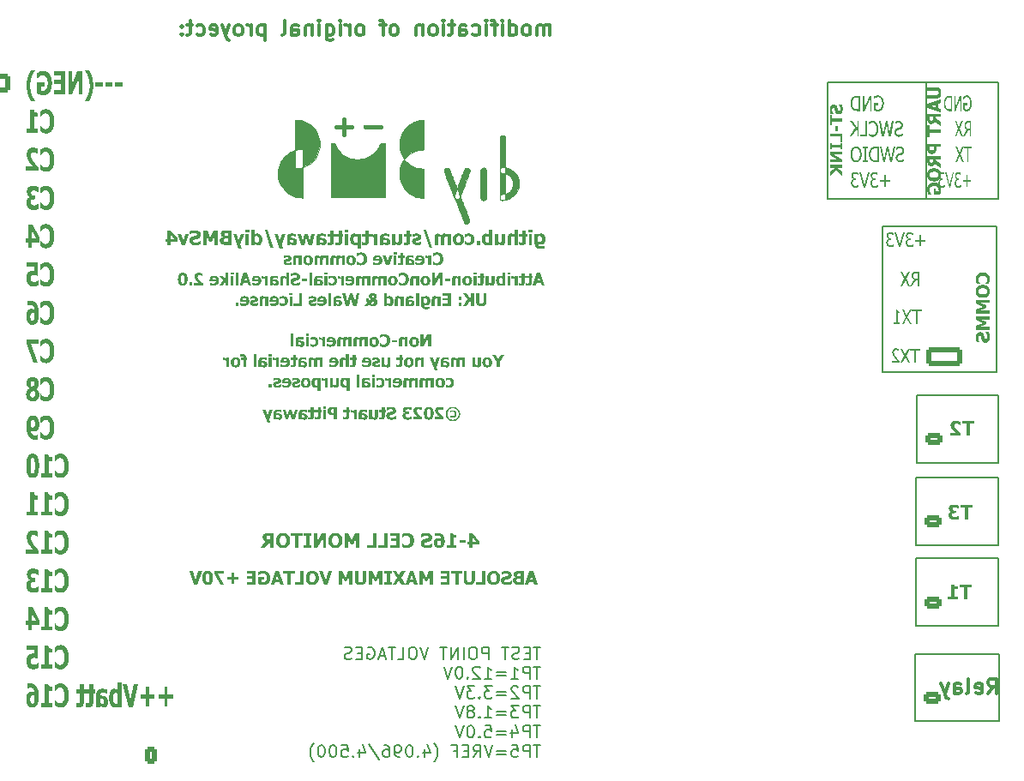
<source format=gbr>
%TF.GenerationSoftware,KiCad,Pcbnew,7.0.7*%
%TF.CreationDate,2024-05-18T15:39:26+02:00*%
%TF.ProjectId,Module_16S,4d6f6475-6c65-45f3-9136-532e6b696361,rev?*%
%TF.SameCoordinates,Original*%
%TF.FileFunction,Legend,Bot*%
%TF.FilePolarity,Positive*%
%FSLAX46Y46*%
G04 Gerber Fmt 4.6, Leading zero omitted, Abs format (unit mm)*
G04 Created by KiCad (PCBNEW 7.0.7) date 2024-05-18 15:39:26*
%MOMM*%
%LPD*%
G01*
G04 APERTURE LIST*
G04 Aperture macros list*
%AMRoundRect*
0 Rectangle with rounded corners*
0 $1 Rounding radius*
0 $2 $3 $4 $5 $6 $7 $8 $9 X,Y pos of 4 corners*
0 Add a 4 corners polygon primitive as box body*
4,1,4,$2,$3,$4,$5,$6,$7,$8,$9,$2,$3,0*
0 Add four circle primitives for the rounded corners*
1,1,$1+$1,$2,$3*
1,1,$1+$1,$4,$5*
1,1,$1+$1,$6,$7*
1,1,$1+$1,$8,$9*
0 Add four rect primitives between the rounded corners*
20,1,$1+$1,$2,$3,$4,$5,0*
20,1,$1+$1,$4,$5,$6,$7,0*
20,1,$1+$1,$6,$7,$8,$9,0*
20,1,$1+$1,$8,$9,$2,$3,0*%
G04 Aperture macros list end*
%ADD10C,0.150000*%
%ADD11C,0.300000*%
%ADD12C,0.010000*%
%ADD13RoundRect,0.250000X0.350000X0.625000X-0.350000X0.625000X-0.350000X-0.625000X0.350000X-0.625000X0*%
%ADD14O,1.200000X1.750000*%
%ADD15R,1.350000X1.350000*%
%ADD16O,1.350000X1.350000*%
%ADD17R,1.700000X1.700000*%
%ADD18O,1.700000X1.700000*%
%ADD19C,5.600000*%
%ADD20C,5.700000*%
%ADD21C,1.710000*%
%ADD22RoundRect,0.250000X0.625000X-0.350000X0.625000X0.350000X-0.625000X0.350000X-0.625000X-0.350000X0*%
%ADD23O,1.750000X1.200000*%
%ADD24R,1.500000X1.500000*%
%ADD25C,1.500000*%
%ADD26RoundRect,0.250000X1.550000X-0.650000X1.550000X0.650000X-1.550000X0.650000X-1.550000X-0.650000X0*%
%ADD27O,3.600000X1.800000*%
%ADD28RoundRect,0.250000X-1.550000X0.650000X-1.550000X-0.650000X1.550000X-0.650000X1.550000X0.650000X0*%
G04 APERTURE END LIST*
D10*
X92608400Y-45618400D02*
X100711000Y-45618400D01*
X100711000Y-52298600D01*
X92608400Y-52298600D01*
X92608400Y-45618400D01*
X93599000Y-6629400D02*
X100685600Y-6629400D01*
X100685600Y-18084800D01*
X93599000Y-18084800D01*
X93599000Y-6629400D01*
X92633800Y-37515800D02*
X100736400Y-37515800D01*
X100736400Y-44170600D01*
X92633800Y-44170600D01*
X92633800Y-37515800D01*
X92506800Y-63068200D02*
X100761800Y-63068200D01*
X100761800Y-69697600D01*
X92506800Y-69697600D01*
X92506800Y-63068200D01*
X83845400Y-6629400D02*
X93599000Y-6629400D01*
X93599000Y-18084800D01*
X83845400Y-18084800D01*
X83845400Y-6629400D01*
X92583000Y-53594000D02*
X100736400Y-53594000D01*
X100736400Y-60299600D01*
X92583000Y-60299600D01*
X92583000Y-53594000D01*
X89255600Y-20802600D02*
X100533200Y-20802600D01*
X100533200Y-35229800D01*
X89255600Y-35229800D01*
X89255600Y-20802600D01*
D11*
G36*
X49453011Y-51942753D02*
G01*
X49453011Y-52214937D01*
X48823158Y-52214937D01*
X48823158Y-52543200D01*
X48476089Y-52543200D01*
X48476089Y-52214937D01*
X48282892Y-52214937D01*
X48282892Y-51952327D01*
X48476089Y-51952327D01*
X48476089Y-51469850D01*
X48823158Y-51469850D01*
X48823158Y-51952327D01*
X49185956Y-51952327D01*
X48823158Y-51469850D01*
X48476089Y-51469850D01*
X48476089Y-51120729D01*
X48834784Y-51120729D01*
X49453011Y-51942753D01*
G37*
G36*
X47505663Y-52039864D02*
G01*
X48143381Y-52039864D01*
X48143381Y-51777254D01*
X47505663Y-51777254D01*
X47505663Y-52039864D01*
G37*
G36*
X46271260Y-52543200D02*
G01*
X47217749Y-52543200D01*
X47217749Y-52302474D01*
X46915474Y-52302474D01*
X46915474Y-51558412D01*
X47217749Y-51558412D01*
X47217749Y-51317687D01*
X47201181Y-51317553D01*
X47184645Y-51317152D01*
X47168141Y-51316484D01*
X47151670Y-51315549D01*
X47135230Y-51314347D01*
X47118822Y-51312878D01*
X47102446Y-51311142D01*
X47086103Y-51309138D01*
X47070101Y-51306750D01*
X47054922Y-51304030D01*
X47040566Y-51300980D01*
X47027032Y-51297598D01*
X47011273Y-51292904D01*
X46996799Y-51287693D01*
X46983610Y-51281965D01*
X46981127Y-51280757D01*
X46967112Y-51273098D01*
X46954132Y-51264655D01*
X46942188Y-51255427D01*
X46931279Y-51245414D01*
X46921404Y-51234617D01*
X46912565Y-51223035D01*
X46909320Y-51218182D01*
X46901840Y-51205434D01*
X46895428Y-51191769D01*
X46890085Y-51177184D01*
X46885811Y-51161682D01*
X46882606Y-51145261D01*
X46880810Y-51131463D01*
X46879913Y-51120729D01*
X46566354Y-51120729D01*
X46566354Y-52302474D01*
X46271260Y-52302474D01*
X46271260Y-52543200D01*
G37*
G36*
X45351795Y-51099080D02*
G01*
X45375339Y-51099785D01*
X45398480Y-51100961D01*
X45421218Y-51102606D01*
X45443552Y-51104722D01*
X45465483Y-51107308D01*
X45487011Y-51110364D01*
X45508135Y-51113890D01*
X45528856Y-51117887D01*
X45549173Y-51122353D01*
X45569087Y-51127290D01*
X45588598Y-51132697D01*
X45607705Y-51138574D01*
X45626409Y-51144921D01*
X45644709Y-51151739D01*
X45662606Y-51159026D01*
X45680049Y-51166689D01*
X45697073Y-51174718D01*
X45713677Y-51183113D01*
X45729862Y-51191874D01*
X45745627Y-51201001D01*
X45760973Y-51210494D01*
X45775899Y-51220353D01*
X45790406Y-51230577D01*
X45804494Y-51241168D01*
X45818162Y-51252125D01*
X45831411Y-51263448D01*
X45844241Y-51275136D01*
X45856651Y-51287191D01*
X45868641Y-51299612D01*
X45880212Y-51312399D01*
X45891364Y-51325551D01*
X45902577Y-51339746D01*
X45913393Y-51354205D01*
X45923810Y-51368928D01*
X45933829Y-51383916D01*
X45943450Y-51399168D01*
X45952673Y-51414685D01*
X45961498Y-51430467D01*
X45969925Y-51446512D01*
X45977954Y-51462823D01*
X45985585Y-51479397D01*
X45992818Y-51496237D01*
X45999652Y-51513340D01*
X46006089Y-51530709D01*
X46012128Y-51548341D01*
X46017768Y-51566238D01*
X46023011Y-51584400D01*
X46027897Y-51602816D01*
X46032468Y-51621564D01*
X46036723Y-51640644D01*
X46040664Y-51660054D01*
X46044289Y-51679796D01*
X46047599Y-51699869D01*
X46050593Y-51720273D01*
X46053273Y-51741008D01*
X46055637Y-51762075D01*
X46057686Y-51783473D01*
X46059420Y-51805202D01*
X46060838Y-51827263D01*
X46061942Y-51849654D01*
X46062730Y-51872377D01*
X46063202Y-51895432D01*
X46063360Y-51918817D01*
X46063192Y-51941316D01*
X46062687Y-51963419D01*
X46061845Y-51985127D01*
X46060667Y-52006439D01*
X46059153Y-52027356D01*
X46057301Y-52047878D01*
X46055113Y-52068004D01*
X46052589Y-52087735D01*
X46049728Y-52107071D01*
X46046530Y-52126011D01*
X46042996Y-52144556D01*
X46039125Y-52162706D01*
X46034918Y-52180460D01*
X46030374Y-52197819D01*
X46025493Y-52214782D01*
X46020276Y-52231350D01*
X46014698Y-52247491D01*
X46008821Y-52263258D01*
X46002644Y-52278650D01*
X45996169Y-52293669D01*
X45989394Y-52308313D01*
X45982320Y-52322584D01*
X45974947Y-52336481D01*
X45967275Y-52350003D01*
X45959303Y-52363152D01*
X45951033Y-52375927D01*
X45942463Y-52388327D01*
X45933594Y-52400354D01*
X45924426Y-52412007D01*
X45914958Y-52423285D01*
X45905191Y-52434190D01*
X45895126Y-52444721D01*
X45886462Y-52453349D01*
X45873036Y-52465791D01*
X45859094Y-52477633D01*
X45844634Y-52488872D01*
X45829657Y-52499511D01*
X45814164Y-52509549D01*
X45798154Y-52518986D01*
X45781626Y-52527822D01*
X45764582Y-52536056D01*
X45747021Y-52543690D01*
X45728943Y-52550722D01*
X45722783Y-52552952D01*
X45703986Y-52559217D01*
X45684715Y-52564845D01*
X45664969Y-52569836D01*
X45651541Y-52572809D01*
X45637903Y-52575499D01*
X45624053Y-52577906D01*
X45609992Y-52580030D01*
X45595720Y-52581871D01*
X45581237Y-52583428D01*
X45566543Y-52584702D01*
X45551638Y-52585694D01*
X45536521Y-52586401D01*
X45521194Y-52586826D01*
X45505656Y-52586968D01*
X45490138Y-52586826D01*
X45474828Y-52586399D01*
X45459726Y-52585688D01*
X45444833Y-52584692D01*
X45430149Y-52583412D01*
X45415672Y-52581847D01*
X45401404Y-52579997D01*
X45387345Y-52577864D01*
X45373493Y-52575445D01*
X45359851Y-52572743D01*
X45333190Y-52566483D01*
X45307363Y-52559086D01*
X45282369Y-52550551D01*
X45258209Y-52540878D01*
X45234882Y-52530067D01*
X45212389Y-52518118D01*
X45190729Y-52505030D01*
X45169903Y-52490805D01*
X45149910Y-52475442D01*
X45130751Y-52458941D01*
X45112425Y-52441301D01*
X45103610Y-52432097D01*
X45086821Y-52413219D01*
X45071150Y-52393712D01*
X45056599Y-52373578D01*
X45043167Y-52352815D01*
X45030855Y-52331425D01*
X45019661Y-52309408D01*
X45009587Y-52286762D01*
X45000633Y-52263489D01*
X44992798Y-52239588D01*
X44986082Y-52215059D01*
X44980485Y-52189902D01*
X44976008Y-52164118D01*
X44972650Y-52137706D01*
X44970411Y-52110666D01*
X44969712Y-52096910D01*
X44969292Y-52082998D01*
X44969288Y-52082606D01*
X45328873Y-52082606D01*
X45328888Y-52087886D01*
X45329108Y-52103219D01*
X45329593Y-52117795D01*
X45330342Y-52131613D01*
X45331753Y-52148860D01*
X45333633Y-52164760D01*
X45335984Y-52179314D01*
X45339584Y-52195613D01*
X45343918Y-52209808D01*
X45345808Y-52214999D01*
X45350989Y-52227765D01*
X45356821Y-52240230D01*
X45363304Y-52252395D01*
X45370439Y-52264259D01*
X45378224Y-52275823D01*
X45386661Y-52287086D01*
X45394087Y-52295925D01*
X45405382Y-52307122D01*
X45417724Y-52316944D01*
X45431113Y-52325392D01*
X45443423Y-52331539D01*
X45447593Y-52333319D01*
X45461894Y-52338646D01*
X45475736Y-52342566D01*
X45490995Y-52345323D01*
X45505656Y-52346242D01*
X45514498Y-52346028D01*
X45529741Y-52344626D01*
X45544689Y-52341914D01*
X45559343Y-52337894D01*
X45573702Y-52332564D01*
X45587421Y-52325596D01*
X45600452Y-52316959D01*
X45611075Y-52308228D01*
X45621193Y-52298270D01*
X45630806Y-52287086D01*
X45632826Y-52284571D01*
X45642615Y-52270902D01*
X45650073Y-52258656D01*
X45657201Y-52245246D01*
X45663997Y-52230670D01*
X45670462Y-52214930D01*
X45676595Y-52198026D01*
X45680978Y-52184583D01*
X45685174Y-52170485D01*
X45687783Y-52160676D01*
X45691380Y-52145240D01*
X45694599Y-52128939D01*
X45697439Y-52111773D01*
X45699901Y-52093741D01*
X45701983Y-52074843D01*
X45703687Y-52055080D01*
X45704613Y-52041424D01*
X45705370Y-52027383D01*
X45705959Y-52012957D01*
X45706380Y-51998147D01*
X45706632Y-51982952D01*
X45706717Y-51967373D01*
X45706681Y-51954842D01*
X45706520Y-51939444D01*
X45706232Y-51925542D01*
X45705691Y-51910269D01*
X45705507Y-51906087D01*
X45704955Y-51891646D01*
X45704665Y-51877442D01*
X45700328Y-51875623D01*
X45687076Y-51870390D01*
X45673464Y-51865493D01*
X45659492Y-51860933D01*
X45645158Y-51856710D01*
X45630464Y-51852823D01*
X45625472Y-51851622D01*
X45610610Y-51848484D01*
X45595916Y-51846044D01*
X45581390Y-51844301D01*
X45567033Y-51843255D01*
X45552844Y-51842906D01*
X45544423Y-51843000D01*
X45530575Y-51843569D01*
X45514266Y-51844935D01*
X45498294Y-51847047D01*
X45482658Y-51849904D01*
X45467359Y-51853507D01*
X45462348Y-51854856D01*
X45447718Y-51859704D01*
X45433690Y-51865755D01*
X45420262Y-51873008D01*
X45407435Y-51881463D01*
X45395209Y-51891120D01*
X45383801Y-51902168D01*
X45373427Y-51914537D01*
X45365571Y-51925856D01*
X45358433Y-51938093D01*
X45352014Y-51951248D01*
X45346312Y-51965321D01*
X45343195Y-51974254D01*
X45338682Y-51990090D01*
X45335685Y-52003613D01*
X45333233Y-52017894D01*
X45331325Y-52032934D01*
X45329963Y-52048733D01*
X45329145Y-52065290D01*
X45328873Y-52082606D01*
X44969288Y-52082606D01*
X44969152Y-52068929D01*
X44969195Y-52059961D01*
X44969537Y-52042330D01*
X44970221Y-52025104D01*
X44971246Y-52008285D01*
X44972614Y-51991872D01*
X44974324Y-51975865D01*
X44976376Y-51960264D01*
X44978769Y-51945069D01*
X44981505Y-51930280D01*
X44984582Y-51915897D01*
X44988002Y-51901920D01*
X44991763Y-51888350D01*
X44998046Y-51868755D01*
X45005099Y-51850074D01*
X45012920Y-51832306D01*
X45018510Y-51820903D01*
X45027341Y-51804315D01*
X45036707Y-51788346D01*
X45046607Y-51772995D01*
X45057043Y-51758264D01*
X45068013Y-51744152D01*
X45079519Y-51730659D01*
X45091559Y-51717785D01*
X45104134Y-51705531D01*
X45117244Y-51693895D01*
X45130890Y-51682878D01*
X45144295Y-51673342D01*
X45158181Y-51664392D01*
X45172548Y-51656031D01*
X45187395Y-51648257D01*
X45202724Y-51641071D01*
X45218533Y-51634473D01*
X45234823Y-51628462D01*
X45251595Y-51623039D01*
X45260094Y-51620513D01*
X45277308Y-51615950D01*
X45294811Y-51612039D01*
X45312603Y-51608780D01*
X45326136Y-51606764D01*
X45339831Y-51605114D01*
X45353689Y-51603831D01*
X45367709Y-51602914D01*
X45381891Y-51602364D01*
X45396235Y-51602181D01*
X45407575Y-51602286D01*
X45424315Y-51602840D01*
X45440730Y-51603869D01*
X45456821Y-51605373D01*
X45472587Y-51607351D01*
X45488028Y-51609805D01*
X45503145Y-51612733D01*
X45517937Y-51616136D01*
X45532405Y-51620014D01*
X45546548Y-51624366D01*
X45560366Y-51629194D01*
X45569418Y-51632641D01*
X45582961Y-51638078D01*
X45596462Y-51643833D01*
X45609921Y-51649907D01*
X45623338Y-51656299D01*
X45636713Y-51663010D01*
X45650045Y-51670040D01*
X45663336Y-51677388D01*
X45676585Y-51685054D01*
X45689791Y-51693040D01*
X45702955Y-51701343D01*
X45700031Y-51681125D01*
X45696560Y-51661502D01*
X45692541Y-51642475D01*
X45687974Y-51624043D01*
X45682860Y-51606208D01*
X45677198Y-51588968D01*
X45670988Y-51572324D01*
X45664231Y-51556275D01*
X45656926Y-51540822D01*
X45649073Y-51525965D01*
X45640673Y-51511704D01*
X45631725Y-51498039D01*
X45622229Y-51484969D01*
X45612186Y-51472495D01*
X45601595Y-51460616D01*
X45590457Y-51449333D01*
X45578743Y-51438692D01*
X45566425Y-51428737D01*
X45553503Y-51419468D01*
X45539978Y-51410887D01*
X45525849Y-51402991D01*
X45511116Y-51395782D01*
X45495780Y-51389260D01*
X45479839Y-51383425D01*
X45463295Y-51378275D01*
X45446148Y-51373813D01*
X45428396Y-51370037D01*
X45410041Y-51366947D01*
X45391082Y-51364544D01*
X45371519Y-51362828D01*
X45351353Y-51361798D01*
X45330583Y-51361455D01*
X45312369Y-51361701D01*
X45294658Y-51362438D01*
X45277448Y-51363667D01*
X45260741Y-51365387D01*
X45244537Y-51367599D01*
X45228834Y-51370303D01*
X45213634Y-51373498D01*
X45198936Y-51377184D01*
X45188389Y-51380103D01*
X45172093Y-51384835D01*
X45157401Y-51389400D01*
X45144311Y-51393798D01*
X45130719Y-51398855D01*
X45116186Y-51405223D01*
X45090199Y-51405223D01*
X45090199Y-51122781D01*
X45095465Y-51121722D01*
X45110815Y-51118994D01*
X45124405Y-51116825D01*
X45140181Y-51114473D01*
X45154377Y-51112458D01*
X45169972Y-51110327D01*
X45186968Y-51108077D01*
X45204578Y-51105914D01*
X45222188Y-51104038D01*
X45239798Y-51102451D01*
X45257407Y-51101153D01*
X45275017Y-51100143D01*
X45292627Y-51099422D01*
X45310237Y-51098989D01*
X45327847Y-51098845D01*
X45351795Y-51099080D01*
G37*
G36*
X44319808Y-52586968D02*
G01*
X44340212Y-52586841D01*
X44360307Y-52586460D01*
X44380091Y-52585826D01*
X44399566Y-52584938D01*
X44418730Y-52583796D01*
X44437585Y-52582400D01*
X44456130Y-52580750D01*
X44474365Y-52578847D01*
X44492290Y-52576690D01*
X44509905Y-52574279D01*
X44527211Y-52571614D01*
X44544206Y-52568695D01*
X44560892Y-52565523D01*
X44577267Y-52562097D01*
X44593333Y-52558417D01*
X44609089Y-52554484D01*
X44624578Y-52550403D01*
X44639928Y-52546197D01*
X44655139Y-52541865D01*
X44670211Y-52537408D01*
X44685144Y-52532825D01*
X44699938Y-52528117D01*
X44714594Y-52523283D01*
X44729110Y-52518323D01*
X44743488Y-52513238D01*
X44757726Y-52508028D01*
X44771826Y-52502692D01*
X44785787Y-52497230D01*
X44799609Y-52491643D01*
X44813292Y-52485930D01*
X44826836Y-52480092D01*
X44840241Y-52474128D01*
X44840241Y-52127400D01*
X44807414Y-52127400D01*
X44793865Y-52139111D01*
X44780145Y-52150476D01*
X44766253Y-52161497D01*
X44752191Y-52172173D01*
X44737958Y-52182505D01*
X44723554Y-52192492D01*
X44708978Y-52202134D01*
X44694232Y-52211432D01*
X44679315Y-52220385D01*
X44664227Y-52228994D01*
X44648968Y-52237258D01*
X44633538Y-52245177D01*
X44617937Y-52252752D01*
X44602165Y-52259982D01*
X44586222Y-52266868D01*
X44570108Y-52273409D01*
X44553897Y-52279578D01*
X44537747Y-52285350D01*
X44521658Y-52290724D01*
X44505631Y-52295699D01*
X44489665Y-52300277D01*
X44473761Y-52304456D01*
X44457918Y-52308237D01*
X44442137Y-52311621D01*
X44426417Y-52314606D01*
X44410759Y-52317193D01*
X44395162Y-52319382D01*
X44379626Y-52321174D01*
X44364152Y-52322567D01*
X44348739Y-52323562D01*
X44333388Y-52324159D01*
X44318098Y-52324358D01*
X44303702Y-52324047D01*
X44289877Y-52323286D01*
X44274682Y-52322068D01*
X44260973Y-52320703D01*
X44246312Y-52319022D01*
X44237059Y-52317861D01*
X44221728Y-52315532D01*
X44207366Y-52312819D01*
X44193972Y-52309722D01*
X44179178Y-52305498D01*
X44165778Y-52300722D01*
X44155677Y-52296319D01*
X44141981Y-52289719D01*
X44129102Y-52282230D01*
X44117040Y-52273851D01*
X44105796Y-52264583D01*
X44095370Y-52254425D01*
X44092076Y-52250841D01*
X44083244Y-52239152D01*
X44076240Y-52226141D01*
X44071063Y-52211808D01*
X44067713Y-52196152D01*
X44066317Y-52182095D01*
X44066089Y-52173220D01*
X44067124Y-52156838D01*
X44070229Y-52141457D01*
X44075405Y-52127079D01*
X44082651Y-52113702D01*
X44091968Y-52101326D01*
X44103355Y-52089953D01*
X44108489Y-52085684D01*
X44122042Y-52075547D01*
X44136412Y-52066296D01*
X44148497Y-52059532D01*
X44161106Y-52053334D01*
X44174239Y-52047703D01*
X44187895Y-52042638D01*
X44202075Y-52038139D01*
X44209361Y-52036103D01*
X44223169Y-52032530D01*
X44237151Y-52028994D01*
X44251307Y-52025494D01*
X44265637Y-52022030D01*
X44280142Y-52018601D01*
X44294821Y-52015209D01*
X44309674Y-52011853D01*
X44324702Y-52008534D01*
X44339904Y-52005250D01*
X44355280Y-52002002D01*
X44365628Y-51999857D01*
X44381111Y-51996518D01*
X44396403Y-51993041D01*
X44411501Y-51989425D01*
X44426408Y-51985672D01*
X44441122Y-51981780D01*
X44455644Y-51977750D01*
X44469973Y-51973581D01*
X44484110Y-51969275D01*
X44498055Y-51964830D01*
X44511807Y-51960247D01*
X44520869Y-51957114D01*
X44541274Y-51949605D01*
X44560945Y-51941780D01*
X44579881Y-51933641D01*
X44598083Y-51925186D01*
X44615550Y-51916415D01*
X44632282Y-51907330D01*
X44648280Y-51897929D01*
X44663543Y-51888213D01*
X44678072Y-51878182D01*
X44691865Y-51867836D01*
X44704925Y-51857174D01*
X44717249Y-51846198D01*
X44728839Y-51834906D01*
X44739694Y-51823298D01*
X44749815Y-51811376D01*
X44759201Y-51799138D01*
X44767938Y-51786505D01*
X44776111Y-51773482D01*
X44783720Y-51760069D01*
X44790766Y-51746266D01*
X44797248Y-51732072D01*
X44803167Y-51717489D01*
X44808522Y-51702516D01*
X44813313Y-51687153D01*
X44817540Y-51671399D01*
X44821204Y-51655256D01*
X44824304Y-51638723D01*
X44826841Y-51621799D01*
X44828814Y-51604486D01*
X44830223Y-51586783D01*
X44831068Y-51568689D01*
X44831350Y-51550206D01*
X44830685Y-51525330D01*
X44828690Y-51501052D01*
X44825364Y-51477373D01*
X44820707Y-51454292D01*
X44814721Y-51431809D01*
X44807404Y-51409925D01*
X44798756Y-51388639D01*
X44788779Y-51367952D01*
X44777471Y-51347863D01*
X44764832Y-51328372D01*
X44750863Y-51309480D01*
X44735564Y-51291186D01*
X44718935Y-51273491D01*
X44700975Y-51256394D01*
X44681685Y-51239895D01*
X44661064Y-51223995D01*
X44639448Y-51208840D01*
X44617173Y-51194663D01*
X44594238Y-51181464D01*
X44570642Y-51169242D01*
X44546387Y-51157998D01*
X44521473Y-51147732D01*
X44495898Y-51138443D01*
X44482863Y-51134166D01*
X44469663Y-51130133D01*
X44456299Y-51126344D01*
X44442769Y-51122799D01*
X44429074Y-51119500D01*
X44415215Y-51116444D01*
X44401190Y-51113633D01*
X44387001Y-51111067D01*
X44372646Y-51108745D01*
X44358127Y-51106667D01*
X44343442Y-51104834D01*
X44328593Y-51103245D01*
X44313579Y-51101900D01*
X44298399Y-51100800D01*
X44283055Y-51099945D01*
X44267546Y-51099334D01*
X44251872Y-51098967D01*
X44236033Y-51098845D01*
X44220052Y-51098945D01*
X44204083Y-51099246D01*
X44188124Y-51099747D01*
X44172175Y-51100448D01*
X44156238Y-51101349D01*
X44140311Y-51102451D01*
X44124395Y-51103754D01*
X44108489Y-51105256D01*
X44092594Y-51106959D01*
X44076710Y-51108863D01*
X44060837Y-51110967D01*
X44044974Y-51113271D01*
X44029122Y-51115775D01*
X44013280Y-51118480D01*
X43997449Y-51121385D01*
X43981629Y-51124490D01*
X43965919Y-51127724D01*
X43950417Y-51131100D01*
X43935123Y-51134616D01*
X43920037Y-51138275D01*
X43905160Y-51142075D01*
X43890492Y-51146017D01*
X43876031Y-51150100D01*
X43861779Y-51154325D01*
X43847736Y-51158691D01*
X43833901Y-51163199D01*
X43820274Y-51167849D01*
X43806855Y-51172640D01*
X43793645Y-51177573D01*
X43780643Y-51182647D01*
X43767850Y-51187863D01*
X43755265Y-51193220D01*
X43755265Y-51514644D01*
X43787066Y-51514644D01*
X43802317Y-51502765D01*
X43818193Y-51491234D01*
X43834694Y-51480053D01*
X43851820Y-51469219D01*
X43863585Y-51462191D01*
X43875628Y-51455317D01*
X43887949Y-51448599D01*
X43900547Y-51442035D01*
X43913423Y-51435626D01*
X43926577Y-51429373D01*
X43940009Y-51423274D01*
X43953719Y-51417330D01*
X43967706Y-51411541D01*
X43981971Y-51405907D01*
X43996357Y-51400524D01*
X44010790Y-51395489D01*
X44025272Y-51390800D01*
X44039802Y-51386459D01*
X44054380Y-51382466D01*
X44069006Y-51378819D01*
X44083680Y-51375520D01*
X44098402Y-51372568D01*
X44113172Y-51369963D01*
X44127990Y-51367706D01*
X44142857Y-51365796D01*
X44157771Y-51364233D01*
X44172734Y-51363018D01*
X44187744Y-51362149D01*
X44202803Y-51361629D01*
X44217910Y-51361455D01*
X44232422Y-51361622D01*
X44246467Y-51362123D01*
X44262704Y-51363165D01*
X44278268Y-51364687D01*
X44293158Y-51366691D01*
X44302711Y-51368294D01*
X44316832Y-51371175D01*
X44331242Y-51374946D01*
X44345940Y-51379606D01*
X44360926Y-51385156D01*
X44373636Y-51390460D01*
X44381357Y-51393939D01*
X44393727Y-51400226D01*
X44405448Y-51407547D01*
X44416520Y-51415902D01*
X44426942Y-51425291D01*
X44436715Y-51435713D01*
X44439829Y-51439417D01*
X44448080Y-51450954D01*
X44454623Y-51462995D01*
X44460100Y-51477681D01*
X44463253Y-51493055D01*
X44464107Y-51506779D01*
X44463155Y-51523432D01*
X44460300Y-51538983D01*
X44455542Y-51553432D01*
X44448880Y-51566779D01*
X44440315Y-51579024D01*
X44429846Y-51590167D01*
X44425126Y-51594316D01*
X44411174Y-51604210D01*
X44397464Y-51611909D01*
X44381489Y-51619416D01*
X44368022Y-51624920D01*
X44353279Y-51630315D01*
X44337263Y-51635603D01*
X44319972Y-51640782D01*
X44301407Y-51645853D01*
X44281568Y-51650816D01*
X44274672Y-51652446D01*
X44261192Y-51655514D01*
X44247808Y-51658565D01*
X44230113Y-51662604D01*
X44212588Y-51666611D01*
X44195235Y-51670586D01*
X44178053Y-51674529D01*
X44161041Y-51678440D01*
X44144200Y-51682319D01*
X44135844Y-51684246D01*
X44118950Y-51688275D01*
X44101779Y-51692667D01*
X44084329Y-51697422D01*
X44071059Y-51701226D01*
X44057634Y-51705235D01*
X44044051Y-51709449D01*
X44030313Y-51713867D01*
X44016418Y-51718489D01*
X44002368Y-51723316D01*
X43992913Y-51726647D01*
X43974577Y-51733546D01*
X43956839Y-51740736D01*
X43939699Y-51748217D01*
X43923158Y-51755990D01*
X43907215Y-51764053D01*
X43891870Y-51772408D01*
X43877124Y-51781054D01*
X43862976Y-51789991D01*
X43849427Y-51799220D01*
X43836476Y-51808739D01*
X43824123Y-51818550D01*
X43812369Y-51828652D01*
X43801213Y-51839045D01*
X43790656Y-51849729D01*
X43780697Y-51860705D01*
X43771336Y-51871971D01*
X43762517Y-51883569D01*
X43754266Y-51895624D01*
X43746584Y-51908135D01*
X43739472Y-51921104D01*
X43732928Y-51934529D01*
X43726954Y-51948411D01*
X43721548Y-51962750D01*
X43716711Y-51977545D01*
X43712444Y-51992798D01*
X43708745Y-52008507D01*
X43705616Y-52024673D01*
X43703055Y-52041296D01*
X43701064Y-52058375D01*
X43699641Y-52075912D01*
X43698788Y-52093905D01*
X43698503Y-52112355D01*
X43699159Y-52138785D01*
X43701126Y-52164560D01*
X43704406Y-52189680D01*
X43708996Y-52214146D01*
X43714899Y-52237958D01*
X43722113Y-52261115D01*
X43730639Y-52283618D01*
X43740476Y-52305466D01*
X43751625Y-52326659D01*
X43764086Y-52347198D01*
X43777859Y-52367083D01*
X43792943Y-52386313D01*
X43809338Y-52404889D01*
X43827046Y-52422810D01*
X43846065Y-52440077D01*
X43866396Y-52456689D01*
X43887842Y-52472465D01*
X43910207Y-52487223D01*
X43933491Y-52500963D01*
X43957694Y-52513686D01*
X43970140Y-52519665D01*
X43982816Y-52525391D01*
X43995721Y-52530861D01*
X44008856Y-52536078D01*
X44022221Y-52541039D01*
X44035816Y-52545747D01*
X44049641Y-52550200D01*
X44063695Y-52554398D01*
X44077979Y-52558342D01*
X44092493Y-52562032D01*
X44107236Y-52565467D01*
X44122209Y-52568647D01*
X44137412Y-52571574D01*
X44152845Y-52574245D01*
X44168508Y-52576663D01*
X44184400Y-52578825D01*
X44200522Y-52580734D01*
X44216873Y-52582388D01*
X44233455Y-52583787D01*
X44250266Y-52584932D01*
X44267307Y-52585823D01*
X44284578Y-52586459D01*
X44302078Y-52586841D01*
X44319808Y-52586968D01*
G37*
G36*
X42331085Y-52586968D02*
G01*
X42351108Y-52586778D01*
X42370872Y-52586208D01*
X42390375Y-52585258D01*
X42409619Y-52583928D01*
X42428603Y-52582218D01*
X42447327Y-52580128D01*
X42465792Y-52577658D01*
X42483996Y-52574808D01*
X42501941Y-52571578D01*
X42519626Y-52567967D01*
X42537052Y-52563977D01*
X42554217Y-52559607D01*
X42571123Y-52554857D01*
X42587768Y-52549727D01*
X42604155Y-52544217D01*
X42620281Y-52538327D01*
X42636147Y-52532057D01*
X42651754Y-52525407D01*
X42667101Y-52518376D01*
X42682188Y-52510966D01*
X42697015Y-52503176D01*
X42711583Y-52495006D01*
X42725891Y-52486456D01*
X42739938Y-52477526D01*
X42753727Y-52468215D01*
X42767255Y-52458525D01*
X42780523Y-52448455D01*
X42793532Y-52438005D01*
X42806281Y-52427175D01*
X42818770Y-52415964D01*
X42831000Y-52404374D01*
X42842969Y-52392404D01*
X42854624Y-52380068D01*
X42865909Y-52367422D01*
X42876823Y-52354468D01*
X42887368Y-52341204D01*
X42897543Y-52327631D01*
X42907347Y-52313748D01*
X42916782Y-52299557D01*
X42925847Y-52285056D01*
X42934542Y-52270246D01*
X42942866Y-52255127D01*
X42950821Y-52239699D01*
X42958406Y-52223961D01*
X42965621Y-52207914D01*
X42972466Y-52191558D01*
X42978940Y-52174893D01*
X42985045Y-52157919D01*
X42990780Y-52140635D01*
X42996145Y-52123042D01*
X43001140Y-52105140D01*
X43005765Y-52086929D01*
X43010020Y-52068408D01*
X43013905Y-52049578D01*
X43017419Y-52030439D01*
X43020564Y-52010991D01*
X43023339Y-51991234D01*
X43025744Y-51971167D01*
X43027779Y-51950791D01*
X43029444Y-51930106D01*
X43030739Y-51909112D01*
X43031664Y-51887809D01*
X43032219Y-51866196D01*
X43032404Y-51844274D01*
X43032219Y-51823123D01*
X43031663Y-51802242D01*
X43030736Y-51781631D01*
X43029439Y-51761290D01*
X43027771Y-51741218D01*
X43025732Y-51721416D01*
X43023323Y-51701884D01*
X43020543Y-51682622D01*
X43017392Y-51663630D01*
X43013871Y-51644907D01*
X43009979Y-51626454D01*
X43005717Y-51608271D01*
X43001083Y-51590358D01*
X42996080Y-51572715D01*
X42990705Y-51555342D01*
X42984960Y-51538238D01*
X42978844Y-51521404D01*
X42972357Y-51504840D01*
X42965500Y-51488546D01*
X42958272Y-51472521D01*
X42950674Y-51456767D01*
X42942705Y-51441282D01*
X42934365Y-51426067D01*
X42925655Y-51411122D01*
X42916574Y-51396446D01*
X42907122Y-51382041D01*
X42897299Y-51367905D01*
X42887106Y-51354039D01*
X42876542Y-51340443D01*
X42865608Y-51327117D01*
X42854303Y-51314060D01*
X42842627Y-51301273D01*
X42830616Y-51288819D01*
X42818347Y-51276761D01*
X42805820Y-51265097D01*
X42793035Y-51253829D01*
X42779993Y-51242957D01*
X42766693Y-51232479D01*
X42753135Y-51222398D01*
X42739319Y-51212711D01*
X42725245Y-51203420D01*
X42710914Y-51194524D01*
X42696324Y-51186024D01*
X42681477Y-51177919D01*
X42666373Y-51170209D01*
X42651010Y-51162895D01*
X42635390Y-51155976D01*
X42619511Y-51149452D01*
X42603376Y-51143324D01*
X42586982Y-51137591D01*
X42570330Y-51132254D01*
X42553421Y-51127312D01*
X42536254Y-51122765D01*
X42518829Y-51118613D01*
X42501146Y-51114857D01*
X42483206Y-51111497D01*
X42465007Y-51108532D01*
X42446551Y-51105962D01*
X42427837Y-51103787D01*
X42408866Y-51102008D01*
X42389636Y-51100624D01*
X42370149Y-51099636D01*
X42350404Y-51099043D01*
X42330401Y-51098845D01*
X42314465Y-51098929D01*
X42298841Y-51099182D01*
X42283530Y-51099602D01*
X42268531Y-51100191D01*
X42253845Y-51100949D01*
X42239472Y-51101874D01*
X42225411Y-51102968D01*
X42211663Y-51104231D01*
X42193818Y-51106175D01*
X42176528Y-51108419D01*
X42159522Y-51110936D01*
X42142698Y-51113698D01*
X42126055Y-51116706D01*
X42109593Y-51119960D01*
X42093314Y-51123459D01*
X42077216Y-51127205D01*
X42061300Y-51131196D01*
X42045565Y-51135433D01*
X42030068Y-51140179D01*
X42014136Y-51145444D01*
X42001078Y-51150028D01*
X41987743Y-51154943D01*
X41974129Y-51160190D01*
X41960238Y-51165768D01*
X41946069Y-51171677D01*
X41938880Y-51174756D01*
X41924780Y-51180889D01*
X41911375Y-51186809D01*
X41898665Y-51192515D01*
X41883753Y-51199347D01*
X41869927Y-51205846D01*
X41857186Y-51212010D01*
X41845530Y-51217840D01*
X41845530Y-51558412D01*
X41882118Y-51558412D01*
X41892332Y-51549240D01*
X41903484Y-51539419D01*
X41915573Y-51528948D01*
X41926364Y-51519727D01*
X41937806Y-51510055D01*
X41947428Y-51501992D01*
X41959984Y-51491669D01*
X41973074Y-51481429D01*
X41986698Y-51471273D01*
X41997982Y-51463208D01*
X42009608Y-51455196D01*
X42021576Y-51447238D01*
X42033886Y-51439333D01*
X42037017Y-51437366D01*
X42049658Y-51429645D01*
X42062619Y-51422213D01*
X42075902Y-51415070D01*
X42089504Y-51408215D01*
X42103428Y-51401649D01*
X42117672Y-51395371D01*
X42132236Y-51389382D01*
X42147121Y-51383681D01*
X42162172Y-51378472D01*
X42177404Y-51373957D01*
X42192818Y-51370137D01*
X42208414Y-51367011D01*
X42224191Y-51364580D01*
X42240150Y-51362844D01*
X42256291Y-51361802D01*
X42272613Y-51361455D01*
X42287117Y-51361674D01*
X42301392Y-51362332D01*
X42315439Y-51363429D01*
X42329258Y-51364965D01*
X42342848Y-51366940D01*
X42360613Y-51370255D01*
X42377972Y-51374350D01*
X42394924Y-51379225D01*
X42411471Y-51384881D01*
X42415544Y-51386417D01*
X42431610Y-51393148D01*
X42447494Y-51401034D01*
X42463197Y-51410075D01*
X42474854Y-51417612D01*
X42486410Y-51425798D01*
X42497863Y-51434634D01*
X42509214Y-51444119D01*
X42520463Y-51454253D01*
X42531610Y-51465036D01*
X42538985Y-51472585D01*
X42548879Y-51483314D01*
X42558431Y-51494729D01*
X42567640Y-51506828D01*
X42576507Y-51519613D01*
X42585031Y-51533083D01*
X42593213Y-51547238D01*
X42601052Y-51562078D01*
X42608548Y-51577604D01*
X42615702Y-51593814D01*
X42622513Y-51610710D01*
X42626863Y-51622355D01*
X42632974Y-51640351D01*
X42638484Y-51658948D01*
X42643393Y-51678146D01*
X42647700Y-51697945D01*
X42650238Y-51711479D01*
X42652509Y-51725279D01*
X42654512Y-51739347D01*
X42656249Y-51753681D01*
X42657718Y-51768283D01*
X42658920Y-51783152D01*
X42659855Y-51798289D01*
X42660523Y-51813692D01*
X42660924Y-51829362D01*
X42661057Y-51845300D01*
X42660918Y-51862056D01*
X42660502Y-51878474D01*
X42659807Y-51894551D01*
X42658835Y-51910290D01*
X42657584Y-51925689D01*
X42656056Y-51940749D01*
X42654250Y-51955470D01*
X42652167Y-51969852D01*
X42649805Y-51983894D01*
X42647166Y-51997597D01*
X42644249Y-52010961D01*
X42639352Y-52030370D01*
X42633830Y-52049016D01*
X42627683Y-52066899D01*
X42625495Y-52072690D01*
X42618632Y-52089624D01*
X42611378Y-52105933D01*
X42603734Y-52121617D01*
X42595699Y-52136676D01*
X42587273Y-52151109D01*
X42578456Y-52164918D01*
X42569249Y-52178101D01*
X42559651Y-52190659D01*
X42549662Y-52202593D01*
X42539282Y-52213901D01*
X42532146Y-52221092D01*
X42521581Y-52231083D01*
X42510788Y-52240539D01*
X42499766Y-52249459D01*
X42488516Y-52257845D01*
X42477038Y-52265696D01*
X42465331Y-52273012D01*
X42453396Y-52279793D01*
X42437127Y-52288002D01*
X42420452Y-52295261D01*
X42407680Y-52300080D01*
X42390503Y-52305770D01*
X42373336Y-52310702D01*
X42356180Y-52314874D01*
X42339035Y-52318288D01*
X42321901Y-52320944D01*
X42304777Y-52322841D01*
X42287664Y-52323979D01*
X42270562Y-52324358D01*
X42252888Y-52323979D01*
X42235427Y-52322841D01*
X42218181Y-52320944D01*
X42201148Y-52318288D01*
X42184329Y-52314874D01*
X42167723Y-52310702D01*
X42151332Y-52305770D01*
X42135153Y-52300080D01*
X42119317Y-52293925D01*
X42104122Y-52287599D01*
X42089569Y-52281103D01*
X42075656Y-52274435D01*
X42062384Y-52267596D01*
X42049754Y-52260586D01*
X42037765Y-52253405D01*
X42026417Y-52246054D01*
X42014545Y-52238424D01*
X42003036Y-52230752D01*
X41989162Y-52221101D01*
X41975855Y-52211384D01*
X41963116Y-52201600D01*
X41950944Y-52191749D01*
X41941615Y-52183821D01*
X41930424Y-52174058D01*
X41919717Y-52164647D01*
X41907507Y-52153815D01*
X41895995Y-52143489D01*
X41885179Y-52133668D01*
X41878357Y-52127400D01*
X41845530Y-52127400D01*
X41845530Y-52463869D01*
X41858128Y-52469765D01*
X41871343Y-52475911D01*
X41885176Y-52482307D01*
X41899626Y-52488954D01*
X41914695Y-52495851D01*
X41927194Y-52501549D01*
X41936828Y-52505928D01*
X41949865Y-52511634D01*
X41962987Y-52517127D01*
X41976194Y-52522405D01*
X41989487Y-52527470D01*
X42002865Y-52532322D01*
X42016329Y-52536959D01*
X42029879Y-52541383D01*
X42043514Y-52545593D01*
X42060221Y-52550487D01*
X42076660Y-52555082D01*
X42092833Y-52559378D01*
X42108739Y-52563374D01*
X42124377Y-52567071D01*
X42139748Y-52570469D01*
X42154852Y-52573568D01*
X42169689Y-52576368D01*
X42185002Y-52578852D01*
X42201704Y-52581005D01*
X42219794Y-52582827D01*
X42234274Y-52583976D01*
X42249535Y-52584939D01*
X42265578Y-52585715D01*
X42282401Y-52586305D01*
X42300007Y-52586709D01*
X42318393Y-52586926D01*
X42331085Y-52586968D01*
G37*
G36*
X41641050Y-52543200D02*
G01*
X41641050Y-51120729D01*
X40672676Y-51120729D01*
X40672676Y-51383339D01*
X41283381Y-51383339D01*
X41283381Y-51645949D01*
X40720548Y-51645949D01*
X40720548Y-51908559D01*
X41283381Y-51908559D01*
X41283381Y-52280590D01*
X40672676Y-52280590D01*
X40672676Y-52543200D01*
X41641050Y-52543200D01*
G37*
G36*
X39479989Y-52543200D02*
G01*
X40436054Y-52543200D01*
X40436054Y-51120729D01*
X40076333Y-51120729D01*
X40076333Y-52280590D01*
X39479989Y-52280590D01*
X39479989Y-52543200D01*
G37*
G36*
X38358426Y-52543200D02*
G01*
X39314491Y-52543200D01*
X39314491Y-51120729D01*
X38954770Y-51120729D01*
X38954770Y-52280590D01*
X38358426Y-52280590D01*
X38358426Y-52543200D01*
G37*
G36*
X36157017Y-52543200D02*
G01*
X36514686Y-52543200D01*
X36514686Y-51602865D01*
X36775244Y-52214937D01*
X37020757Y-52214937D01*
X37281315Y-51602865D01*
X37281315Y-52543200D01*
X37619836Y-52543200D01*
X37619836Y-51120729D01*
X37205405Y-51120729D01*
X36888084Y-51826835D01*
X36571448Y-51120729D01*
X36157017Y-51120729D01*
X36157017Y-52543200D01*
G37*
G36*
X35280916Y-51099040D02*
G01*
X35300767Y-51099626D01*
X35320346Y-51100603D01*
X35339652Y-51101971D01*
X35358686Y-51103729D01*
X35377447Y-51105877D01*
X35395936Y-51108417D01*
X35414152Y-51111347D01*
X35432096Y-51114668D01*
X35449767Y-51118380D01*
X35467166Y-51122482D01*
X35484293Y-51126975D01*
X35501146Y-51131859D01*
X35517728Y-51137133D01*
X35534037Y-51142798D01*
X35550073Y-51148854D01*
X35565837Y-51155300D01*
X35581329Y-51162137D01*
X35596548Y-51169365D01*
X35611494Y-51176984D01*
X35626168Y-51184993D01*
X35640570Y-51193393D01*
X35654699Y-51202183D01*
X35668555Y-51211365D01*
X35682140Y-51220937D01*
X35695451Y-51230899D01*
X35708490Y-51241253D01*
X35721257Y-51251997D01*
X35733751Y-51263131D01*
X35745973Y-51274657D01*
X35757922Y-51286573D01*
X35769599Y-51298880D01*
X35780959Y-51311523D01*
X35791958Y-51324448D01*
X35802597Y-51337655D01*
X35812875Y-51351143D01*
X35822793Y-51364914D01*
X35832350Y-51378966D01*
X35841546Y-51393300D01*
X35850382Y-51407916D01*
X35858857Y-51422814D01*
X35866971Y-51437993D01*
X35874725Y-51453455D01*
X35882118Y-51469198D01*
X35889151Y-51485223D01*
X35895823Y-51501530D01*
X35902134Y-51518119D01*
X35908084Y-51534989D01*
X35913674Y-51552142D01*
X35918904Y-51569576D01*
X35923772Y-51587292D01*
X35928280Y-51605290D01*
X35932428Y-51623570D01*
X35936214Y-51642132D01*
X35939640Y-51660975D01*
X35942706Y-51680100D01*
X35945411Y-51699507D01*
X35947755Y-51719196D01*
X35949738Y-51739167D01*
X35951361Y-51759420D01*
X35952623Y-51779954D01*
X35953525Y-51800770D01*
X35954066Y-51821868D01*
X35954246Y-51843248D01*
X35954066Y-51864461D01*
X35953525Y-51885399D01*
X35952623Y-51906063D01*
X35951361Y-51926452D01*
X35949738Y-51946567D01*
X35947755Y-51966407D01*
X35945411Y-51985973D01*
X35942706Y-52005264D01*
X35939640Y-52024281D01*
X35936214Y-52043023D01*
X35932428Y-52061491D01*
X35928280Y-52079684D01*
X35923772Y-52097603D01*
X35918904Y-52115247D01*
X35913674Y-52132617D01*
X35908084Y-52149712D01*
X35902134Y-52166533D01*
X35895823Y-52183079D01*
X35889151Y-52199351D01*
X35882118Y-52215349D01*
X35874725Y-52231071D01*
X35866971Y-52246520D01*
X35858857Y-52261694D01*
X35850382Y-52276593D01*
X35841546Y-52291218D01*
X35832350Y-52305569D01*
X35822793Y-52319645D01*
X35812875Y-52333446D01*
X35802597Y-52346973D01*
X35791958Y-52360226D01*
X35780959Y-52373204D01*
X35769599Y-52385907D01*
X35757922Y-52398277D01*
X35745973Y-52410254D01*
X35733751Y-52421839D01*
X35721257Y-52433031D01*
X35708490Y-52443830D01*
X35695451Y-52454236D01*
X35682140Y-52464250D01*
X35668555Y-52473871D01*
X35654699Y-52483100D01*
X35640570Y-52491935D01*
X35626168Y-52500378D01*
X35611494Y-52508428D01*
X35596548Y-52516086D01*
X35581329Y-52523351D01*
X35565837Y-52530223D01*
X35550073Y-52536703D01*
X35534037Y-52542789D01*
X35517728Y-52548484D01*
X35501146Y-52553785D01*
X35484293Y-52558694D01*
X35467166Y-52563210D01*
X35449767Y-52567333D01*
X35432096Y-52571064D01*
X35414152Y-52574402D01*
X35395936Y-52577347D01*
X35377447Y-52579899D01*
X35358686Y-52582059D01*
X35339652Y-52583826D01*
X35320346Y-52585201D01*
X35300767Y-52586182D01*
X35280916Y-52586771D01*
X35260792Y-52586968D01*
X35240730Y-52586774D01*
X35220937Y-52586192D01*
X35201413Y-52585222D01*
X35182156Y-52583864D01*
X35163169Y-52582118D01*
X35144450Y-52579983D01*
X35125999Y-52577461D01*
X35107817Y-52574551D01*
X35089903Y-52571253D01*
X35072258Y-52567567D01*
X35054881Y-52563493D01*
X35037772Y-52559030D01*
X35020932Y-52554180D01*
X35004361Y-52548942D01*
X34988058Y-52543315D01*
X34972024Y-52537301D01*
X34956258Y-52530899D01*
X34940760Y-52524108D01*
X34925531Y-52516930D01*
X34910571Y-52509363D01*
X34895879Y-52501409D01*
X34881455Y-52493067D01*
X34867300Y-52484336D01*
X34853413Y-52475218D01*
X34839795Y-52465711D01*
X34826445Y-52455816D01*
X34813364Y-52445534D01*
X34800551Y-52434863D01*
X34788007Y-52423805D01*
X34775731Y-52412358D01*
X34763724Y-52400523D01*
X34751985Y-52388301D01*
X34740562Y-52375740D01*
X34729501Y-52362890D01*
X34718803Y-52349752D01*
X34708468Y-52336326D01*
X34698495Y-52322611D01*
X34688885Y-52308607D01*
X34679638Y-52294315D01*
X34670753Y-52279735D01*
X34662231Y-52264866D01*
X34654072Y-52249708D01*
X34646275Y-52234262D01*
X34638841Y-52218527D01*
X34631769Y-52202504D01*
X34625060Y-52186193D01*
X34618714Y-52169593D01*
X34612730Y-52152704D01*
X34607109Y-52135527D01*
X34601851Y-52118061D01*
X34596955Y-52100307D01*
X34592422Y-52082264D01*
X34588252Y-52063933D01*
X34584444Y-52045314D01*
X34580999Y-52026405D01*
X34577916Y-52007209D01*
X34575197Y-51987723D01*
X34572839Y-51967950D01*
X34570845Y-51947887D01*
X34569213Y-51927537D01*
X34567944Y-51906897D01*
X34567037Y-51885969D01*
X34566493Y-51864753D01*
X34566312Y-51843248D01*
X34566318Y-51842564D01*
X34937659Y-51842564D01*
X34937683Y-51851020D01*
X34937878Y-51867628D01*
X34938268Y-51883833D01*
X34938853Y-51899634D01*
X34939633Y-51915032D01*
X34940608Y-51930027D01*
X34941778Y-51944618D01*
X34943143Y-51958806D01*
X34944704Y-51972590D01*
X34947409Y-51992510D01*
X34950554Y-52011523D01*
X34954137Y-52029628D01*
X34958159Y-52046826D01*
X34962620Y-52063116D01*
X34965823Y-52073549D01*
X34970938Y-52088893D01*
X34976426Y-52103871D01*
X34982287Y-52118482D01*
X34988520Y-52132726D01*
X34995125Y-52146604D01*
X35002104Y-52160115D01*
X35009455Y-52173259D01*
X35017178Y-52186037D01*
X35025275Y-52198448D01*
X35033744Y-52210492D01*
X35044852Y-52224629D01*
X35056461Y-52237804D01*
X35068574Y-52250018D01*
X35081188Y-52261270D01*
X35094305Y-52271560D01*
X35107923Y-52280889D01*
X35122045Y-52289256D01*
X35136668Y-52296661D01*
X35151606Y-52303152D01*
X35166673Y-52308778D01*
X35181868Y-52313539D01*
X35197191Y-52317434D01*
X35212643Y-52320463D01*
X35228222Y-52322627D01*
X35243930Y-52323925D01*
X35259766Y-52324358D01*
X35275351Y-52323957D01*
X35290819Y-52322755D01*
X35306169Y-52320752D01*
X35321401Y-52317947D01*
X35336516Y-52314340D01*
X35351513Y-52309932D01*
X35366393Y-52304723D01*
X35381155Y-52298712D01*
X35388416Y-52295330D01*
X35402649Y-52287765D01*
X35416498Y-52279131D01*
X35429961Y-52269428D01*
X35443041Y-52258657D01*
X35455735Y-52246818D01*
X35468045Y-52233909D01*
X35477025Y-52223527D01*
X35485789Y-52212544D01*
X35491356Y-52204995D01*
X35499426Y-52193258D01*
X35507160Y-52181021D01*
X35514557Y-52168285D01*
X35521617Y-52155051D01*
X35528341Y-52141318D01*
X35534729Y-52127085D01*
X35540779Y-52112354D01*
X35546494Y-52097124D01*
X35551871Y-52081395D01*
X35556912Y-52065167D01*
X35560059Y-52053962D01*
X35564399Y-52036488D01*
X35568282Y-52018215D01*
X35571708Y-51999142D01*
X35574677Y-51979270D01*
X35576403Y-51965577D01*
X35577925Y-51951530D01*
X35579245Y-51937127D01*
X35580362Y-51922369D01*
X35581275Y-51907255D01*
X35581986Y-51891786D01*
X35582493Y-51875962D01*
X35582798Y-51859783D01*
X35582899Y-51843248D01*
X35582873Y-51835205D01*
X35582659Y-51819329D01*
X35582232Y-51803733D01*
X35581590Y-51788418D01*
X35580736Y-51773383D01*
X35579667Y-51758629D01*
X35578385Y-51744156D01*
X35576889Y-51729962D01*
X35575179Y-51716050D01*
X35572214Y-51695707D01*
X35568768Y-51675995D01*
X35564841Y-51656914D01*
X35560433Y-51638464D01*
X35555544Y-51620645D01*
X35553818Y-51614826D01*
X35548438Y-51597805D01*
X35542758Y-51581439D01*
X35536778Y-51565728D01*
X35530496Y-51550672D01*
X35523915Y-51536272D01*
X35517033Y-51522526D01*
X35509850Y-51509436D01*
X35502367Y-51497001D01*
X35494583Y-51485221D01*
X35483737Y-51470534D01*
X35477482Y-51463028D01*
X35468044Y-51452316D01*
X35458540Y-51442260D01*
X35445766Y-51429870D01*
X35432873Y-51418644D01*
X35419864Y-51408584D01*
X35406736Y-51399688D01*
X35393491Y-51391957D01*
X35380129Y-51385391D01*
X35366430Y-51379781D01*
X35352346Y-51374919D01*
X35337878Y-51370805D01*
X35323025Y-51367439D01*
X35307787Y-51364821D01*
X35292165Y-51362951D01*
X35276158Y-51361829D01*
X35259766Y-51361455D01*
X35244192Y-51361861D01*
X35228756Y-51363079D01*
X35213460Y-51365109D01*
X35198302Y-51367952D01*
X35183284Y-51371606D01*
X35168404Y-51376073D01*
X35153663Y-51381352D01*
X35139061Y-51387442D01*
X35135440Y-51389078D01*
X35121188Y-51396283D01*
X35107310Y-51404546D01*
X35093806Y-51413866D01*
X35080676Y-51424245D01*
X35067920Y-51435681D01*
X35055538Y-51448175D01*
X35043530Y-51461727D01*
X35034770Y-51472585D01*
X35029325Y-51479981D01*
X35021419Y-51491561D01*
X35013826Y-51503723D01*
X35006545Y-51516469D01*
X34999577Y-51529798D01*
X34992921Y-51543709D01*
X34986578Y-51558204D01*
X34980547Y-51573282D01*
X34974829Y-51588943D01*
X34969423Y-51605186D01*
X34964330Y-51622013D01*
X34961100Y-51633534D01*
X34956646Y-51651380D01*
X34952661Y-51669906D01*
X34949145Y-51689111D01*
X34946098Y-51708995D01*
X34944327Y-51722629D01*
X34942764Y-51736564D01*
X34941409Y-51750802D01*
X34940263Y-51765341D01*
X34939326Y-51780182D01*
X34938596Y-51795325D01*
X34938075Y-51810769D01*
X34937763Y-51826516D01*
X34937659Y-51842564D01*
X34566318Y-51842564D01*
X34566493Y-51821743D01*
X34567037Y-51800526D01*
X34567944Y-51779596D01*
X34569213Y-51758955D01*
X34570845Y-51738601D01*
X34572839Y-51718535D01*
X34575197Y-51698757D01*
X34577916Y-51679267D01*
X34580999Y-51660064D01*
X34584444Y-51641150D01*
X34588252Y-51622523D01*
X34592422Y-51604184D01*
X34596955Y-51586133D01*
X34601851Y-51568370D01*
X34607109Y-51550895D01*
X34612730Y-51533707D01*
X34618714Y-51516808D01*
X34625060Y-51500196D01*
X34631769Y-51483872D01*
X34638841Y-51467836D01*
X34646275Y-51452087D01*
X34654072Y-51436627D01*
X34662231Y-51421454D01*
X34670753Y-51406570D01*
X34679638Y-51391973D01*
X34688885Y-51377664D01*
X34698495Y-51363642D01*
X34708468Y-51349909D01*
X34718803Y-51336464D01*
X34729501Y-51323306D01*
X34740562Y-51310436D01*
X34751985Y-51297854D01*
X34763724Y-51285610D01*
X34775731Y-51273755D01*
X34788007Y-51262289D01*
X34800551Y-51251211D01*
X34813364Y-51240522D01*
X34826445Y-51230222D01*
X34839795Y-51220310D01*
X34853413Y-51210788D01*
X34867300Y-51201653D01*
X34881455Y-51192908D01*
X34895879Y-51184551D01*
X34910571Y-51176583D01*
X34925531Y-51169003D01*
X34940760Y-51161813D01*
X34956258Y-51155011D01*
X34972024Y-51148597D01*
X34988058Y-51142573D01*
X35004361Y-51136937D01*
X35020932Y-51131689D01*
X35037772Y-51126831D01*
X35054881Y-51122361D01*
X35072258Y-51118279D01*
X35089903Y-51114587D01*
X35107817Y-51111283D01*
X35125999Y-51108368D01*
X35144450Y-51105841D01*
X35163169Y-51103704D01*
X35182156Y-51101955D01*
X35201413Y-51100594D01*
X35220937Y-51099622D01*
X35240730Y-51099039D01*
X35260792Y-51098845D01*
X35280916Y-51099040D01*
G37*
G36*
X33134609Y-52543200D02*
G01*
X33480994Y-52543200D01*
X34032886Y-51551574D01*
X34032886Y-52543200D01*
X34361832Y-52543200D01*
X34361832Y-51120729D01*
X33920387Y-51120729D01*
X33463555Y-51935572D01*
X33463555Y-51120729D01*
X33134609Y-51120729D01*
X33134609Y-52543200D01*
G37*
G36*
X32138196Y-52543200D02*
G01*
X32909613Y-52543200D01*
X32909613Y-52302474D01*
X32703765Y-52302474D01*
X32703765Y-51361455D01*
X32909613Y-51361455D01*
X32909613Y-51120729D01*
X32138196Y-51120729D01*
X32138196Y-51361455D01*
X32344044Y-51361455D01*
X32344044Y-52302474D01*
X32138196Y-52302474D01*
X32138196Y-52543200D01*
G37*
G36*
X31630073Y-52543200D02*
G01*
X31630073Y-51383339D01*
X32053395Y-51383339D01*
X32053395Y-51120729D01*
X30847373Y-51120729D01*
X30847373Y-51383339D01*
X31270694Y-51383339D01*
X31270694Y-52543200D01*
X31630073Y-52543200D01*
G37*
G36*
X30116254Y-51099040D02*
G01*
X30136105Y-51099626D01*
X30155684Y-51100603D01*
X30174990Y-51101971D01*
X30194024Y-51103729D01*
X30212785Y-51105877D01*
X30231274Y-51108417D01*
X30249491Y-51111347D01*
X30267434Y-51114668D01*
X30285106Y-51118380D01*
X30302505Y-51122482D01*
X30319631Y-51126975D01*
X30336485Y-51131859D01*
X30353066Y-51137133D01*
X30369375Y-51142798D01*
X30385412Y-51148854D01*
X30401176Y-51155300D01*
X30416667Y-51162137D01*
X30431886Y-51169365D01*
X30446833Y-51176984D01*
X30461507Y-51184993D01*
X30475908Y-51193393D01*
X30490037Y-51202183D01*
X30503894Y-51211365D01*
X30517478Y-51220937D01*
X30530790Y-51230899D01*
X30543829Y-51241253D01*
X30556595Y-51251997D01*
X30569090Y-51263131D01*
X30581311Y-51274657D01*
X30593260Y-51286573D01*
X30604937Y-51298880D01*
X30616297Y-51311523D01*
X30627297Y-51324448D01*
X30637936Y-51337655D01*
X30648214Y-51351143D01*
X30658132Y-51364914D01*
X30667688Y-51378966D01*
X30676885Y-51393300D01*
X30685720Y-51407916D01*
X30694196Y-51422814D01*
X30702310Y-51437993D01*
X30710064Y-51453455D01*
X30717457Y-51469198D01*
X30724489Y-51485223D01*
X30731161Y-51501530D01*
X30737472Y-51518119D01*
X30743423Y-51534989D01*
X30749013Y-51552142D01*
X30754242Y-51569576D01*
X30759111Y-51587292D01*
X30763619Y-51605290D01*
X30767766Y-51623570D01*
X30771553Y-51642132D01*
X30774979Y-51660975D01*
X30778044Y-51680100D01*
X30780749Y-51699507D01*
X30783093Y-51719196D01*
X30785077Y-51739167D01*
X30786700Y-51759420D01*
X30787962Y-51779954D01*
X30788863Y-51800770D01*
X30789404Y-51821868D01*
X30789585Y-51843248D01*
X30789404Y-51864461D01*
X30788863Y-51885399D01*
X30787962Y-51906063D01*
X30786700Y-51926452D01*
X30785077Y-51946567D01*
X30783093Y-51966407D01*
X30780749Y-51985973D01*
X30778044Y-52005264D01*
X30774979Y-52024281D01*
X30771553Y-52043023D01*
X30767766Y-52061491D01*
X30763619Y-52079684D01*
X30759111Y-52097603D01*
X30754242Y-52115247D01*
X30749013Y-52132617D01*
X30743423Y-52149712D01*
X30737472Y-52166533D01*
X30731161Y-52183079D01*
X30724489Y-52199351D01*
X30717457Y-52215349D01*
X30710064Y-52231071D01*
X30702310Y-52246520D01*
X30694196Y-52261694D01*
X30685720Y-52276593D01*
X30676885Y-52291218D01*
X30667688Y-52305569D01*
X30658132Y-52319645D01*
X30648214Y-52333446D01*
X30637936Y-52346973D01*
X30627297Y-52360226D01*
X30616297Y-52373204D01*
X30604937Y-52385907D01*
X30593260Y-52398277D01*
X30581311Y-52410254D01*
X30569090Y-52421839D01*
X30556595Y-52433031D01*
X30543829Y-52443830D01*
X30530790Y-52454236D01*
X30517478Y-52464250D01*
X30503894Y-52473871D01*
X30490037Y-52483100D01*
X30475908Y-52491935D01*
X30461507Y-52500378D01*
X30446833Y-52508428D01*
X30431886Y-52516086D01*
X30416667Y-52523351D01*
X30401176Y-52530223D01*
X30385412Y-52536703D01*
X30369375Y-52542789D01*
X30353066Y-52548484D01*
X30336485Y-52553785D01*
X30319631Y-52558694D01*
X30302505Y-52563210D01*
X30285106Y-52567333D01*
X30267434Y-52571064D01*
X30249491Y-52574402D01*
X30231274Y-52577347D01*
X30212785Y-52579899D01*
X30194024Y-52582059D01*
X30174990Y-52583826D01*
X30155684Y-52585201D01*
X30136105Y-52586182D01*
X30116254Y-52586771D01*
X30096130Y-52586968D01*
X30076069Y-52586774D01*
X30056276Y-52586192D01*
X30036751Y-52585222D01*
X30017495Y-52583864D01*
X29998507Y-52582118D01*
X29979788Y-52579983D01*
X29961337Y-52577461D01*
X29943155Y-52574551D01*
X29925241Y-52571253D01*
X29907596Y-52567567D01*
X29890219Y-52563493D01*
X29873111Y-52559030D01*
X29856271Y-52554180D01*
X29839700Y-52548942D01*
X29823397Y-52543315D01*
X29807362Y-52537301D01*
X29791596Y-52530899D01*
X29776099Y-52524108D01*
X29760870Y-52516930D01*
X29745909Y-52509363D01*
X29731217Y-52501409D01*
X29716793Y-52493067D01*
X29702638Y-52484336D01*
X29688752Y-52475218D01*
X29675134Y-52465711D01*
X29661784Y-52455816D01*
X29648703Y-52445534D01*
X29635890Y-52434863D01*
X29623346Y-52423805D01*
X29611070Y-52412358D01*
X29599063Y-52400523D01*
X29587324Y-52388301D01*
X29575900Y-52375740D01*
X29564840Y-52362890D01*
X29554142Y-52349752D01*
X29543807Y-52336326D01*
X29533834Y-52322611D01*
X29524224Y-52308607D01*
X29514976Y-52294315D01*
X29506092Y-52279735D01*
X29497570Y-52264866D01*
X29489410Y-52249708D01*
X29481613Y-52234262D01*
X29474179Y-52218527D01*
X29467107Y-52202504D01*
X29460399Y-52186193D01*
X29454052Y-52169593D01*
X29448069Y-52152704D01*
X29442448Y-52135527D01*
X29437189Y-52118061D01*
X29432294Y-52100307D01*
X29427761Y-52082264D01*
X29423590Y-52063933D01*
X29419783Y-52045314D01*
X29416337Y-52026405D01*
X29413255Y-52007209D01*
X29410535Y-51987723D01*
X29408178Y-51967950D01*
X29406183Y-51947887D01*
X29404551Y-51927537D01*
X29403282Y-51906897D01*
X29402376Y-51885969D01*
X29401832Y-51864753D01*
X29401650Y-51843248D01*
X29401656Y-51842564D01*
X29772997Y-51842564D01*
X29773022Y-51851020D01*
X29773217Y-51867628D01*
X29773607Y-51883833D01*
X29774192Y-51899634D01*
X29774972Y-51915032D01*
X29775947Y-51930027D01*
X29777117Y-51944618D01*
X29778482Y-51958806D01*
X29780042Y-51972590D01*
X29782748Y-51992510D01*
X29785892Y-52011523D01*
X29789476Y-52029628D01*
X29793498Y-52046826D01*
X29797959Y-52063116D01*
X29801162Y-52073549D01*
X29806277Y-52088893D01*
X29811765Y-52103871D01*
X29817625Y-52118482D01*
X29823858Y-52132726D01*
X29830464Y-52146604D01*
X29837442Y-52160115D01*
X29844793Y-52173259D01*
X29852517Y-52186037D01*
X29860613Y-52198448D01*
X29869082Y-52210492D01*
X29880190Y-52224629D01*
X29891800Y-52237804D01*
X29903912Y-52250018D01*
X29916526Y-52261270D01*
X29929643Y-52271560D01*
X29943262Y-52280889D01*
X29957383Y-52289256D01*
X29972006Y-52296661D01*
X29986945Y-52303152D01*
X30002011Y-52308778D01*
X30017206Y-52313539D01*
X30032530Y-52317434D01*
X30047981Y-52320463D01*
X30063561Y-52322627D01*
X30079269Y-52323925D01*
X30095105Y-52324358D01*
X30110690Y-52323957D01*
X30126157Y-52322755D01*
X30141507Y-52320752D01*
X30156739Y-52317947D01*
X30171854Y-52314340D01*
X30186851Y-52309932D01*
X30201731Y-52304723D01*
X30216493Y-52298712D01*
X30223754Y-52295330D01*
X30237987Y-52287765D01*
X30251836Y-52279131D01*
X30265300Y-52269428D01*
X30278379Y-52258657D01*
X30291074Y-52246818D01*
X30303383Y-52233909D01*
X30312363Y-52223527D01*
X30321127Y-52212544D01*
X30326694Y-52204995D01*
X30334764Y-52193258D01*
X30342498Y-52181021D01*
X30349895Y-52168285D01*
X30356956Y-52155051D01*
X30363680Y-52141318D01*
X30370067Y-52127085D01*
X30376118Y-52112354D01*
X30381832Y-52097124D01*
X30387210Y-52081395D01*
X30392250Y-52065167D01*
X30395397Y-52053962D01*
X30399737Y-52036488D01*
X30403620Y-52018215D01*
X30407046Y-51999142D01*
X30410015Y-51979270D01*
X30411741Y-51965577D01*
X30413264Y-51951530D01*
X30414583Y-51937127D01*
X30415700Y-51922369D01*
X30416614Y-51907255D01*
X30417324Y-51891786D01*
X30417832Y-51875962D01*
X30418136Y-51859783D01*
X30418238Y-51843248D01*
X30418211Y-51835205D01*
X30417997Y-51819329D01*
X30417570Y-51803733D01*
X30416929Y-51788418D01*
X30416074Y-51773383D01*
X30415006Y-51758629D01*
X30413723Y-51744156D01*
X30412227Y-51729962D01*
X30410518Y-51716050D01*
X30407552Y-51695707D01*
X30404106Y-51675995D01*
X30400179Y-51656914D01*
X30395771Y-51638464D01*
X30390883Y-51620645D01*
X30389156Y-51614826D01*
X30383777Y-51597805D01*
X30378097Y-51581439D01*
X30372116Y-51565728D01*
X30365835Y-51550672D01*
X30359253Y-51536272D01*
X30352371Y-51522526D01*
X30345188Y-51509436D01*
X30337705Y-51497001D01*
X30329921Y-51485221D01*
X30319075Y-51470534D01*
X30312820Y-51463028D01*
X30303382Y-51452316D01*
X30293879Y-51442260D01*
X30281104Y-51429870D01*
X30268212Y-51418644D01*
X30255202Y-51408584D01*
X30242075Y-51399688D01*
X30228830Y-51391957D01*
X30215468Y-51385391D01*
X30201769Y-51379781D01*
X30187685Y-51374919D01*
X30173217Y-51370805D01*
X30158364Y-51367439D01*
X30143126Y-51364821D01*
X30127503Y-51362951D01*
X30111496Y-51361829D01*
X30095105Y-51361455D01*
X30079530Y-51361861D01*
X30064095Y-51363079D01*
X30048798Y-51365109D01*
X30033641Y-51367952D01*
X30018622Y-51371606D01*
X30003743Y-51376073D01*
X29989002Y-51381352D01*
X29974400Y-51387442D01*
X29970778Y-51389078D01*
X29956526Y-51396283D01*
X29942648Y-51404546D01*
X29929145Y-51413866D01*
X29916015Y-51424245D01*
X29903259Y-51435681D01*
X29890877Y-51448175D01*
X29878869Y-51461727D01*
X29870108Y-51472585D01*
X29864664Y-51479981D01*
X29856758Y-51491561D01*
X29849164Y-51503723D01*
X29841883Y-51516469D01*
X29834915Y-51529798D01*
X29828259Y-51543709D01*
X29821916Y-51558204D01*
X29815885Y-51573282D01*
X29810167Y-51588943D01*
X29804762Y-51605186D01*
X29799668Y-51622013D01*
X29796439Y-51633534D01*
X29791985Y-51651380D01*
X29788000Y-51669906D01*
X29784484Y-51689111D01*
X29781436Y-51708995D01*
X29779665Y-51722629D01*
X29778102Y-51736564D01*
X29776748Y-51750802D01*
X29775602Y-51765341D01*
X29774664Y-51780182D01*
X29773935Y-51795325D01*
X29773414Y-51810769D01*
X29773101Y-51826516D01*
X29772997Y-51842564D01*
X29401656Y-51842564D01*
X29401832Y-51821743D01*
X29402376Y-51800526D01*
X29403282Y-51779596D01*
X29404551Y-51758955D01*
X29406183Y-51738601D01*
X29408178Y-51718535D01*
X29410535Y-51698757D01*
X29413255Y-51679267D01*
X29416337Y-51660064D01*
X29419783Y-51641150D01*
X29423590Y-51622523D01*
X29427761Y-51604184D01*
X29432294Y-51586133D01*
X29437189Y-51568370D01*
X29442448Y-51550895D01*
X29448069Y-51533707D01*
X29454052Y-51516808D01*
X29460399Y-51500196D01*
X29467107Y-51483872D01*
X29474179Y-51467836D01*
X29481613Y-51452087D01*
X29489410Y-51436627D01*
X29497570Y-51421454D01*
X29506092Y-51406570D01*
X29514976Y-51391973D01*
X29524224Y-51377664D01*
X29533834Y-51363642D01*
X29543807Y-51349909D01*
X29554142Y-51336464D01*
X29564840Y-51323306D01*
X29575900Y-51310436D01*
X29587324Y-51297854D01*
X29599063Y-51285610D01*
X29611070Y-51273755D01*
X29623346Y-51262289D01*
X29635890Y-51251211D01*
X29648703Y-51240522D01*
X29661784Y-51230222D01*
X29675134Y-51220310D01*
X29688752Y-51210788D01*
X29702638Y-51201653D01*
X29716793Y-51192908D01*
X29731217Y-51184551D01*
X29745909Y-51176583D01*
X29760870Y-51169003D01*
X29776099Y-51161813D01*
X29791596Y-51155011D01*
X29807362Y-51148597D01*
X29823397Y-51142573D01*
X29839700Y-51136937D01*
X29856271Y-51131689D01*
X29873111Y-51126831D01*
X29890219Y-51122361D01*
X29907596Y-51118279D01*
X29925241Y-51114587D01*
X29943155Y-51111283D01*
X29961337Y-51108368D01*
X29979788Y-51105841D01*
X29998507Y-51103704D01*
X30017495Y-51101955D01*
X30036751Y-51100594D01*
X30056276Y-51099622D01*
X30076069Y-51099039D01*
X30096130Y-51098845D01*
X30116254Y-51099040D01*
G37*
G36*
X29197170Y-52543200D02*
G01*
X28839501Y-52543200D01*
X28839501Y-52017980D01*
X28710590Y-52017980D01*
X28311546Y-52543200D01*
X27872837Y-52543200D01*
X28354630Y-51934204D01*
X28339311Y-51926563D01*
X28324384Y-51918598D01*
X28309851Y-51910310D01*
X28295710Y-51901699D01*
X28281961Y-51892764D01*
X28268605Y-51883506D01*
X28255642Y-51873925D01*
X28243072Y-51864021D01*
X28230895Y-51853794D01*
X28219110Y-51843243D01*
X28207717Y-51832369D01*
X28196718Y-51821172D01*
X28186111Y-51809651D01*
X28175897Y-51797808D01*
X28166076Y-51785641D01*
X28156647Y-51773151D01*
X28147662Y-51760260D01*
X28139256Y-51746891D01*
X28131430Y-51733043D01*
X28124184Y-51718718D01*
X28117517Y-51703914D01*
X28111431Y-51688633D01*
X28105924Y-51672873D01*
X28100996Y-51656635D01*
X28096648Y-51639918D01*
X28092880Y-51622724D01*
X28089692Y-51605051D01*
X28087083Y-51586900D01*
X28085055Y-51568271D01*
X28083840Y-51552257D01*
X28451741Y-51552257D01*
X28451807Y-51559480D01*
X28452330Y-51573403D01*
X28453721Y-51589830D01*
X28455930Y-51605173D01*
X28458957Y-51619430D01*
X28462802Y-51632601D01*
X28468496Y-51646975D01*
X28470661Y-51651424D01*
X28478006Y-51664307D01*
X28486626Y-51676492D01*
X28496519Y-51687981D01*
X28507687Y-51698772D01*
X28520129Y-51708866D01*
X28524764Y-51712379D01*
X28536889Y-51720483D01*
X28549782Y-51727619D01*
X28563443Y-51733787D01*
X28577871Y-51738986D01*
X28593068Y-51743217D01*
X28609033Y-51746479D01*
X28612326Y-51747026D01*
X28625942Y-51749041D01*
X28640274Y-51750777D01*
X28655322Y-51752236D01*
X28671086Y-51753416D01*
X28687566Y-51754319D01*
X28704762Y-51754944D01*
X28722673Y-51755292D01*
X28736577Y-51755370D01*
X28839501Y-51755370D01*
X28839501Y-51383339D01*
X28719138Y-51383339D01*
X28707775Y-51383372D01*
X28693176Y-51383519D01*
X28679207Y-51383784D01*
X28662633Y-51384279D01*
X28647043Y-51384959D01*
X28632439Y-51385822D01*
X28616214Y-51387100D01*
X28611073Y-51387609D01*
X28596018Y-51389601D01*
X28581517Y-51392290D01*
X28567568Y-51395676D01*
X28554172Y-51399759D01*
X28541329Y-51404539D01*
X28526939Y-51411368D01*
X28513901Y-51419032D01*
X28502215Y-51427530D01*
X28491882Y-51436863D01*
X28481267Y-51449165D01*
X28472599Y-51462669D01*
X28471316Y-51465034D01*
X28464472Y-51479812D01*
X28459889Y-51492899D01*
X28456324Y-51506687D01*
X28453778Y-51521176D01*
X28452250Y-51536366D01*
X28451741Y-51552257D01*
X28083840Y-51552257D01*
X28083605Y-51549164D01*
X28082736Y-51529579D01*
X28082446Y-51509515D01*
X28082490Y-51502353D01*
X28082843Y-51488266D01*
X28083548Y-51474498D01*
X28085267Y-51454441D01*
X28087779Y-51435100D01*
X28091085Y-51416474D01*
X28095184Y-51398563D01*
X28100077Y-51381368D01*
X28105763Y-51364887D01*
X28112243Y-51349122D01*
X28119516Y-51334073D01*
X28127582Y-51319738D01*
X28133348Y-51310522D01*
X28142463Y-51297078D01*
X28152138Y-51284091D01*
X28162371Y-51271561D01*
X28173163Y-51259487D01*
X28184514Y-51247871D01*
X28196424Y-51236711D01*
X28208893Y-51226008D01*
X28221921Y-51215762D01*
X28235508Y-51205972D01*
X28249655Y-51196640D01*
X28259110Y-51190951D01*
X28273488Y-51182884D01*
X28288101Y-51175375D01*
X28302949Y-51168426D01*
X28318031Y-51162036D01*
X28333347Y-51156204D01*
X28348897Y-51150932D01*
X28364682Y-51146219D01*
X28380702Y-51142064D01*
X28396956Y-51138469D01*
X28413444Y-51135433D01*
X28418988Y-51134528D01*
X28435985Y-51131986D01*
X28453529Y-51129703D01*
X28471620Y-51127679D01*
X28490258Y-51125913D01*
X28509443Y-51124405D01*
X28529175Y-51123156D01*
X28549454Y-51122165D01*
X28563278Y-51121648D01*
X28577344Y-51121246D01*
X28591653Y-51120959D01*
X28606206Y-51120787D01*
X28621001Y-51120729D01*
X29197170Y-51120729D01*
X29197170Y-52543200D01*
G37*
D10*
G36*
X92580287Y-34306000D02*
G01*
X92580287Y-33053131D01*
X92992374Y-33053131D01*
X92992374Y-32883529D01*
X92004656Y-32883529D01*
X92004656Y-33053131D01*
X92417035Y-33053131D01*
X92417035Y-34306000D01*
X92580287Y-34306000D01*
G37*
G36*
X91037747Y-34306000D02*
G01*
X91225033Y-34306000D01*
X91524279Y-33736669D01*
X91828508Y-34306000D01*
X92004656Y-34306000D01*
X91614844Y-33594422D01*
X91993225Y-32883529D01*
X91806819Y-32883529D01*
X91513434Y-33442259D01*
X91215947Y-32883529D01*
X91038626Y-32883529D01*
X91422869Y-33584848D01*
X91037747Y-34306000D01*
G37*
G36*
X90188661Y-34306000D02*
G01*
X90946010Y-34306000D01*
X90946010Y-34105281D01*
X90935860Y-34094156D01*
X90925782Y-34083092D01*
X90915774Y-34072090D01*
X90905838Y-34061149D01*
X90895972Y-34050270D01*
X90886178Y-34039452D01*
X90876454Y-34028696D01*
X90866802Y-34018001D01*
X90857220Y-34007367D01*
X90847709Y-33996795D01*
X90838270Y-33986284D01*
X90828901Y-33975835D01*
X90819604Y-33965447D01*
X90810377Y-33955121D01*
X90801221Y-33944856D01*
X90792137Y-33934653D01*
X90783064Y-33924412D01*
X90774020Y-33914120D01*
X90765003Y-33903778D01*
X90756013Y-33893385D01*
X90747051Y-33882941D01*
X90738116Y-33872446D01*
X90729209Y-33861901D01*
X90720329Y-33851305D01*
X90711477Y-33840658D01*
X90702652Y-33829960D01*
X90693855Y-33819212D01*
X90685085Y-33808413D01*
X90676343Y-33797563D01*
X90667628Y-33786662D01*
X90658940Y-33775711D01*
X90650280Y-33764709D01*
X90641611Y-33753686D01*
X90633116Y-33742802D01*
X90624795Y-33732056D01*
X90616648Y-33721448D01*
X90608675Y-33710978D01*
X90600876Y-33700647D01*
X90585800Y-33680399D01*
X90571420Y-33660704D01*
X90557737Y-33641562D01*
X90544749Y-33622973D01*
X90532458Y-33604937D01*
X90520862Y-33587454D01*
X90509963Y-33570524D01*
X90499760Y-33554147D01*
X90490252Y-33538323D01*
X90481441Y-33523052D01*
X90473326Y-33508334D01*
X90465907Y-33494169D01*
X90459185Y-33480556D01*
X90452974Y-33467193D01*
X90447163Y-33453773D01*
X90441754Y-33440297D01*
X90436745Y-33426765D01*
X90432137Y-33413177D01*
X90427929Y-33399533D01*
X90424122Y-33385832D01*
X90420716Y-33372076D01*
X90417711Y-33358263D01*
X90415106Y-33344395D01*
X90412903Y-33330470D01*
X90411099Y-33316489D01*
X90409697Y-33302452D01*
X90408695Y-33288359D01*
X90408094Y-33274210D01*
X90407894Y-33260005D01*
X90408146Y-33245526D01*
X90408901Y-33231496D01*
X90410554Y-33214589D01*
X90412994Y-33198384D01*
X90416221Y-33182880D01*
X90420236Y-33168077D01*
X90424014Y-33156739D01*
X90429337Y-33143117D01*
X90435234Y-33130246D01*
X90441702Y-33118126D01*
X90448743Y-33106757D01*
X90456357Y-33096140D01*
X90464543Y-33086274D01*
X90467977Y-33082538D01*
X90477260Y-33074020D01*
X90486971Y-33066203D01*
X90497112Y-33059087D01*
X90507682Y-33052672D01*
X90518682Y-33046958D01*
X90530110Y-33041946D01*
X90534802Y-33040138D01*
X90546804Y-33036000D01*
X90559177Y-33032564D01*
X90571922Y-33029829D01*
X90585040Y-33027796D01*
X90598530Y-33026463D01*
X90612391Y-33025832D01*
X90618040Y-33025776D01*
X90631723Y-33026085D01*
X90645477Y-33027012D01*
X90659303Y-33028556D01*
X90673201Y-33030718D01*
X90687170Y-33033498D01*
X90701211Y-33036896D01*
X90706847Y-33038428D01*
X90720767Y-33042524D01*
X90734502Y-33046903D01*
X90748050Y-33051566D01*
X90761412Y-33056513D01*
X90774589Y-33061744D01*
X90787579Y-33067259D01*
X90792723Y-33069545D01*
X90805610Y-33075800D01*
X90818332Y-33082512D01*
X90830889Y-33089680D01*
X90843281Y-33097306D01*
X90855508Y-33105388D01*
X90859548Y-33108184D01*
X90871194Y-33116290D01*
X90881955Y-33123940D01*
X90893390Y-33132287D01*
X90903618Y-33140012D01*
X90911425Y-33146139D01*
X90920511Y-33146139D01*
X90920511Y-32946446D01*
X90907134Y-32939201D01*
X90896278Y-32933796D01*
X90884716Y-32928414D01*
X90872448Y-32923057D01*
X90859474Y-32917723D01*
X90845795Y-32912414D01*
X90831410Y-32907128D01*
X90816319Y-32901867D01*
X90800522Y-32896630D01*
X90784019Y-32891416D01*
X90778361Y-32889684D01*
X90761355Y-32884673D01*
X90744519Y-32880155D01*
X90727854Y-32876130D01*
X90711358Y-32872598D01*
X90695032Y-32869558D01*
X90678876Y-32867012D01*
X90662890Y-32864958D01*
X90647075Y-32863397D01*
X90631429Y-32862330D01*
X90615953Y-32861755D01*
X90605730Y-32861645D01*
X90584588Y-32862055D01*
X90564024Y-32863285D01*
X90544040Y-32865336D01*
X90524636Y-32868206D01*
X90505810Y-32871897D01*
X90487564Y-32876407D01*
X90469897Y-32881738D01*
X90452810Y-32887889D01*
X90436302Y-32894860D01*
X90420373Y-32902651D01*
X90405023Y-32911262D01*
X90390253Y-32920694D01*
X90376062Y-32930945D01*
X90362451Y-32942017D01*
X90349418Y-32953909D01*
X90336966Y-32966621D01*
X90325182Y-32979992D01*
X90314159Y-32993949D01*
X90303897Y-33008491D01*
X90294394Y-33023618D01*
X90285652Y-33039330D01*
X90277669Y-33055626D01*
X90270448Y-33072508D01*
X90263986Y-33089975D01*
X90258284Y-33108027D01*
X90253343Y-33126665D01*
X90249162Y-33145887D01*
X90245741Y-33165694D01*
X90243080Y-33186086D01*
X90241180Y-33207063D01*
X90240039Y-33228625D01*
X90239659Y-33250773D01*
X90239809Y-33266119D01*
X90240257Y-33281255D01*
X90241004Y-33296180D01*
X90242050Y-33310895D01*
X90243394Y-33325400D01*
X90245038Y-33339694D01*
X90246980Y-33353778D01*
X90249221Y-33367652D01*
X90251761Y-33381315D01*
X90254600Y-33394768D01*
X90256658Y-33403620D01*
X90261041Y-33420984D01*
X90265836Y-33438028D01*
X90271043Y-33454751D01*
X90276662Y-33471153D01*
X90282693Y-33487235D01*
X90289137Y-33502996D01*
X90295992Y-33518437D01*
X90303260Y-33533557D01*
X90311073Y-33548934D01*
X90319270Y-33564289D01*
X90325671Y-33575791D01*
X90332288Y-33587282D01*
X90339121Y-33598760D01*
X90346170Y-33610226D01*
X90353436Y-33621681D01*
X90360919Y-33633123D01*
X90368618Y-33644553D01*
X90376533Y-33655972D01*
X90384600Y-33667366D01*
X90392755Y-33678724D01*
X90400997Y-33690046D01*
X90409327Y-33701332D01*
X90417745Y-33712582D01*
X90426250Y-33723796D01*
X90434842Y-33734974D01*
X90443523Y-33746116D01*
X90452290Y-33757221D01*
X90461146Y-33768291D01*
X90467098Y-33775651D01*
X90476875Y-33787776D01*
X90486790Y-33799960D01*
X90496842Y-33812203D01*
X90507032Y-33824505D01*
X90517359Y-33836866D01*
X90527823Y-33849285D01*
X90538425Y-33861763D01*
X90549164Y-33874300D01*
X90560040Y-33886896D01*
X90571054Y-33899550D01*
X90582205Y-33912264D01*
X90593494Y-33925036D01*
X90604920Y-33937866D01*
X90616483Y-33950756D01*
X90628184Y-33963704D01*
X90640022Y-33976711D01*
X90651743Y-33989578D01*
X90663167Y-34002106D01*
X90674293Y-34014294D01*
X90685122Y-34026143D01*
X90695652Y-34037653D01*
X90705885Y-34048823D01*
X90715821Y-34059654D01*
X90725458Y-34070146D01*
X90734798Y-34080299D01*
X90743841Y-34090112D01*
X90752585Y-34099587D01*
X90765144Y-34113162D01*
X90777033Y-34125973D01*
X90788252Y-34138022D01*
X90791843Y-34141868D01*
X90188661Y-34141868D01*
X90188661Y-34306000D01*
G37*
D11*
G36*
X46843191Y-38976921D02*
G01*
X46857542Y-38977438D01*
X46871760Y-38978398D01*
X46885844Y-38979801D01*
X46899794Y-38981647D01*
X46913610Y-38983936D01*
X46927292Y-38986669D01*
X46940840Y-38989844D01*
X46954254Y-38993462D01*
X46967534Y-38997524D01*
X46980680Y-39002029D01*
X46989323Y-39005232D01*
X47002000Y-39010372D01*
X47014331Y-39015914D01*
X47026317Y-39021857D01*
X47037958Y-39028203D01*
X47049254Y-39034950D01*
X47060204Y-39042100D01*
X47070810Y-39049651D01*
X47081070Y-39057604D01*
X47090985Y-39065959D01*
X47100555Y-39074715D01*
X47106951Y-39080948D01*
X47116215Y-39090589D01*
X47125083Y-39100581D01*
X47133554Y-39110922D01*
X47141628Y-39121614D01*
X47149305Y-39132657D01*
X47156586Y-39144050D01*
X47163469Y-39155793D01*
X47169957Y-39167886D01*
X47176047Y-39180330D01*
X47181741Y-39193124D01*
X47185290Y-39201821D01*
X47190185Y-39215192D01*
X47194564Y-39228955D01*
X47198428Y-39243109D01*
X47201777Y-39257655D01*
X47204610Y-39272592D01*
X47206929Y-39287921D01*
X47208732Y-39303641D01*
X47210020Y-39319753D01*
X47210793Y-39336257D01*
X47211050Y-39353152D01*
X47210935Y-39365063D01*
X47210327Y-39382536D01*
X47209200Y-39399534D01*
X47207552Y-39416058D01*
X47205384Y-39432108D01*
X47202696Y-39447684D01*
X47199487Y-39462787D01*
X47195758Y-39477415D01*
X47191508Y-39491569D01*
X47186738Y-39505249D01*
X47181448Y-39518456D01*
X47177660Y-39526983D01*
X47171646Y-39539464D01*
X47165236Y-39551575D01*
X47158430Y-39563315D01*
X47151226Y-39574683D01*
X47143626Y-39585681D01*
X47135630Y-39596308D01*
X47127236Y-39606564D01*
X47118446Y-39616449D01*
X47109259Y-39625963D01*
X47099675Y-39635106D01*
X47093230Y-39640769D01*
X47083295Y-39648928D01*
X47073041Y-39656685D01*
X47062467Y-39664040D01*
X47051574Y-39670994D01*
X47040362Y-39677545D01*
X47028830Y-39683695D01*
X47016978Y-39689443D01*
X47004808Y-39694789D01*
X46992318Y-39699733D01*
X46979508Y-39704276D01*
X46970832Y-39707044D01*
X46957706Y-39710862D01*
X46944447Y-39714277D01*
X46931053Y-39717291D01*
X46917526Y-39719903D01*
X46903865Y-39722113D01*
X46890069Y-39723922D01*
X46876140Y-39725328D01*
X46862077Y-39726333D01*
X46847880Y-39726936D01*
X46833548Y-39727137D01*
X46831034Y-39727132D01*
X46818876Y-39726962D01*
X46805192Y-39726436D01*
X46792497Y-39725560D01*
X46778937Y-39724096D01*
X46766724Y-39722154D01*
X46756574Y-39720121D01*
X46744082Y-39717332D01*
X46730889Y-39714094D01*
X46719022Y-39710962D01*
X46706640Y-39707500D01*
X46698520Y-39705210D01*
X46686942Y-39701706D01*
X46674346Y-39697515D01*
X46662731Y-39693211D01*
X46650659Y-39688156D01*
X46639137Y-39683063D01*
X46627725Y-39678044D01*
X46616423Y-39673098D01*
X46605230Y-39668225D01*
X46605230Y-39502042D01*
X46621643Y-39502042D01*
X46623315Y-39503261D01*
X46633327Y-39510288D01*
X46643631Y-39517157D01*
X46653883Y-39523731D01*
X46656299Y-39525204D01*
X46666649Y-39531230D01*
X46678098Y-39537477D01*
X46689017Y-39543123D01*
X46700778Y-39548937D01*
X46710131Y-39553021D01*
X46721902Y-39557551D01*
X46734598Y-39561829D01*
X46746218Y-39565294D01*
X46758517Y-39568574D01*
X46764875Y-39570093D01*
X46777824Y-39572683D01*
X46791082Y-39574675D01*
X46804649Y-39576070D01*
X46818525Y-39576866D01*
X46830324Y-39577074D01*
X46840877Y-39576848D01*
X46856160Y-39575664D01*
X46870789Y-39573465D01*
X46884764Y-39570251D01*
X46898085Y-39566022D01*
X46910751Y-39560778D01*
X46922763Y-39554520D01*
X46934120Y-39547246D01*
X46944824Y-39538957D01*
X46954873Y-39529653D01*
X46964267Y-39519335D01*
X46967224Y-39515677D01*
X46975533Y-39504108D01*
X46982996Y-39491648D01*
X46989615Y-39478296D01*
X46995389Y-39464054D01*
X47000317Y-39448920D01*
X47004401Y-39432894D01*
X47007640Y-39415978D01*
X47009330Y-39404205D01*
X47010644Y-39392036D01*
X47011583Y-39379471D01*
X47012146Y-39366509D01*
X47012334Y-39353152D01*
X47012288Y-39346280D01*
X47011919Y-39332845D01*
X47011182Y-39319826D01*
X47010076Y-39307221D01*
X47008602Y-39295030D01*
X47006758Y-39283253D01*
X47003302Y-39266366D01*
X46999017Y-39250411D01*
X46993902Y-39235389D01*
X46987957Y-39221299D01*
X46981183Y-39208142D01*
X46973579Y-39195917D01*
X46965146Y-39184624D01*
X46959056Y-39177633D01*
X46949336Y-39167991D01*
X46938915Y-39159364D01*
X46927793Y-39151752D01*
X46915971Y-39145154D01*
X46903448Y-39139572D01*
X46890225Y-39135005D01*
X46876301Y-39131453D01*
X46861676Y-39128915D01*
X46846351Y-39127393D01*
X46830324Y-39126885D01*
X46826079Y-39126918D01*
X46813398Y-39127398D01*
X46800800Y-39128456D01*
X46788284Y-39130091D01*
X46775851Y-39132303D01*
X46763500Y-39135092D01*
X46753336Y-39137728D01*
X46741631Y-39141080D01*
X46728651Y-39145252D01*
X46716402Y-39149704D01*
X46704881Y-39154436D01*
X46703042Y-39155259D01*
X46690776Y-39160939D01*
X46679576Y-39166479D01*
X46668082Y-39172638D01*
X46656814Y-39179349D01*
X46653318Y-39181489D01*
X46643076Y-39187881D01*
X46632131Y-39194927D01*
X46621643Y-39201917D01*
X46605230Y-39201917D01*
X46605230Y-39034855D01*
X46617755Y-39028892D01*
X46630564Y-39023168D01*
X46643657Y-39017681D01*
X46657034Y-39012433D01*
X46670695Y-39007423D01*
X46684640Y-39002651D01*
X46698868Y-38998118D01*
X46713381Y-38993822D01*
X46728017Y-38989838D01*
X46742763Y-38986385D01*
X46757619Y-38983463D01*
X46772585Y-38981072D01*
X46787661Y-38979213D01*
X46802847Y-38977885D01*
X46818143Y-38977088D01*
X46833548Y-38976823D01*
X46843191Y-38976921D01*
G37*
G36*
X46885616Y-38639385D02*
G01*
X46903810Y-38639998D01*
X46921836Y-38641018D01*
X46939693Y-38642447D01*
X46957382Y-38644283D01*
X46974903Y-38646528D01*
X46992256Y-38649181D01*
X47009440Y-38652242D01*
X47026456Y-38655712D01*
X47043303Y-38659589D01*
X47059983Y-38663875D01*
X47076494Y-38668568D01*
X47092836Y-38673670D01*
X47109011Y-38679180D01*
X47125017Y-38685099D01*
X47140855Y-38691425D01*
X47156524Y-38698159D01*
X47172026Y-38705302D01*
X47187358Y-38712853D01*
X47202523Y-38720812D01*
X47217519Y-38729179D01*
X47232347Y-38737954D01*
X47247007Y-38747138D01*
X47261499Y-38756729D01*
X47275822Y-38766729D01*
X47289977Y-38777137D01*
X47303963Y-38787953D01*
X47317781Y-38799177D01*
X47331431Y-38810810D01*
X47344913Y-38822850D01*
X47358226Y-38835299D01*
X47371371Y-38848156D01*
X47384228Y-38861283D01*
X47396677Y-38874578D01*
X47408717Y-38888043D01*
X47420350Y-38901677D01*
X47431574Y-38915479D01*
X47442390Y-38929451D01*
X47452798Y-38943591D01*
X47462797Y-38957900D01*
X47472389Y-38972378D01*
X47481572Y-38987025D01*
X47490348Y-39001840D01*
X47498715Y-39016825D01*
X47506674Y-39031979D01*
X47514225Y-39047301D01*
X47521367Y-39062792D01*
X47528102Y-39078452D01*
X47534428Y-39094281D01*
X47540346Y-39110279D01*
X47545856Y-39126446D01*
X47550958Y-39142781D01*
X47555652Y-39159286D01*
X47559938Y-39175959D01*
X47563815Y-39192801D01*
X47567284Y-39209812D01*
X47570346Y-39226992D01*
X47572999Y-39244341D01*
X47575243Y-39261858D01*
X47577080Y-39279545D01*
X47578509Y-39297400D01*
X47579529Y-39315425D01*
X47580141Y-39333618D01*
X47580345Y-39351980D01*
X47580141Y-39370342D01*
X47579529Y-39388536D01*
X47578509Y-39406562D01*
X47577080Y-39424419D01*
X47575243Y-39442108D01*
X47572999Y-39459629D01*
X47570346Y-39476981D01*
X47567284Y-39494166D01*
X47563815Y-39511182D01*
X47559938Y-39528029D01*
X47555652Y-39544708D01*
X47550958Y-39561219D01*
X47545856Y-39577562D01*
X47540346Y-39593737D01*
X47534428Y-39609743D01*
X47528102Y-39625581D01*
X47521367Y-39641250D01*
X47514225Y-39656751D01*
X47506674Y-39672084D01*
X47498715Y-39687249D01*
X47490348Y-39702245D01*
X47481572Y-39717073D01*
X47472389Y-39731733D01*
X47462797Y-39746224D01*
X47452798Y-39760547D01*
X47442390Y-39774702D01*
X47431574Y-39788689D01*
X47420350Y-39802507D01*
X47408717Y-39816157D01*
X47396677Y-39829639D01*
X47384228Y-39842952D01*
X47371371Y-39856097D01*
X47358226Y-39868936D01*
X47344913Y-39881367D01*
X47331431Y-39893391D01*
X47317781Y-39905007D01*
X47303963Y-39916215D01*
X47289977Y-39927016D01*
X47275822Y-39937409D01*
X47261499Y-39947395D01*
X47247007Y-39956973D01*
X47232347Y-39966144D01*
X47217519Y-39974907D01*
X47202523Y-39983262D01*
X47187358Y-39991210D01*
X47172026Y-39998750D01*
X47156524Y-40005883D01*
X47140855Y-40012608D01*
X47125017Y-40018925D01*
X47109011Y-40024835D01*
X47092836Y-40030337D01*
X47076494Y-40035432D01*
X47059983Y-40040119D01*
X47043303Y-40044399D01*
X47026456Y-40048271D01*
X47009440Y-40051735D01*
X46992256Y-40054792D01*
X46974903Y-40057442D01*
X46957382Y-40059683D01*
X46939693Y-40061517D01*
X46921836Y-40062944D01*
X46903810Y-40063963D01*
X46885616Y-40064574D01*
X46867254Y-40064778D01*
X46848892Y-40064574D01*
X46830698Y-40063963D01*
X46812672Y-40062944D01*
X46794815Y-40061517D01*
X46777125Y-40059683D01*
X46759605Y-40057442D01*
X46742252Y-40054792D01*
X46725068Y-40051735D01*
X46708052Y-40048271D01*
X46691204Y-40044399D01*
X46674525Y-40040119D01*
X46658014Y-40035432D01*
X46641671Y-40030337D01*
X46625497Y-40024835D01*
X46609491Y-40018925D01*
X46593653Y-40012608D01*
X46577984Y-40005883D01*
X46562482Y-39998750D01*
X46547149Y-39991210D01*
X46531985Y-39983262D01*
X46516989Y-39974907D01*
X46502161Y-39966144D01*
X46487501Y-39956973D01*
X46473009Y-39947395D01*
X46458686Y-39937409D01*
X46444531Y-39927016D01*
X46430545Y-39916215D01*
X46416727Y-39905007D01*
X46403077Y-39893391D01*
X46389595Y-39881367D01*
X46376282Y-39868936D01*
X46363137Y-39856097D01*
X46350280Y-39842952D01*
X46337831Y-39829639D01*
X46325791Y-39816157D01*
X46314158Y-39802507D01*
X46302934Y-39788689D01*
X46292118Y-39774702D01*
X46281710Y-39760547D01*
X46271711Y-39746224D01*
X46262119Y-39731733D01*
X46252935Y-39717073D01*
X46244160Y-39702245D01*
X46235793Y-39687249D01*
X46227834Y-39672084D01*
X46220283Y-39656751D01*
X46213141Y-39641250D01*
X46206406Y-39625581D01*
X46200080Y-39609743D01*
X46194162Y-39593737D01*
X46188651Y-39577562D01*
X46183550Y-39561219D01*
X46178856Y-39544708D01*
X46174570Y-39528029D01*
X46170693Y-39511182D01*
X46167223Y-39494166D01*
X46164162Y-39476981D01*
X46161509Y-39459629D01*
X46159264Y-39442108D01*
X46157428Y-39424419D01*
X46155999Y-39406562D01*
X46154979Y-39388536D01*
X46154367Y-39370342D01*
X46154163Y-39351980D01*
X46311846Y-39351980D01*
X46312005Y-39366369D01*
X46312482Y-39380631D01*
X46313278Y-39394764D01*
X46314392Y-39408771D01*
X46315824Y-39422649D01*
X46317575Y-39436400D01*
X46319644Y-39450024D01*
X46322031Y-39463519D01*
X46324736Y-39476887D01*
X46327760Y-39490128D01*
X46331102Y-39503240D01*
X46334762Y-39516225D01*
X46338740Y-39529083D01*
X46343037Y-39541812D01*
X46347652Y-39554415D01*
X46352585Y-39566889D01*
X46357837Y-39579236D01*
X46363407Y-39591455D01*
X46369295Y-39603546D01*
X46375502Y-39615510D01*
X46382026Y-39627346D01*
X46388869Y-39639055D01*
X46396031Y-39650636D01*
X46403510Y-39662089D01*
X46411308Y-39673414D01*
X46419424Y-39684612D01*
X46427858Y-39695682D01*
X46436611Y-39706625D01*
X46445682Y-39717440D01*
X46455071Y-39728127D01*
X46464779Y-39738687D01*
X46474805Y-39749119D01*
X46485037Y-39759307D01*
X46495400Y-39769171D01*
X46505894Y-39778712D01*
X46516520Y-39787930D01*
X46527276Y-39796825D01*
X46538164Y-39805396D01*
X46549183Y-39813643D01*
X46560332Y-39821567D01*
X46571613Y-39829168D01*
X46583025Y-39836445D01*
X46594568Y-39843399D01*
X46606242Y-39850029D01*
X46618048Y-39856336D01*
X46629984Y-39862319D01*
X46642051Y-39867979D01*
X46654250Y-39873316D01*
X46666579Y-39878329D01*
X46679040Y-39883019D01*
X46691632Y-39887385D01*
X46704355Y-39891428D01*
X46717209Y-39895148D01*
X46730194Y-39898544D01*
X46743310Y-39901616D01*
X46756557Y-39904365D01*
X46769935Y-39906791D01*
X46783445Y-39908893D01*
X46797085Y-39910672D01*
X46810857Y-39912128D01*
X46824759Y-39913260D01*
X46838793Y-39914068D01*
X46852958Y-39914553D01*
X46867254Y-39914715D01*
X46881568Y-39914553D01*
X46895751Y-39914068D01*
X46909803Y-39913260D01*
X46923724Y-39912128D01*
X46937514Y-39910672D01*
X46951173Y-39908893D01*
X46964701Y-39906791D01*
X46978097Y-39904365D01*
X46991363Y-39901616D01*
X47004497Y-39898544D01*
X47017501Y-39895148D01*
X47030373Y-39891428D01*
X47043114Y-39887385D01*
X47055724Y-39883019D01*
X47068203Y-39878329D01*
X47080551Y-39873316D01*
X47092768Y-39867979D01*
X47104854Y-39862319D01*
X47116808Y-39856336D01*
X47128632Y-39850029D01*
X47140324Y-39843399D01*
X47151886Y-39836445D01*
X47163316Y-39829168D01*
X47174615Y-39821567D01*
X47185783Y-39813643D01*
X47196820Y-39805396D01*
X47207726Y-39796825D01*
X47218501Y-39787930D01*
X47229145Y-39778712D01*
X47239658Y-39769171D01*
X47250039Y-39759307D01*
X47260290Y-39749119D01*
X47270297Y-39738687D01*
X47279987Y-39728127D01*
X47289360Y-39717440D01*
X47298414Y-39706625D01*
X47307151Y-39695682D01*
X47315570Y-39684612D01*
X47323672Y-39673414D01*
X47331456Y-39662089D01*
X47338922Y-39650636D01*
X47346070Y-39639055D01*
X47352901Y-39627346D01*
X47359414Y-39615510D01*
X47365609Y-39603546D01*
X47371487Y-39591455D01*
X47377047Y-39579236D01*
X47382289Y-39566889D01*
X47387213Y-39554415D01*
X47391820Y-39541812D01*
X47396109Y-39529083D01*
X47400080Y-39516225D01*
X47403734Y-39503240D01*
X47407070Y-39490128D01*
X47410088Y-39476887D01*
X47412789Y-39463519D01*
X47415171Y-39450024D01*
X47417237Y-39436400D01*
X47418984Y-39422649D01*
X47420414Y-39408771D01*
X47421526Y-39394764D01*
X47422320Y-39380631D01*
X47422796Y-39366369D01*
X47422955Y-39351980D01*
X47422796Y-39337591D01*
X47422320Y-39323330D01*
X47421526Y-39309197D01*
X47420414Y-39295193D01*
X47418984Y-39281317D01*
X47417237Y-39267569D01*
X47415171Y-39253950D01*
X47412789Y-39240458D01*
X47410088Y-39227095D01*
X47407070Y-39213860D01*
X47403734Y-39200754D01*
X47400080Y-39187775D01*
X47396109Y-39174925D01*
X47391820Y-39162203D01*
X47387213Y-39149609D01*
X47382289Y-39137144D01*
X47377047Y-39124806D01*
X47371487Y-39112597D01*
X47365609Y-39100516D01*
X47359414Y-39088564D01*
X47352901Y-39076739D01*
X47346070Y-39065043D01*
X47338922Y-39053475D01*
X47331456Y-39042036D01*
X47323672Y-39030724D01*
X47315570Y-39019541D01*
X47307151Y-39008486D01*
X47298414Y-38997559D01*
X47289360Y-38986760D01*
X47279987Y-38976090D01*
X47270297Y-38965548D01*
X47260290Y-38955134D01*
X47250039Y-38944928D01*
X47239658Y-38935046D01*
X47229145Y-38925488D01*
X47218501Y-38916253D01*
X47207726Y-38907343D01*
X47196820Y-38898757D01*
X47185783Y-38890495D01*
X47174615Y-38882557D01*
X47163316Y-38874943D01*
X47151886Y-38867653D01*
X47140324Y-38860687D01*
X47128632Y-38854045D01*
X47116808Y-38847727D01*
X47104854Y-38841733D01*
X47092768Y-38836063D01*
X47080551Y-38830717D01*
X47068203Y-38825695D01*
X47055724Y-38820996D01*
X47043114Y-38816622D01*
X47030373Y-38812572D01*
X47017501Y-38808846D01*
X47004497Y-38805444D01*
X46991363Y-38802366D01*
X46978097Y-38799612D01*
X46964701Y-38797182D01*
X46951173Y-38795076D01*
X46937514Y-38793294D01*
X46923724Y-38791836D01*
X46909803Y-38790702D01*
X46895751Y-38789892D01*
X46881568Y-38789406D01*
X46867254Y-38789244D01*
X46852958Y-38789406D01*
X46838793Y-38789892D01*
X46824759Y-38790702D01*
X46810857Y-38791836D01*
X46797085Y-38793294D01*
X46783445Y-38795076D01*
X46769935Y-38797182D01*
X46756557Y-38799612D01*
X46743310Y-38802366D01*
X46730194Y-38805444D01*
X46717209Y-38808846D01*
X46704355Y-38812572D01*
X46691632Y-38816622D01*
X46679040Y-38820996D01*
X46666579Y-38825695D01*
X46654250Y-38830717D01*
X46642051Y-38836063D01*
X46629984Y-38841733D01*
X46618048Y-38847727D01*
X46606242Y-38854045D01*
X46594568Y-38860687D01*
X46583025Y-38867653D01*
X46571613Y-38874943D01*
X46560332Y-38882557D01*
X46549183Y-38890495D01*
X46538164Y-38898757D01*
X46527276Y-38907343D01*
X46516520Y-38916253D01*
X46505894Y-38925488D01*
X46495400Y-38935046D01*
X46485037Y-38944928D01*
X46474805Y-38955134D01*
X46464779Y-38965548D01*
X46455071Y-38976090D01*
X46445682Y-38986760D01*
X46436611Y-38997559D01*
X46427858Y-39008486D01*
X46419424Y-39019541D01*
X46411308Y-39030724D01*
X46403510Y-39042036D01*
X46396031Y-39053475D01*
X46388869Y-39065043D01*
X46382026Y-39076739D01*
X46375502Y-39088564D01*
X46369295Y-39100516D01*
X46363407Y-39112597D01*
X46357837Y-39124806D01*
X46352585Y-39137144D01*
X46347652Y-39149609D01*
X46343037Y-39162203D01*
X46338740Y-39174925D01*
X46334762Y-39187775D01*
X46331102Y-39200754D01*
X46327760Y-39213860D01*
X46324736Y-39227095D01*
X46322031Y-39240458D01*
X46319644Y-39253950D01*
X46317575Y-39267569D01*
X46315824Y-39281317D01*
X46314392Y-39295193D01*
X46313278Y-39309197D01*
X46312482Y-39323330D01*
X46312005Y-39337591D01*
X46311846Y-39351980D01*
X46154163Y-39351980D01*
X46154367Y-39333618D01*
X46154979Y-39315425D01*
X46155999Y-39297400D01*
X46157428Y-39279545D01*
X46159264Y-39261858D01*
X46161509Y-39244341D01*
X46164162Y-39226992D01*
X46167223Y-39209812D01*
X46170693Y-39192801D01*
X46174570Y-39175959D01*
X46178856Y-39159286D01*
X46183550Y-39142781D01*
X46188651Y-39126446D01*
X46194162Y-39110279D01*
X46200080Y-39094281D01*
X46206406Y-39078452D01*
X46213141Y-39062792D01*
X46220283Y-39047301D01*
X46227834Y-39031979D01*
X46235793Y-39016825D01*
X46244160Y-39001840D01*
X46252935Y-38987025D01*
X46262119Y-38972378D01*
X46271711Y-38957900D01*
X46281710Y-38943591D01*
X46292118Y-38929451D01*
X46302934Y-38915479D01*
X46314158Y-38901677D01*
X46325791Y-38888043D01*
X46337831Y-38874578D01*
X46350280Y-38861283D01*
X46363137Y-38848156D01*
X46376282Y-38835299D01*
X46389595Y-38822850D01*
X46403077Y-38810810D01*
X46416727Y-38799177D01*
X46430545Y-38787953D01*
X46444531Y-38777137D01*
X46458686Y-38766729D01*
X46473009Y-38756729D01*
X46487501Y-38747138D01*
X46502161Y-38737954D01*
X46516989Y-38729179D01*
X46531985Y-38720812D01*
X46547149Y-38712853D01*
X46562482Y-38705302D01*
X46577984Y-38698159D01*
X46593653Y-38691425D01*
X46609491Y-38685099D01*
X46625497Y-38679180D01*
X46641671Y-38673670D01*
X46658014Y-38668568D01*
X46674525Y-38663875D01*
X46691204Y-38659589D01*
X46708052Y-38655712D01*
X46725068Y-38652242D01*
X46742252Y-38649181D01*
X46759605Y-38646528D01*
X46777125Y-38644283D01*
X46794815Y-38642447D01*
X46812672Y-38641018D01*
X46830698Y-38639998D01*
X46848892Y-38639385D01*
X46867254Y-38639181D01*
X46885616Y-38639385D01*
G37*
G36*
X45065621Y-39877200D02*
G01*
X45967463Y-39877200D01*
X45967463Y-39682587D01*
X45953230Y-39671524D01*
X45939180Y-39660536D01*
X45925313Y-39649624D01*
X45911629Y-39638788D01*
X45898129Y-39628027D01*
X45884812Y-39617342D01*
X45871677Y-39606732D01*
X45858726Y-39596198D01*
X45845959Y-39585740D01*
X45833374Y-39575357D01*
X45820973Y-39565049D01*
X45808754Y-39554817D01*
X45796719Y-39544661D01*
X45784867Y-39534580D01*
X45773199Y-39524575D01*
X45761713Y-39514645D01*
X45750405Y-39504784D01*
X45739269Y-39494985D01*
X45728304Y-39485248D01*
X45717511Y-39475573D01*
X45706890Y-39465959D01*
X45696441Y-39456407D01*
X45686163Y-39446917D01*
X45676057Y-39437489D01*
X45666123Y-39428123D01*
X45656361Y-39418818D01*
X45646770Y-39409576D01*
X45637351Y-39400395D01*
X45628104Y-39391276D01*
X45619028Y-39382218D01*
X45610124Y-39373223D01*
X45601392Y-39364290D01*
X45590374Y-39352765D01*
X45579740Y-39341419D01*
X45569491Y-39330252D01*
X45559627Y-39319263D01*
X45550147Y-39308453D01*
X45541052Y-39297822D01*
X45532342Y-39287369D01*
X45524016Y-39277095D01*
X45516075Y-39266999D01*
X45508519Y-39257082D01*
X45501347Y-39247344D01*
X45494560Y-39237784D01*
X45485101Y-39223779D01*
X45476508Y-39210176D01*
X45471260Y-39201331D01*
X45464031Y-39188106D01*
X45457514Y-39174808D01*
X45451708Y-39161439D01*
X45446612Y-39147997D01*
X45442228Y-39134484D01*
X45438555Y-39120898D01*
X45435592Y-39107240D01*
X45433341Y-39093510D01*
X45431800Y-39079707D01*
X45430971Y-39065833D01*
X45430813Y-39056544D01*
X45431264Y-39041169D01*
X45432616Y-39026480D01*
X45434870Y-39012476D01*
X45438026Y-38999157D01*
X45442083Y-38986524D01*
X45447042Y-38974575D01*
X45452902Y-38963312D01*
X45459664Y-38952734D01*
X45467328Y-38942842D01*
X45475893Y-38933634D01*
X45482104Y-38927876D01*
X45492022Y-38919862D01*
X45502650Y-38912637D01*
X45513990Y-38906199D01*
X45526040Y-38900550D01*
X45538802Y-38895689D01*
X45552274Y-38891617D01*
X45566458Y-38888332D01*
X45581352Y-38885836D01*
X45596957Y-38884128D01*
X45613274Y-38883209D01*
X45624546Y-38883033D01*
X45639079Y-38883277D01*
X45653369Y-38884007D01*
X45667415Y-38885223D01*
X45681218Y-38886926D01*
X45694778Y-38889116D01*
X45708095Y-38891792D01*
X45713353Y-38892999D01*
X45726388Y-38896164D01*
X45739479Y-38899616D01*
X45752628Y-38903354D01*
X45765835Y-38907378D01*
X45779098Y-38911689D01*
X45792419Y-38916286D01*
X45797763Y-38918204D01*
X45810568Y-38923348D01*
X45822785Y-38928520D01*
X45834416Y-38933720D01*
X45845459Y-38938950D01*
X45857938Y-38945263D01*
X45869571Y-38951617D01*
X45880146Y-38957593D01*
X45891156Y-38963836D01*
X45901986Y-38970009D01*
X45912897Y-38976283D01*
X45913828Y-38976823D01*
X45937861Y-38976823D01*
X45937861Y-38714213D01*
X45923976Y-38708181D01*
X45912360Y-38703628D01*
X45899713Y-38699049D01*
X45886037Y-38694444D01*
X45871329Y-38689813D01*
X45855592Y-38685156D01*
X45838824Y-38680474D01*
X45827073Y-38677338D01*
X45814863Y-38674191D01*
X45802196Y-38671032D01*
X45789071Y-38667862D01*
X45775488Y-38664680D01*
X45761709Y-38661593D01*
X45747993Y-38658704D01*
X45734341Y-38656015D01*
X45720754Y-38653525D01*
X45707230Y-38651234D01*
X45693771Y-38649142D01*
X45680376Y-38647249D01*
X45667045Y-38645556D01*
X45653778Y-38644062D01*
X45640575Y-38642767D01*
X45627436Y-38641671D01*
X45614361Y-38640775D01*
X45601351Y-38640078D01*
X45588405Y-38639580D01*
X45575522Y-38639281D01*
X45562704Y-38639181D01*
X45549160Y-38639276D01*
X45535823Y-38639559D01*
X45522693Y-38640031D01*
X45509769Y-38640693D01*
X45497052Y-38641543D01*
X45484541Y-38642582D01*
X45472238Y-38643810D01*
X45460140Y-38645226D01*
X45448250Y-38646832D01*
X45436566Y-38648627D01*
X45413818Y-38652783D01*
X45391897Y-38657694D01*
X45370802Y-38663361D01*
X45350535Y-38669784D01*
X45331093Y-38676963D01*
X45312478Y-38684897D01*
X45294690Y-38693586D01*
X45277729Y-38703032D01*
X45261594Y-38713233D01*
X45246286Y-38724189D01*
X45231804Y-38735902D01*
X45218175Y-38748263D01*
X45205426Y-38761240D01*
X45193555Y-38774833D01*
X45182564Y-38789043D01*
X45172453Y-38803868D01*
X45163220Y-38819309D01*
X45154867Y-38835366D01*
X45147394Y-38852039D01*
X45140799Y-38869328D01*
X45135084Y-38887233D01*
X45130248Y-38905754D01*
X45126291Y-38924891D01*
X45123213Y-38944643D01*
X45121015Y-38965012D01*
X45119696Y-38985997D01*
X45119257Y-39007597D01*
X45119457Y-39021099D01*
X45120058Y-39034566D01*
X45121060Y-39047999D01*
X45122462Y-39061398D01*
X45124266Y-39074762D01*
X45126470Y-39088092D01*
X45129074Y-39101388D01*
X45132080Y-39114649D01*
X45135486Y-39127876D01*
X45139292Y-39141068D01*
X45143500Y-39154227D01*
X45148108Y-39167350D01*
X45153117Y-39180440D01*
X45158526Y-39193495D01*
X45164337Y-39206516D01*
X45170548Y-39219502D01*
X45177187Y-39232495D01*
X45184355Y-39245606D01*
X45192052Y-39258836D01*
X45200278Y-39272186D01*
X45209033Y-39285654D01*
X45218317Y-39299242D01*
X45228130Y-39312948D01*
X45238472Y-39326774D01*
X45249342Y-39340719D01*
X45260742Y-39354782D01*
X45272671Y-39368965D01*
X45285128Y-39383267D01*
X45298115Y-39397688D01*
X45311630Y-39412228D01*
X45325674Y-39426887D01*
X45340248Y-39441666D01*
X45349501Y-39450725D01*
X45358722Y-39459659D01*
X45367910Y-39468466D01*
X45377067Y-39477148D01*
X45386192Y-39485704D01*
X45395285Y-39494134D01*
X45404345Y-39502437D01*
X45413374Y-39510615D01*
X45422371Y-39518667D01*
X45431335Y-39526593D01*
X45440267Y-39534394D01*
X45449168Y-39542068D01*
X45462458Y-39553343D01*
X45475677Y-39564335D01*
X45484449Y-39571505D01*
X45497243Y-39581875D01*
X45509357Y-39591663D01*
X45520791Y-39600869D01*
X45531545Y-39609493D01*
X45541619Y-39617534D01*
X45551012Y-39624993D01*
X45562480Y-39634033D01*
X45572738Y-39642038D01*
X45583860Y-39650589D01*
X45585858Y-39652105D01*
X45065621Y-39652105D01*
X45065621Y-39877200D01*
G37*
G36*
X44501103Y-38639337D02*
G01*
X44516345Y-38639804D01*
X44531319Y-38640583D01*
X44546025Y-38641673D01*
X44560463Y-38643074D01*
X44574633Y-38644787D01*
X44588536Y-38646811D01*
X44602170Y-38649146D01*
X44615537Y-38651793D01*
X44628635Y-38654752D01*
X44641466Y-38658022D01*
X44654029Y-38661603D01*
X44666324Y-38665495D01*
X44678351Y-38669700D01*
X44690110Y-38674215D01*
X44701601Y-38679042D01*
X44712794Y-38684187D01*
X44723730Y-38689657D01*
X44734409Y-38695453D01*
X44744832Y-38701573D01*
X44754999Y-38708019D01*
X44764909Y-38714790D01*
X44774563Y-38721886D01*
X44783960Y-38729307D01*
X44793101Y-38737053D01*
X44801985Y-38745125D01*
X44810613Y-38753521D01*
X44818985Y-38762243D01*
X44827100Y-38771290D01*
X44834958Y-38780662D01*
X44842560Y-38790359D01*
X44849906Y-38800382D01*
X44857067Y-38810911D01*
X44863970Y-38821690D01*
X44870613Y-38832719D01*
X44876998Y-38843997D01*
X44883125Y-38855525D01*
X44888992Y-38867303D01*
X44894601Y-38879330D01*
X44899951Y-38891606D01*
X44905042Y-38904133D01*
X44909875Y-38916908D01*
X44914449Y-38929934D01*
X44918764Y-38943209D01*
X44922820Y-38956733D01*
X44926618Y-38970507D01*
X44930157Y-38984531D01*
X44933437Y-38998805D01*
X44936489Y-39013389D01*
X44939344Y-39028347D01*
X44942003Y-39043678D01*
X44944464Y-39059383D01*
X44946729Y-39075461D01*
X44948797Y-39091911D01*
X44950667Y-39108736D01*
X44952341Y-39125933D01*
X44953818Y-39143504D01*
X44955098Y-39161447D01*
X44956181Y-39179764D01*
X44957067Y-39198455D01*
X44957757Y-39217518D01*
X44958249Y-39236955D01*
X44958544Y-39256765D01*
X44958643Y-39276948D01*
X44958543Y-39296540D01*
X44958244Y-39315820D01*
X44957746Y-39334788D01*
X44957049Y-39353445D01*
X44956153Y-39371791D01*
X44955057Y-39389825D01*
X44953762Y-39407548D01*
X44952268Y-39424959D01*
X44950575Y-39442059D01*
X44948682Y-39458848D01*
X44946590Y-39475325D01*
X44944299Y-39491491D01*
X44941809Y-39507346D01*
X44939120Y-39522889D01*
X44936231Y-39538120D01*
X44933144Y-39553040D01*
X44929836Y-39567658D01*
X44926288Y-39581983D01*
X44922500Y-39596015D01*
X44918471Y-39609754D01*
X44914202Y-39623199D01*
X44909692Y-39636352D01*
X44904942Y-39649211D01*
X44899951Y-39661777D01*
X44894720Y-39674051D01*
X44889249Y-39686031D01*
X44883537Y-39697718D01*
X44877585Y-39709112D01*
X44871392Y-39720212D01*
X44864959Y-39731020D01*
X44858285Y-39741535D01*
X44851371Y-39751756D01*
X44844136Y-39761782D01*
X44836643Y-39771490D01*
X44828895Y-39780879D01*
X44820890Y-39789950D01*
X44812628Y-39798703D01*
X44804110Y-39807137D01*
X44795336Y-39815253D01*
X44786305Y-39823051D01*
X44777018Y-39830530D01*
X44767474Y-39837692D01*
X44757674Y-39844535D01*
X44747617Y-39851059D01*
X44737304Y-39857266D01*
X44726734Y-39863154D01*
X44715908Y-39868724D01*
X44704825Y-39873975D01*
X44693425Y-39878909D01*
X44681717Y-39883524D01*
X44669703Y-39887821D01*
X44657381Y-39891799D01*
X44644753Y-39895459D01*
X44631818Y-39898801D01*
X44618576Y-39901825D01*
X44605028Y-39904530D01*
X44591172Y-39906917D01*
X44577010Y-39908986D01*
X44562541Y-39910737D01*
X44547765Y-39912169D01*
X44532682Y-39913283D01*
X44517293Y-39914079D01*
X44501596Y-39914556D01*
X44485593Y-39914715D01*
X44469449Y-39914556D01*
X44453623Y-39914079D01*
X44438116Y-39913283D01*
X44422927Y-39912169D01*
X44408056Y-39910737D01*
X44393503Y-39908986D01*
X44379268Y-39906917D01*
X44365352Y-39904530D01*
X44351755Y-39901825D01*
X44338475Y-39898801D01*
X44325514Y-39895459D01*
X44312871Y-39891799D01*
X44300546Y-39887821D01*
X44288540Y-39883524D01*
X44276851Y-39878909D01*
X44265481Y-39873975D01*
X44254367Y-39868731D01*
X44243518Y-39863181D01*
X44232935Y-39857328D01*
X44222617Y-39851169D01*
X44212565Y-39844706D01*
X44202778Y-39837939D01*
X44193257Y-39830867D01*
X44184002Y-39823490D01*
X44175012Y-39815809D01*
X44166288Y-39807824D01*
X44157830Y-39799534D01*
X44149637Y-39790939D01*
X44141710Y-39782040D01*
X44134048Y-39772836D01*
X44126652Y-39763328D01*
X44119522Y-39753515D01*
X44112608Y-39743360D01*
X44105934Y-39732898D01*
X44099501Y-39722129D01*
X44093309Y-39711053D01*
X44087356Y-39699671D01*
X44081644Y-39687982D01*
X44076173Y-39675985D01*
X44070942Y-39663682D01*
X44065951Y-39651073D01*
X44061201Y-39638156D01*
X44056692Y-39624933D01*
X44052422Y-39611402D01*
X44048393Y-39597565D01*
X44044605Y-39583421D01*
X44041057Y-39568970D01*
X44037749Y-39554213D01*
X44034662Y-39539147D01*
X44031773Y-39523772D01*
X44029084Y-39508089D01*
X44026594Y-39492096D01*
X44024303Y-39475794D01*
X44022211Y-39459182D01*
X44020318Y-39442262D01*
X44018625Y-39425033D01*
X44017131Y-39407494D01*
X44015836Y-39389647D01*
X44014741Y-39371490D01*
X44013844Y-39353024D01*
X44013147Y-39334249D01*
X44012649Y-39315165D01*
X44012350Y-39295771D01*
X44012250Y-39276069D01*
X44321462Y-39276069D01*
X44321499Y-39290081D01*
X44321611Y-39303835D01*
X44321797Y-39317330D01*
X44322057Y-39330566D01*
X44322392Y-39343543D01*
X44322801Y-39356262D01*
X44323285Y-39368721D01*
X44323843Y-39380922D01*
X44325183Y-39404548D01*
X44326820Y-39427139D01*
X44328755Y-39448695D01*
X44330987Y-39469216D01*
X44333518Y-39488702D01*
X44336345Y-39507153D01*
X44339471Y-39524569D01*
X44342894Y-39540950D01*
X44346615Y-39556296D01*
X44350634Y-39570608D01*
X44354950Y-39583884D01*
X44359564Y-39596125D01*
X44364487Y-39607447D01*
X44372610Y-39623060D01*
X44381619Y-39637029D01*
X44391514Y-39649356D01*
X44402296Y-39660038D01*
X44413963Y-39669077D01*
X44426517Y-39676473D01*
X44439957Y-39682225D01*
X44454283Y-39686334D01*
X44469495Y-39688799D01*
X44485593Y-39689621D01*
X44491040Y-39689530D01*
X44506796Y-39688160D01*
X44521677Y-39685147D01*
X44535682Y-39680491D01*
X44548811Y-39674190D01*
X44561064Y-39666247D01*
X44572441Y-39656660D01*
X44582943Y-39645429D01*
X44592569Y-39632555D01*
X44601318Y-39618038D01*
X44606665Y-39607447D01*
X44611622Y-39596125D01*
X44613949Y-39590135D01*
X44618379Y-39577390D01*
X44622515Y-39563624D01*
X44626355Y-39548837D01*
X44629899Y-39533028D01*
X44633148Y-39516198D01*
X44636102Y-39498347D01*
X44638761Y-39479475D01*
X44641124Y-39459581D01*
X44643191Y-39438667D01*
X44644964Y-39416731D01*
X44646440Y-39393773D01*
X44647068Y-39381912D01*
X44647622Y-39369795D01*
X44648102Y-39357422D01*
X44648508Y-39344795D01*
X44648840Y-39331912D01*
X44649099Y-39318774D01*
X44649284Y-39305380D01*
X44649394Y-39291732D01*
X44649431Y-39277828D01*
X44649394Y-39263619D01*
X44649284Y-39249678D01*
X44649099Y-39236006D01*
X44648840Y-39222603D01*
X44648508Y-39209468D01*
X44648102Y-39196601D01*
X44647622Y-39184003D01*
X44647068Y-39171674D01*
X44646440Y-39159612D01*
X44645739Y-39147820D01*
X44644114Y-39125040D01*
X44642194Y-39103334D01*
X44639979Y-39082702D01*
X44637468Y-39063144D01*
X44634662Y-39044660D01*
X44631561Y-39027249D01*
X44628164Y-39010913D01*
X44624472Y-38995650D01*
X44620484Y-38981462D01*
X44616201Y-38968347D01*
X44611622Y-38956306D01*
X44606665Y-38945162D01*
X44598499Y-38929794D01*
X44589457Y-38916043D01*
X44579540Y-38903910D01*
X44568746Y-38893395D01*
X44557077Y-38884497D01*
X44544532Y-38877217D01*
X44531111Y-38871555D01*
X44516814Y-38867511D01*
X44501642Y-38865084D01*
X44485593Y-38864276D01*
X44469340Y-38865084D01*
X44453994Y-38867511D01*
X44439555Y-38871555D01*
X44426022Y-38877217D01*
X44413396Y-38884497D01*
X44401677Y-38893395D01*
X44390865Y-38903910D01*
X44380959Y-38916043D01*
X44371961Y-38929794D01*
X44363869Y-38945162D01*
X44358978Y-38956306D01*
X44354435Y-38968340D01*
X44350185Y-38981434D01*
X44346228Y-38995589D01*
X44342564Y-39010803D01*
X44339194Y-39027078D01*
X44336116Y-39044412D01*
X44333332Y-39062807D01*
X44330841Y-39082262D01*
X44328643Y-39102778D01*
X44326738Y-39124353D01*
X44325126Y-39146989D01*
X44324429Y-39158704D01*
X44323807Y-39170684D01*
X44323257Y-39182930D01*
X44322781Y-39195440D01*
X44322378Y-39208216D01*
X44322048Y-39221256D01*
X44321792Y-39234562D01*
X44321608Y-39248133D01*
X44321499Y-39261968D01*
X44321462Y-39276069D01*
X44012250Y-39276069D01*
X44012349Y-39256973D01*
X44012644Y-39238155D01*
X44013137Y-39219613D01*
X44013826Y-39201349D01*
X44014712Y-39183362D01*
X44015795Y-39165651D01*
X44017075Y-39148218D01*
X44018552Y-39131062D01*
X44020226Y-39114183D01*
X44022097Y-39097581D01*
X44024164Y-39081256D01*
X44026429Y-39065208D01*
X44028890Y-39049437D01*
X44031549Y-39033943D01*
X44034404Y-39018727D01*
X44037456Y-39003787D01*
X44040727Y-38989133D01*
X44044239Y-38974771D01*
X44047990Y-38960703D01*
X44051983Y-38946927D01*
X44056215Y-38933445D01*
X44060688Y-38920256D01*
X44065402Y-38907360D01*
X44070356Y-38894757D01*
X44075550Y-38882447D01*
X44080985Y-38870430D01*
X44086660Y-38858707D01*
X44092576Y-38847276D01*
X44098732Y-38836139D01*
X44105128Y-38825294D01*
X44111765Y-38814743D01*
X44118643Y-38804485D01*
X44125875Y-38794385D01*
X44133357Y-38784600D01*
X44141088Y-38775132D01*
X44149069Y-38765980D01*
X44157300Y-38757144D01*
X44165780Y-38748624D01*
X44174510Y-38740419D01*
X44183489Y-38732531D01*
X44192718Y-38724959D01*
X44202197Y-38717702D01*
X44211925Y-38710762D01*
X44221902Y-38704138D01*
X44232130Y-38697829D01*
X44242607Y-38691837D01*
X44253333Y-38686161D01*
X44264309Y-38680800D01*
X44275546Y-38675761D01*
X44287129Y-38671046D01*
X44299058Y-38666656D01*
X44311332Y-38662592D01*
X44323952Y-38658853D01*
X44336918Y-38655439D01*
X44350230Y-38652350D01*
X44363887Y-38649586D01*
X44377890Y-38647147D01*
X44392239Y-38645034D01*
X44406934Y-38643246D01*
X44421974Y-38641783D01*
X44437360Y-38640645D01*
X44453092Y-38639832D01*
X44469170Y-38639344D01*
X44485593Y-38639181D01*
X44501103Y-38639337D01*
G37*
G36*
X42927226Y-39877200D02*
G01*
X43829068Y-39877200D01*
X43829068Y-39682587D01*
X43814835Y-39671524D01*
X43800785Y-39660536D01*
X43786918Y-39649624D01*
X43773234Y-39638788D01*
X43759734Y-39628027D01*
X43746417Y-39617342D01*
X43733282Y-39606732D01*
X43720331Y-39596198D01*
X43707564Y-39585740D01*
X43694979Y-39575357D01*
X43682578Y-39565049D01*
X43670359Y-39554817D01*
X43658324Y-39544661D01*
X43646472Y-39534580D01*
X43634804Y-39524575D01*
X43623318Y-39514645D01*
X43612010Y-39504784D01*
X43600874Y-39494985D01*
X43589909Y-39485248D01*
X43579116Y-39475573D01*
X43568495Y-39465959D01*
X43558046Y-39456407D01*
X43547768Y-39446917D01*
X43537662Y-39437489D01*
X43527728Y-39428123D01*
X43517966Y-39418818D01*
X43508375Y-39409576D01*
X43498956Y-39400395D01*
X43489709Y-39391276D01*
X43480633Y-39382218D01*
X43471729Y-39373223D01*
X43462997Y-39364290D01*
X43451979Y-39352765D01*
X43441345Y-39341419D01*
X43431096Y-39330252D01*
X43421232Y-39319263D01*
X43411752Y-39308453D01*
X43402657Y-39297822D01*
X43393947Y-39287369D01*
X43385621Y-39277095D01*
X43377680Y-39266999D01*
X43370124Y-39257082D01*
X43362952Y-39247344D01*
X43356165Y-39237784D01*
X43346706Y-39223779D01*
X43338113Y-39210176D01*
X43332865Y-39201331D01*
X43325636Y-39188106D01*
X43319119Y-39174808D01*
X43313313Y-39161439D01*
X43308217Y-39147997D01*
X43303833Y-39134484D01*
X43300160Y-39120898D01*
X43297197Y-39107240D01*
X43294946Y-39093510D01*
X43293405Y-39079707D01*
X43292576Y-39065833D01*
X43292418Y-39056544D01*
X43292869Y-39041169D01*
X43294221Y-39026480D01*
X43296475Y-39012476D01*
X43299631Y-38999157D01*
X43303688Y-38986524D01*
X43308647Y-38974575D01*
X43314507Y-38963312D01*
X43321269Y-38952734D01*
X43328933Y-38942842D01*
X43337498Y-38933634D01*
X43343709Y-38927876D01*
X43353627Y-38919862D01*
X43364255Y-38912637D01*
X43375595Y-38906199D01*
X43387645Y-38900550D01*
X43400407Y-38895689D01*
X43413879Y-38891617D01*
X43428063Y-38888332D01*
X43442957Y-38885836D01*
X43458562Y-38884128D01*
X43474879Y-38883209D01*
X43486151Y-38883033D01*
X43500684Y-38883277D01*
X43514974Y-38884007D01*
X43529020Y-38885223D01*
X43542823Y-38886926D01*
X43556383Y-38889116D01*
X43569700Y-38891792D01*
X43574958Y-38892999D01*
X43587993Y-38896164D01*
X43601084Y-38899616D01*
X43614233Y-38903354D01*
X43627440Y-38907378D01*
X43640703Y-38911689D01*
X43654024Y-38916286D01*
X43659368Y-38918204D01*
X43672173Y-38923348D01*
X43684390Y-38928520D01*
X43696021Y-38933720D01*
X43707064Y-38938950D01*
X43719543Y-38945263D01*
X43731176Y-38951617D01*
X43741751Y-38957593D01*
X43752761Y-38963836D01*
X43763591Y-38970009D01*
X43774502Y-38976283D01*
X43775433Y-38976823D01*
X43799466Y-38976823D01*
X43799466Y-38714213D01*
X43785581Y-38708181D01*
X43773965Y-38703628D01*
X43761318Y-38699049D01*
X43747642Y-38694444D01*
X43732934Y-38689813D01*
X43717197Y-38685156D01*
X43700429Y-38680474D01*
X43688678Y-38677338D01*
X43676468Y-38674191D01*
X43663801Y-38671032D01*
X43650676Y-38667862D01*
X43637093Y-38664680D01*
X43623314Y-38661593D01*
X43609598Y-38658704D01*
X43595946Y-38656015D01*
X43582359Y-38653525D01*
X43568835Y-38651234D01*
X43555376Y-38649142D01*
X43541981Y-38647249D01*
X43528650Y-38645556D01*
X43515383Y-38644062D01*
X43502180Y-38642767D01*
X43489041Y-38641671D01*
X43475966Y-38640775D01*
X43462956Y-38640078D01*
X43450010Y-38639580D01*
X43437127Y-38639281D01*
X43424309Y-38639181D01*
X43410765Y-38639276D01*
X43397428Y-38639559D01*
X43384298Y-38640031D01*
X43371374Y-38640693D01*
X43358657Y-38641543D01*
X43346146Y-38642582D01*
X43333843Y-38643810D01*
X43321745Y-38645226D01*
X43309855Y-38646832D01*
X43298171Y-38648627D01*
X43275423Y-38652783D01*
X43253502Y-38657694D01*
X43232407Y-38663361D01*
X43212140Y-38669784D01*
X43192698Y-38676963D01*
X43174083Y-38684897D01*
X43156295Y-38693586D01*
X43139334Y-38703032D01*
X43123199Y-38713233D01*
X43107891Y-38724189D01*
X43093409Y-38735902D01*
X43079780Y-38748263D01*
X43067031Y-38761240D01*
X43055160Y-38774833D01*
X43044170Y-38789043D01*
X43034058Y-38803868D01*
X43024825Y-38819309D01*
X43016472Y-38835366D01*
X43008999Y-38852039D01*
X43002404Y-38869328D01*
X42996689Y-38887233D01*
X42991853Y-38905754D01*
X42987896Y-38924891D01*
X42984819Y-38944643D01*
X42982620Y-38965012D01*
X42981301Y-38985997D01*
X42980862Y-39007597D01*
X42981062Y-39021099D01*
X42981663Y-39034566D01*
X42982665Y-39047999D01*
X42984067Y-39061398D01*
X42985871Y-39074762D01*
X42988075Y-39088092D01*
X42990679Y-39101388D01*
X42993685Y-39114649D01*
X42997091Y-39127876D01*
X43000897Y-39141068D01*
X43005105Y-39154227D01*
X43009713Y-39167350D01*
X43014722Y-39180440D01*
X43020131Y-39193495D01*
X43025942Y-39206516D01*
X43032153Y-39219502D01*
X43038792Y-39232495D01*
X43045960Y-39245606D01*
X43053657Y-39258836D01*
X43061883Y-39272186D01*
X43070638Y-39285654D01*
X43079922Y-39299242D01*
X43089735Y-39312948D01*
X43100077Y-39326774D01*
X43110947Y-39340719D01*
X43122347Y-39354782D01*
X43134276Y-39368965D01*
X43146733Y-39383267D01*
X43159720Y-39397688D01*
X43173235Y-39412228D01*
X43187279Y-39426887D01*
X43201853Y-39441666D01*
X43211106Y-39450725D01*
X43220327Y-39459659D01*
X43229515Y-39468466D01*
X43238672Y-39477148D01*
X43247797Y-39485704D01*
X43256890Y-39494134D01*
X43265950Y-39502437D01*
X43274979Y-39510615D01*
X43283976Y-39518667D01*
X43292940Y-39526593D01*
X43301872Y-39534394D01*
X43310773Y-39542068D01*
X43324063Y-39553343D01*
X43337282Y-39564335D01*
X43346054Y-39571505D01*
X43358848Y-39581875D01*
X43370962Y-39591663D01*
X43382396Y-39600869D01*
X43393150Y-39609493D01*
X43403224Y-39617534D01*
X43412617Y-39624993D01*
X43424085Y-39634033D01*
X43434343Y-39642038D01*
X43445465Y-39650589D01*
X43447463Y-39652105D01*
X42927226Y-39652105D01*
X42927226Y-39877200D01*
G37*
G36*
X41888510Y-39518749D02*
G01*
X41888804Y-39535376D01*
X41889685Y-39551735D01*
X41891153Y-39567827D01*
X41893209Y-39583650D01*
X41895852Y-39599206D01*
X41899082Y-39614493D01*
X41902900Y-39629513D01*
X41907305Y-39644265D01*
X41912297Y-39658749D01*
X41917876Y-39672965D01*
X41921922Y-39682294D01*
X41928458Y-39695949D01*
X41935534Y-39709218D01*
X41943151Y-39722101D01*
X41951309Y-39734597D01*
X41960009Y-39746707D01*
X41969249Y-39758430D01*
X41979030Y-39769767D01*
X41989352Y-39780717D01*
X42000215Y-39791282D01*
X42011619Y-39801459D01*
X42019522Y-39808030D01*
X42031923Y-39817491D01*
X42044726Y-39826529D01*
X42057930Y-39835145D01*
X42071536Y-39843338D01*
X42085545Y-39851109D01*
X42099955Y-39858458D01*
X42114767Y-39865384D01*
X42129981Y-39871887D01*
X42145596Y-39877968D01*
X42161614Y-39883627D01*
X42172516Y-39887165D01*
X42189337Y-39892088D01*
X42200923Y-39895102D01*
X42212807Y-39897900D01*
X42224989Y-39900483D01*
X42237468Y-39902850D01*
X42250245Y-39905003D01*
X42263320Y-39906940D01*
X42276692Y-39908662D01*
X42290362Y-39910168D01*
X42304330Y-39911460D01*
X42318595Y-39912536D01*
X42333158Y-39913397D01*
X42348018Y-39914043D01*
X42363177Y-39914473D01*
X42378633Y-39914688D01*
X42386472Y-39914715D01*
X42404230Y-39914624D01*
X42421671Y-39914349D01*
X42438796Y-39913891D01*
X42455605Y-39913250D01*
X42472099Y-39912425D01*
X42488276Y-39911418D01*
X42504137Y-39910227D01*
X42519682Y-39908853D01*
X42534912Y-39907296D01*
X42549825Y-39905556D01*
X42564422Y-39903633D01*
X42578704Y-39901526D01*
X42592669Y-39899236D01*
X42606318Y-39896763D01*
X42619652Y-39894107D01*
X42632669Y-39891268D01*
X42645342Y-39888314D01*
X42657715Y-39885314D01*
X42669788Y-39882269D01*
X42681560Y-39879178D01*
X42693033Y-39876041D01*
X42709680Y-39871250D01*
X42725652Y-39866355D01*
X42740950Y-39861358D01*
X42755572Y-39856257D01*
X42769519Y-39851054D01*
X42782792Y-39845747D01*
X42795389Y-39840338D01*
X42799438Y-39838511D01*
X42799438Y-39577074D01*
X42769836Y-39577074D01*
X42756938Y-39584128D01*
X42743633Y-39591001D01*
X42729921Y-39597695D01*
X42715802Y-39604208D01*
X42701276Y-39610540D01*
X42686343Y-39616693D01*
X42671003Y-39622665D01*
X42655256Y-39628456D01*
X42639101Y-39634068D01*
X42622540Y-39639499D01*
X42611274Y-39643019D01*
X42599943Y-39646391D01*
X42583182Y-39651041D01*
X42566705Y-39655201D01*
X42550512Y-39658872D01*
X42534601Y-39662053D01*
X42518975Y-39664745D01*
X42503631Y-39666948D01*
X42488571Y-39668661D01*
X42473794Y-39669884D01*
X42459301Y-39670618D01*
X42445091Y-39670863D01*
X42430983Y-39670677D01*
X42416503Y-39670119D01*
X42404651Y-39669405D01*
X42392561Y-39668452D01*
X42380233Y-39667261D01*
X42367666Y-39665833D01*
X42354862Y-39664166D01*
X42348370Y-39663243D01*
X42335520Y-39660980D01*
X42323201Y-39658150D01*
X42311414Y-39654752D01*
X42300157Y-39650786D01*
X42286833Y-39645030D01*
X42274340Y-39638387D01*
X42262676Y-39630857D01*
X42260443Y-39629244D01*
X42250294Y-39621221D01*
X42240948Y-39612538D01*
X42232406Y-39603196D01*
X42224668Y-39593194D01*
X42217733Y-39582533D01*
X42215600Y-39578832D01*
X42209823Y-39566746D01*
X42205922Y-39555336D01*
X42202851Y-39542709D01*
X42200609Y-39528866D01*
X42199414Y-39516915D01*
X42198750Y-39504187D01*
X42198601Y-39494129D01*
X42198976Y-39481036D01*
X42200103Y-39468722D01*
X42202567Y-39454423D01*
X42206205Y-39441342D01*
X42211017Y-39429476D01*
X42217001Y-39418827D01*
X42222634Y-39411184D01*
X42232093Y-39400870D01*
X42242665Y-39391689D01*
X42252325Y-39384904D01*
X42262758Y-39378906D01*
X42273964Y-39373696D01*
X42285942Y-39369272D01*
X42298693Y-39365183D01*
X42312217Y-39361710D01*
X42326514Y-39358852D01*
X42338508Y-39357009D01*
X42350996Y-39355559D01*
X42363979Y-39354504D01*
X42377457Y-39353842D01*
X42380904Y-39353738D01*
X42394473Y-39353326D01*
X42407630Y-39352969D01*
X42420375Y-39352667D01*
X42432708Y-39352419D01*
X42444628Y-39352227D01*
X42458949Y-39352064D01*
X42472626Y-39351987D01*
X42477917Y-39351980D01*
X42530673Y-39351980D01*
X42530673Y-39145643D01*
X42482020Y-39145643D01*
X42468167Y-39145570D01*
X42454598Y-39145350D01*
X42441313Y-39144984D01*
X42428311Y-39144471D01*
X42415594Y-39143812D01*
X42403160Y-39143006D01*
X42391011Y-39142053D01*
X42379145Y-39140954D01*
X42364750Y-39139161D01*
X42351055Y-39136895D01*
X42338062Y-39134158D01*
X42325770Y-39130948D01*
X42314180Y-39127265D01*
X42301197Y-39122223D01*
X42299131Y-39121317D01*
X42287326Y-39115069D01*
X42276531Y-39107976D01*
X42266746Y-39100039D01*
X42257970Y-39091257D01*
X42250204Y-39081629D01*
X42247840Y-39078232D01*
X42241465Y-39067121D01*
X42236410Y-39054670D01*
X42233204Y-39043272D01*
X42230914Y-39030943D01*
X42229540Y-39017683D01*
X42229082Y-39003494D01*
X42229690Y-38990229D01*
X42231514Y-38977913D01*
X42234554Y-38966544D01*
X42239637Y-38954478D01*
X42246375Y-38943703D01*
X42254333Y-38934050D01*
X42263076Y-38925351D01*
X42272605Y-38917605D01*
X42282920Y-38910813D01*
X42289166Y-38907360D01*
X42300717Y-38902215D01*
X42312948Y-38897770D01*
X42325859Y-38894027D01*
X42339450Y-38890984D01*
X42351295Y-38888983D01*
X42358629Y-38888016D01*
X42370707Y-38886581D01*
X42384446Y-38885179D01*
X42397360Y-38884128D01*
X42409450Y-38883428D01*
X42422513Y-38883053D01*
X42426040Y-38883033D01*
X42440272Y-38883270D01*
X42454576Y-38883978D01*
X42468952Y-38885159D01*
X42483399Y-38886812D01*
X42495008Y-38888474D01*
X42506663Y-38890439D01*
X42518364Y-38892705D01*
X42530051Y-38895206D01*
X42541664Y-38897871D01*
X42553205Y-38900701D01*
X42564672Y-38903696D01*
X42576066Y-38906856D01*
X42587387Y-38910181D01*
X42598634Y-38913671D01*
X42609808Y-38917325D01*
X42622901Y-38921979D01*
X42634001Y-38926251D01*
X42645272Y-38930881D01*
X42656715Y-38935868D01*
X42668330Y-38941213D01*
X42680117Y-38946916D01*
X42682495Y-38948100D01*
X42693831Y-38953824D01*
X42706168Y-38960089D01*
X42717124Y-38965694D01*
X42728162Y-38971400D01*
X42738475Y-38976823D01*
X42763974Y-38976823D01*
X42763974Y-38715971D01*
X42751663Y-38710934D01*
X42738578Y-38705932D01*
X42724721Y-38700966D01*
X42710091Y-38696037D01*
X42694688Y-38691143D01*
X42678513Y-38686285D01*
X42661564Y-38681464D01*
X42649836Y-38678270D01*
X42637764Y-38675092D01*
X42625349Y-38671929D01*
X42612591Y-38668783D01*
X42599489Y-38665653D01*
X42592809Y-38664094D01*
X42579346Y-38661077D01*
X42565849Y-38658255D01*
X42552317Y-38655628D01*
X42538752Y-38653195D01*
X42525152Y-38650957D01*
X42511517Y-38648913D01*
X42497848Y-38647064D01*
X42484145Y-38645410D01*
X42470408Y-38643950D01*
X42456636Y-38642685D01*
X42442830Y-38641614D01*
X42428989Y-38640738D01*
X42415114Y-38640057D01*
X42401205Y-38639571D01*
X42387261Y-38639279D01*
X42373283Y-38639181D01*
X42359696Y-38639256D01*
X42346337Y-38639479D01*
X42333208Y-38639851D01*
X42320307Y-38640372D01*
X42307635Y-38641042D01*
X42295193Y-38641860D01*
X42282979Y-38642828D01*
X42270994Y-38643944D01*
X42259239Y-38645209D01*
X42242034Y-38647386D01*
X42225345Y-38649898D01*
X42209172Y-38652744D01*
X42193513Y-38655925D01*
X42183360Y-38658232D01*
X42168506Y-38661904D01*
X42154059Y-38665885D01*
X42140019Y-38670175D01*
X42126386Y-38674774D01*
X42113160Y-38679682D01*
X42100341Y-38684899D01*
X42087929Y-38690425D01*
X42075924Y-38696261D01*
X42064326Y-38702406D01*
X42053135Y-38708859D01*
X42045900Y-38713333D01*
X42034468Y-38720773D01*
X42023582Y-38728583D01*
X42013242Y-38736765D01*
X42003448Y-38745317D01*
X41994200Y-38754240D01*
X41985498Y-38763535D01*
X41977343Y-38773200D01*
X41969733Y-38783236D01*
X41962670Y-38793643D01*
X41956152Y-38804421D01*
X41952111Y-38811812D01*
X41946506Y-38823154D01*
X41941453Y-38834759D01*
X41936951Y-38846627D01*
X41933000Y-38858757D01*
X41929601Y-38871150D01*
X41926753Y-38883806D01*
X41924456Y-38896725D01*
X41922710Y-38909906D01*
X41921516Y-38923350D01*
X41920873Y-38937057D01*
X41920750Y-38946341D01*
X41920987Y-38959320D01*
X41921698Y-38972097D01*
X41922883Y-38984672D01*
X41924542Y-38997046D01*
X41926675Y-39009218D01*
X41929282Y-39021189D01*
X41932363Y-39032959D01*
X41935918Y-39044527D01*
X41939946Y-39055893D01*
X41944449Y-39067058D01*
X41949426Y-39078022D01*
X41954877Y-39088784D01*
X41960802Y-39099344D01*
X41967201Y-39109703D01*
X41974073Y-39119860D01*
X41981420Y-39129816D01*
X41989118Y-39139419D01*
X41997119Y-39148588D01*
X42005421Y-39157325D01*
X42014026Y-39165628D01*
X42022934Y-39173500D01*
X42032143Y-39180938D01*
X42041655Y-39187944D01*
X42051469Y-39194516D01*
X42061585Y-39200656D01*
X42072004Y-39206364D01*
X42082724Y-39211638D01*
X42093747Y-39216480D01*
X42105073Y-39220889D01*
X42116700Y-39224865D01*
X42128630Y-39228408D01*
X42140862Y-39231519D01*
X42140862Y-39242657D01*
X42127265Y-39244901D01*
X42113768Y-39247603D01*
X42100371Y-39250762D01*
X42087075Y-39254380D01*
X42073879Y-39258456D01*
X42060783Y-39262990D01*
X42055572Y-39264932D01*
X42042616Y-39270265D01*
X42029761Y-39276558D01*
X42017005Y-39283809D01*
X42006873Y-39290301D01*
X41996805Y-39297406D01*
X41986801Y-39305125D01*
X41976861Y-39313457D01*
X41974386Y-39315636D01*
X41965282Y-39323985D01*
X41956581Y-39332910D01*
X41948282Y-39342413D01*
X41940387Y-39352493D01*
X41932895Y-39363149D01*
X41925806Y-39374383D01*
X41919120Y-39386194D01*
X41912837Y-39398581D01*
X41907135Y-39411486D01*
X41902194Y-39424996D01*
X41898013Y-39439110D01*
X41894592Y-39453829D01*
X41891931Y-39469152D01*
X41890434Y-39481041D01*
X41889365Y-39493270D01*
X41888724Y-39505840D01*
X41888510Y-39518749D01*
G37*
G36*
X40817847Y-39914715D02*
G01*
X40835336Y-39914606D01*
X40852560Y-39914280D01*
X40869518Y-39913736D01*
X40886211Y-39912975D01*
X40902638Y-39911996D01*
X40918799Y-39910800D01*
X40934694Y-39909386D01*
X40950324Y-39907754D01*
X40965689Y-39905905D01*
X40980788Y-39903839D01*
X40995621Y-39901555D01*
X41010188Y-39899053D01*
X41024490Y-39896334D01*
X41038527Y-39893397D01*
X41052297Y-39890243D01*
X41065802Y-39886872D01*
X41079079Y-39883374D01*
X41092236Y-39879769D01*
X41105274Y-39876056D01*
X41118193Y-39872235D01*
X41130992Y-39868307D01*
X41143673Y-39864271D01*
X41156235Y-39860128D01*
X41168678Y-39855877D01*
X41181001Y-39851519D01*
X41193206Y-39847052D01*
X41205291Y-39842478D01*
X41217257Y-39837797D01*
X41229105Y-39833008D01*
X41240833Y-39828111D01*
X41252442Y-39823107D01*
X41263932Y-39817995D01*
X41263932Y-39520800D01*
X41235795Y-39520800D01*
X41224182Y-39530838D01*
X41212421Y-39540579D01*
X41200515Y-39550026D01*
X41188461Y-39559177D01*
X41176261Y-39568033D01*
X41163915Y-39576593D01*
X41151422Y-39584858D01*
X41138782Y-39592828D01*
X41125996Y-39600502D01*
X41113063Y-39607881D01*
X41099984Y-39614964D01*
X41086758Y-39621752D01*
X41073386Y-39628245D01*
X41059867Y-39634442D01*
X41046202Y-39640344D01*
X41032390Y-39645950D01*
X41018495Y-39651239D01*
X41004652Y-39656186D01*
X40990862Y-39660792D01*
X40977124Y-39665056D01*
X40963439Y-39668980D01*
X40949807Y-39672562D01*
X40936227Y-39675803D01*
X40922701Y-39678703D01*
X40909226Y-39681262D01*
X40895805Y-39683480D01*
X40882436Y-39685356D01*
X40869120Y-39686892D01*
X40855856Y-39688086D01*
X40842645Y-39688939D01*
X40829487Y-39689450D01*
X40816382Y-39689621D01*
X40804042Y-39689355D01*
X40792192Y-39688702D01*
X40779168Y-39687658D01*
X40767417Y-39686489D01*
X40754850Y-39685047D01*
X40746919Y-39684052D01*
X40733779Y-39682056D01*
X40721468Y-39679730D01*
X40709988Y-39677076D01*
X40697307Y-39673455D01*
X40685821Y-39669361D01*
X40677163Y-39665587D01*
X40665424Y-39659931D01*
X40654385Y-39653511D01*
X40644046Y-39646329D01*
X40634409Y-39638385D01*
X40625472Y-39629678D01*
X40622648Y-39626606D01*
X40615078Y-39616587D01*
X40609074Y-39605435D01*
X40604637Y-39593149D01*
X40601765Y-39579730D01*
X40600569Y-39567682D01*
X40600373Y-39560075D01*
X40601261Y-39546033D01*
X40603922Y-39532849D01*
X40608359Y-39520524D01*
X40614570Y-39509058D01*
X40622556Y-39498451D01*
X40632316Y-39488702D01*
X40636717Y-39485043D01*
X40648333Y-39476355D01*
X40660651Y-39468425D01*
X40671009Y-39462627D01*
X40681817Y-39457315D01*
X40693074Y-39452488D01*
X40704779Y-39448147D01*
X40716933Y-39444291D01*
X40723179Y-39442545D01*
X40735014Y-39439483D01*
X40746998Y-39436452D01*
X40759132Y-39433452D01*
X40771415Y-39430482D01*
X40783848Y-39427544D01*
X40796430Y-39424637D01*
X40809161Y-39421760D01*
X40822042Y-39418914D01*
X40835072Y-39416100D01*
X40848252Y-39413316D01*
X40857121Y-39411477D01*
X40870393Y-39408615D01*
X40883500Y-39405635D01*
X40896441Y-39402536D01*
X40909218Y-39399319D01*
X40921830Y-39395983D01*
X40934278Y-39392528D01*
X40946560Y-39388955D01*
X40958678Y-39385264D01*
X40970630Y-39381454D01*
X40982418Y-39377526D01*
X40990185Y-39374841D01*
X41007675Y-39368404D01*
X41024536Y-39361697D01*
X41040767Y-39354721D01*
X41056369Y-39347473D01*
X41071340Y-39339956D01*
X41085682Y-39332169D01*
X41099395Y-39324111D01*
X41112477Y-39315783D01*
X41124930Y-39307185D01*
X41136753Y-39298316D01*
X41147947Y-39289178D01*
X41158511Y-39279769D01*
X41168445Y-39270090D01*
X41177750Y-39260141D01*
X41186424Y-39249922D01*
X41194470Y-39239433D01*
X41201958Y-39228604D01*
X41208964Y-39217442D01*
X41215486Y-39205945D01*
X41221526Y-39194113D01*
X41227082Y-39181948D01*
X41232155Y-39169448D01*
X41236745Y-39156614D01*
X41240851Y-39143445D01*
X41244475Y-39129942D01*
X41247615Y-39116105D01*
X41250273Y-39101934D01*
X41252447Y-39087428D01*
X41254138Y-39072588D01*
X41255346Y-39057414D01*
X41256070Y-39041905D01*
X41256312Y-39026062D01*
X41255742Y-39004740D01*
X41254031Y-38983930D01*
X41251180Y-38963634D01*
X41247189Y-38943850D01*
X41242058Y-38924579D01*
X41235786Y-38905821D01*
X41228374Y-38887576D01*
X41219822Y-38869844D01*
X41210129Y-38852625D01*
X41199296Y-38835919D01*
X41187323Y-38819726D01*
X41174210Y-38804045D01*
X41159956Y-38788878D01*
X41144562Y-38774223D01*
X41128027Y-38760082D01*
X41110352Y-38746453D01*
X41091825Y-38733463D01*
X41072731Y-38721311D01*
X41053072Y-38709997D01*
X41032848Y-38699522D01*
X41012058Y-38689884D01*
X40990702Y-38681084D01*
X40968781Y-38673123D01*
X40957609Y-38669456D01*
X40946294Y-38665999D01*
X40934839Y-38662752D01*
X40923242Y-38659714D01*
X40911504Y-38656885D01*
X40899624Y-38654266D01*
X40887603Y-38651857D01*
X40875441Y-38649657D01*
X40863137Y-38647667D01*
X40850692Y-38645886D01*
X40838105Y-38644314D01*
X40825377Y-38642953D01*
X40812508Y-38641800D01*
X40799497Y-38640857D01*
X40786345Y-38640124D01*
X40773051Y-38639600D01*
X40759616Y-38639286D01*
X40746040Y-38639181D01*
X40732342Y-38639267D01*
X40718654Y-38639525D01*
X40704975Y-38639954D01*
X40691305Y-38640555D01*
X40677644Y-38641328D01*
X40663992Y-38642273D01*
X40650350Y-38643389D01*
X40636717Y-38644677D01*
X40623092Y-38646137D01*
X40609477Y-38647768D01*
X40595872Y-38649571D01*
X40582275Y-38651546D01*
X40568687Y-38653693D01*
X40555109Y-38656011D01*
X40541540Y-38658501D01*
X40527980Y-38661163D01*
X40514514Y-38663935D01*
X40501226Y-38666828D01*
X40488117Y-38669843D01*
X40475187Y-38672978D01*
X40462435Y-38676236D01*
X40449862Y-38679614D01*
X40437467Y-38683114D01*
X40425251Y-38686735D01*
X40413214Y-38690478D01*
X40401355Y-38694342D01*
X40389675Y-38698327D01*
X40378173Y-38702434D01*
X40366850Y-38706662D01*
X40355706Y-38711012D01*
X40344740Y-38715482D01*
X40333953Y-38720075D01*
X40333953Y-38995581D01*
X40361211Y-38995581D01*
X40374283Y-38985398D01*
X40387891Y-38975515D01*
X40402035Y-38965931D01*
X40416715Y-38956645D01*
X40426799Y-38950621D01*
X40437121Y-38944729D01*
X40447682Y-38938970D01*
X40458480Y-38933344D01*
X40469517Y-38927851D01*
X40480792Y-38922491D01*
X40492305Y-38917263D01*
X40504056Y-38912169D01*
X40516045Y-38907207D01*
X40528273Y-38902377D01*
X40540603Y-38897764D01*
X40552975Y-38893447D01*
X40565388Y-38889429D01*
X40577842Y-38885708D01*
X40590337Y-38882285D01*
X40602874Y-38879159D01*
X40615451Y-38876331D01*
X40628070Y-38873801D01*
X40640731Y-38871569D01*
X40653432Y-38869634D01*
X40666175Y-38867996D01*
X40678958Y-38866657D01*
X40691783Y-38865615D01*
X40704650Y-38864871D01*
X40717557Y-38864424D01*
X40730506Y-38864276D01*
X40742945Y-38864419D01*
X40754984Y-38864848D01*
X40768901Y-38865741D01*
X40782241Y-38867046D01*
X40795004Y-38868764D01*
X40803193Y-38870137D01*
X40815296Y-38872607D01*
X40827647Y-38875839D01*
X40840246Y-38879833D01*
X40853091Y-38884590D01*
X40863985Y-38889137D01*
X40870604Y-38892119D01*
X40881206Y-38897508D01*
X40891253Y-38903783D01*
X40900743Y-38910945D01*
X40909676Y-38918992D01*
X40918053Y-38927926D01*
X40920722Y-38931100D01*
X40927794Y-38940989D01*
X40933403Y-38951310D01*
X40938097Y-38963898D01*
X40940800Y-38977076D01*
X40941532Y-38988839D01*
X40940716Y-39003113D01*
X40938269Y-39016443D01*
X40934190Y-39028828D01*
X40928480Y-39040268D01*
X40921138Y-39050764D01*
X40912165Y-39060315D01*
X40908119Y-39063871D01*
X40896161Y-39072352D01*
X40884410Y-39078951D01*
X40870717Y-39085385D01*
X40859173Y-39090103D01*
X40846537Y-39094727D01*
X40832809Y-39099259D01*
X40817988Y-39103699D01*
X40802075Y-39108045D01*
X40785070Y-39112299D01*
X40779159Y-39113696D01*
X40767605Y-39116326D01*
X40756133Y-39118941D01*
X40740966Y-39122403D01*
X40725945Y-39125838D01*
X40711070Y-39129245D01*
X40696342Y-39132625D01*
X40681761Y-39135977D01*
X40667326Y-39139302D01*
X40660164Y-39140954D01*
X40645683Y-39144407D01*
X40630965Y-39148171D01*
X40616008Y-39152247D01*
X40604634Y-39155508D01*
X40593126Y-39158945D01*
X40581484Y-39162556D01*
X40569709Y-39166343D01*
X40557799Y-39170305D01*
X40545755Y-39174442D01*
X40537652Y-39177297D01*
X40521935Y-39183211D01*
X40506731Y-39189373D01*
X40492039Y-39195786D01*
X40477861Y-39202448D01*
X40464196Y-39209360D01*
X40451043Y-39216521D01*
X40438404Y-39223932D01*
X40426277Y-39231592D01*
X40414663Y-39239502D01*
X40403562Y-39247662D01*
X40392974Y-39256071D01*
X40382899Y-39264730D01*
X40373337Y-39273638D01*
X40364288Y-39282796D01*
X40355752Y-39292204D01*
X40347728Y-39301861D01*
X40340169Y-39311802D01*
X40333097Y-39322135D01*
X40326513Y-39332859D01*
X40320416Y-39343975D01*
X40314807Y-39355482D01*
X40309686Y-39367381D01*
X40305053Y-39379671D01*
X40300907Y-39392353D01*
X40297249Y-39405427D01*
X40294079Y-39418892D01*
X40291397Y-39432748D01*
X40289202Y-39446996D01*
X40287495Y-39461636D01*
X40286275Y-39476667D01*
X40285544Y-39492090D01*
X40285300Y-39507904D01*
X40285862Y-39530558D01*
X40287549Y-39552651D01*
X40290359Y-39574183D01*
X40294294Y-39595154D01*
X40299354Y-39615564D01*
X40305537Y-39635413D01*
X40312845Y-39654701D01*
X40321277Y-39673428D01*
X40330833Y-39691594D01*
X40341514Y-39709199D01*
X40353319Y-39726243D01*
X40366248Y-39742725D01*
X40380302Y-39758647D01*
X40395479Y-39774008D01*
X40411782Y-39788808D01*
X40429208Y-39803047D01*
X40447590Y-39816570D01*
X40466760Y-39829220D01*
X40486718Y-39840997D01*
X40507463Y-39851902D01*
X40518131Y-39857027D01*
X40528996Y-39861935D01*
X40540058Y-39866624D01*
X40551317Y-39871095D01*
X40562773Y-39875348D01*
X40574426Y-39879383D01*
X40586275Y-39883200D01*
X40598322Y-39886798D01*
X40610565Y-39890179D01*
X40623005Y-39893341D01*
X40635643Y-39896286D01*
X40648477Y-39899012D01*
X40661508Y-39901520D01*
X40674736Y-39903810D01*
X40688161Y-39905882D01*
X40701783Y-39907736D01*
X40715602Y-39909372D01*
X40729617Y-39910789D01*
X40743830Y-39911989D01*
X40758240Y-39912970D01*
X40772846Y-39913734D01*
X40787650Y-39914279D01*
X40802650Y-39914606D01*
X40817847Y-39914715D01*
G37*
G36*
X39795837Y-39895957D02*
G01*
X39817517Y-39895678D01*
X39838446Y-39894840D01*
X39858623Y-39893443D01*
X39878049Y-39891488D01*
X39896725Y-39888974D01*
X39914649Y-39885901D01*
X39931823Y-39882269D01*
X39948245Y-39878079D01*
X39963916Y-39873330D01*
X39978836Y-39868022D01*
X39993005Y-39862156D01*
X40006424Y-39855731D01*
X40019091Y-39848747D01*
X40031007Y-39841204D01*
X40042172Y-39833103D01*
X40052585Y-39824443D01*
X40062310Y-39815149D01*
X40071407Y-39805145D01*
X40079877Y-39794431D01*
X40087720Y-39783007D01*
X40094935Y-39770874D01*
X40101523Y-39758030D01*
X40107483Y-39744477D01*
X40112816Y-39730214D01*
X40117521Y-39715241D01*
X40121599Y-39699559D01*
X40125050Y-39683166D01*
X40127873Y-39666064D01*
X40130069Y-39648252D01*
X40131638Y-39629730D01*
X40132579Y-39610498D01*
X40132892Y-39590556D01*
X40132892Y-39164401D01*
X40243388Y-39164401D01*
X40243388Y-38958065D01*
X40132892Y-38958065D01*
X40132892Y-38695455D01*
X39844491Y-38695455D01*
X39844491Y-38958065D01*
X39566640Y-38958065D01*
X39566640Y-39164401D01*
X39844491Y-39164401D01*
X39844491Y-39482992D01*
X39844469Y-39497451D01*
X39844405Y-39511339D01*
X39844297Y-39524654D01*
X39844147Y-39537397D01*
X39843954Y-39549567D01*
X39843665Y-39563415D01*
X39843611Y-39565643D01*
X39842880Y-39578575D01*
X39841344Y-39590991D01*
X39839005Y-39602892D01*
X39835863Y-39614278D01*
X39831180Y-39626911D01*
X39830422Y-39628658D01*
X39824566Y-39640407D01*
X39816998Y-39651034D01*
X39807720Y-39660539D01*
X39798405Y-39667793D01*
X39789682Y-39673208D01*
X39777754Y-39678786D01*
X39766381Y-39682552D01*
X39753705Y-39685518D01*
X39739728Y-39687682D01*
X39727608Y-39688836D01*
X39714655Y-39689477D01*
X39704393Y-39689621D01*
X39691918Y-39688797D01*
X39679530Y-39686723D01*
X39667818Y-39683941D01*
X39655096Y-39680231D01*
X39643723Y-39676432D01*
X39632550Y-39672360D01*
X39620598Y-39667607D01*
X39608658Y-39662243D01*
X39597658Y-39656354D01*
X39591260Y-39652105D01*
X39566640Y-39652105D01*
X39566640Y-39868114D01*
X39578455Y-39871251D01*
X39590454Y-39874214D01*
X39602635Y-39877003D01*
X39615000Y-39879618D01*
X39627548Y-39882058D01*
X39640279Y-39884325D01*
X39653193Y-39886418D01*
X39666291Y-39888337D01*
X39679856Y-39890123D01*
X39694171Y-39891671D01*
X39709238Y-39892981D01*
X39721031Y-39893807D01*
X39733246Y-39894499D01*
X39745884Y-39895057D01*
X39758944Y-39895481D01*
X39772427Y-39895771D01*
X39786332Y-39895928D01*
X39795837Y-39895957D01*
G37*
G36*
X38592990Y-39877200D02*
G01*
X38881392Y-39877200D01*
X38881392Y-39786341D01*
X38890723Y-39794099D01*
X38899958Y-39801619D01*
X38913629Y-39812451D01*
X38927085Y-39822749D01*
X38940324Y-39832510D01*
X38953346Y-39841735D01*
X38966152Y-39850425D01*
X38978742Y-39858579D01*
X38991115Y-39866197D01*
X39003272Y-39873279D01*
X39015213Y-39879826D01*
X39019145Y-39881889D01*
X39031064Y-39887755D01*
X39043411Y-39893045D01*
X39056185Y-39897757D01*
X39069387Y-39901892D01*
X39083017Y-39905451D01*
X39097074Y-39908432D01*
X39111559Y-39910836D01*
X39126472Y-39912664D01*
X39141812Y-39913914D01*
X39157579Y-39914587D01*
X39168329Y-39914715D01*
X39185275Y-39914374D01*
X39201750Y-39913350D01*
X39217753Y-39911645D01*
X39233285Y-39909256D01*
X39248345Y-39906186D01*
X39262933Y-39902433D01*
X39277050Y-39897998D01*
X39290694Y-39892880D01*
X39303867Y-39887080D01*
X39316569Y-39880598D01*
X39328798Y-39873433D01*
X39340556Y-39865586D01*
X39351843Y-39857056D01*
X39362657Y-39847845D01*
X39373000Y-39837950D01*
X39382872Y-39827374D01*
X39392206Y-39816076D01*
X39400938Y-39804092D01*
X39409068Y-39791420D01*
X39416595Y-39778061D01*
X39423521Y-39764016D01*
X39429844Y-39749283D01*
X39435565Y-39733864D01*
X39440684Y-39717758D01*
X39445200Y-39700965D01*
X39449115Y-39683484D01*
X39452427Y-39665317D01*
X39455137Y-39646463D01*
X39457245Y-39626922D01*
X39458750Y-39606694D01*
X39459653Y-39585780D01*
X39459955Y-39564178D01*
X39459955Y-38958065D01*
X39169794Y-38958065D01*
X39169794Y-39418218D01*
X39169763Y-39431450D01*
X39169670Y-39444219D01*
X39169516Y-39456523D01*
X39169299Y-39468364D01*
X39168915Y-39483431D01*
X39168420Y-39497674D01*
X39167816Y-39511092D01*
X39167101Y-39523685D01*
X39166277Y-39535455D01*
X39164836Y-39549308D01*
X39162894Y-39562474D01*
X39160451Y-39574954D01*
X39157507Y-39586746D01*
X39153313Y-39599990D01*
X39148398Y-39612245D01*
X39142948Y-39622631D01*
X39135312Y-39633499D01*
X39126302Y-39643019D01*
X39115918Y-39651194D01*
X39107659Y-39656209D01*
X39096554Y-39661189D01*
X39083905Y-39665139D01*
X39072182Y-39667643D01*
X39059387Y-39669432D01*
X39045518Y-39670505D01*
X39033650Y-39670849D01*
X39030576Y-39670863D01*
X39018754Y-39670348D01*
X39006148Y-39668802D01*
X38992760Y-39666226D01*
X38981005Y-39663293D01*
X38968706Y-39659643D01*
X38958475Y-39656209D01*
X38945620Y-39651273D01*
X38933064Y-39645807D01*
X38920810Y-39639812D01*
X38908856Y-39633288D01*
X38897202Y-39626234D01*
X38885849Y-39618651D01*
X38881392Y-39615469D01*
X38881392Y-38958065D01*
X38592990Y-38958065D01*
X38592990Y-39877200D01*
G37*
G36*
X38050033Y-38920613D02*
G01*
X38062179Y-38920806D01*
X38074313Y-38921126D01*
X38086437Y-38921575D01*
X38098548Y-38922152D01*
X38110649Y-38922857D01*
X38122738Y-38923691D01*
X38134815Y-38924652D01*
X38146881Y-38925742D01*
X38158936Y-38926960D01*
X38170979Y-38928307D01*
X38183010Y-38929781D01*
X38195030Y-38931384D01*
X38207039Y-38933115D01*
X38219036Y-38934975D01*
X38231022Y-38936962D01*
X38242760Y-38938997D01*
X38259593Y-38941984D01*
X38275499Y-38944894D01*
X38290477Y-38947727D01*
X38304529Y-38950482D01*
X38317653Y-38953160D01*
X38329849Y-38955761D01*
X38344668Y-38959109D01*
X38357839Y-38962319D01*
X38369361Y-38965392D01*
X38369361Y-39183159D01*
X38344742Y-39183159D01*
X38336596Y-39180116D01*
X38324330Y-39175680D01*
X38312007Y-39171399D01*
X38299628Y-39167272D01*
X38287192Y-39163300D01*
X38274699Y-39159482D01*
X38262150Y-39155819D01*
X38249543Y-39152311D01*
X38236881Y-39148957D01*
X38224161Y-39145757D01*
X38211385Y-39142712D01*
X38198678Y-39139884D01*
X38186274Y-39137334D01*
X38174175Y-39135062D01*
X38162379Y-39133068D01*
X38147125Y-39130842D01*
X38132411Y-39129111D01*
X38118237Y-39127875D01*
X38104604Y-39127133D01*
X38091511Y-39126885D01*
X38084513Y-39126916D01*
X38070850Y-39127161D01*
X38057629Y-39127651D01*
X38044850Y-39128386D01*
X38032513Y-39129366D01*
X38020617Y-39130591D01*
X38003603Y-39132888D01*
X37987583Y-39135736D01*
X37972557Y-39139136D01*
X37958525Y-39143087D01*
X37945488Y-39147588D01*
X37933445Y-39152642D01*
X37922397Y-39158246D01*
X37915547Y-39162364D01*
X37903173Y-39171789D01*
X37892567Y-39182798D01*
X37883728Y-39195392D01*
X37878260Y-39205877D01*
X37873785Y-39217254D01*
X37870305Y-39229522D01*
X37867819Y-39242681D01*
X37866328Y-39256731D01*
X37865830Y-39271673D01*
X37865830Y-39276948D01*
X37881411Y-39278000D01*
X37896866Y-39279105D01*
X37912195Y-39280263D01*
X37927398Y-39281473D01*
X37942475Y-39282736D01*
X37957426Y-39284051D01*
X37972251Y-39285419D01*
X37986950Y-39286840D01*
X38001524Y-39288314D01*
X38015971Y-39289840D01*
X38030292Y-39291419D01*
X38044488Y-39293050D01*
X38058557Y-39294734D01*
X38072501Y-39296471D01*
X38086319Y-39298260D01*
X38100010Y-39300103D01*
X38113483Y-39302063D01*
X38126718Y-39304206D01*
X38139715Y-39306532D01*
X38152474Y-39309042D01*
X38164994Y-39311735D01*
X38177277Y-39314611D01*
X38189321Y-39317670D01*
X38201127Y-39320912D01*
X38212695Y-39324337D01*
X38224025Y-39327946D01*
X38240573Y-39333703D01*
X38256585Y-39339871D01*
X38272062Y-39346452D01*
X38287003Y-39353445D01*
X38296534Y-39358203D01*
X38310303Y-39365736D01*
X38323438Y-39373742D01*
X38335939Y-39382222D01*
X38347807Y-39391176D01*
X38359041Y-39400604D01*
X38369641Y-39410506D01*
X38379607Y-39420882D01*
X38388940Y-39431733D01*
X38397639Y-39443057D01*
X38405705Y-39454855D01*
X38413038Y-39467185D01*
X38419650Y-39480216D01*
X38425540Y-39493948D01*
X38430709Y-39508381D01*
X38435157Y-39523514D01*
X38438884Y-39539348D01*
X38441889Y-39555882D01*
X38444173Y-39573117D01*
X38445295Y-39584997D01*
X38446096Y-39597187D01*
X38446577Y-39609689D01*
X38446738Y-39622503D01*
X38446420Y-39638090D01*
X38445469Y-39653342D01*
X38443883Y-39668260D01*
X38441663Y-39682843D01*
X38438809Y-39697093D01*
X38435321Y-39711008D01*
X38431198Y-39724588D01*
X38426441Y-39737835D01*
X38421050Y-39750747D01*
X38415024Y-39763324D01*
X38408364Y-39775568D01*
X38401070Y-39787477D01*
X38393142Y-39799052D01*
X38384579Y-39810292D01*
X38375382Y-39821198D01*
X38365551Y-39831770D01*
X38355240Y-39841814D01*
X38344604Y-39851211D01*
X38333643Y-39859959D01*
X38322357Y-39868059D01*
X38310745Y-39875511D01*
X38298809Y-39882315D01*
X38286547Y-39888471D01*
X38273960Y-39893979D01*
X38261048Y-39898839D01*
X38247811Y-39903051D01*
X38234249Y-39906615D01*
X38220361Y-39909531D01*
X38206148Y-39911799D01*
X38191611Y-39913419D01*
X38176748Y-39914391D01*
X38161560Y-39914715D01*
X38153431Y-39914657D01*
X38137860Y-39914190D01*
X38123206Y-39913255D01*
X38109467Y-39911854D01*
X38096644Y-39909986D01*
X38084738Y-39907650D01*
X38071142Y-39904074D01*
X38058978Y-39899768D01*
X38054390Y-39897873D01*
X38042851Y-39892905D01*
X38031212Y-39887609D01*
X38019472Y-39881983D01*
X38007633Y-39876028D01*
X37995693Y-39869744D01*
X37983653Y-39863131D01*
X37974013Y-39858222D01*
X37962672Y-39852085D01*
X37952117Y-39845949D01*
X37940491Y-39838585D01*
X37929998Y-39831221D01*
X37920638Y-39823857D01*
X37916136Y-39820076D01*
X37906821Y-39812252D01*
X37897094Y-39804077D01*
X37886955Y-39795553D01*
X37876403Y-39786677D01*
X37867296Y-39779014D01*
X37867296Y-39877200D01*
X37580359Y-39877200D01*
X37580359Y-39445769D01*
X37867296Y-39445769D01*
X37867296Y-39641554D01*
X37871354Y-39645456D01*
X37881751Y-39654729D01*
X37892506Y-39663316D01*
X37903619Y-39671216D01*
X37915089Y-39678429D01*
X37926917Y-39684954D01*
X37939103Y-39690793D01*
X37944042Y-39692923D01*
X37956330Y-39697646D01*
X37968531Y-39701510D01*
X37980647Y-39704515D01*
X37992677Y-39706662D01*
X38004621Y-39707950D01*
X38016479Y-39708379D01*
X38029045Y-39708162D01*
X38041023Y-39707513D01*
X38056081Y-39705975D01*
X38070094Y-39703666D01*
X38083064Y-39700589D01*
X38094989Y-39696742D01*
X38108427Y-39690852D01*
X38120234Y-39683759D01*
X38126467Y-39678777D01*
X38135493Y-39668848D01*
X38142816Y-39656887D01*
X38147448Y-39645855D01*
X38150990Y-39633522D01*
X38153443Y-39619889D01*
X38154805Y-39604955D01*
X38155112Y-39592901D01*
X38154782Y-39581901D01*
X38153442Y-39568949D01*
X38151072Y-39556885D01*
X38146868Y-39543579D01*
X38141181Y-39531551D01*
X38134009Y-39520800D01*
X38128472Y-39514201D01*
X38119188Y-39505110D01*
X38108730Y-39496987D01*
X38097097Y-39489832D01*
X38086505Y-39484610D01*
X38075098Y-39480061D01*
X38069632Y-39478123D01*
X38055908Y-39473641D01*
X38042097Y-39469674D01*
X38028201Y-39466222D01*
X38014219Y-39463286D01*
X38000152Y-39460864D01*
X37985998Y-39458958D01*
X37974206Y-39457534D01*
X37961543Y-39456045D01*
X37948010Y-39454493D01*
X37933608Y-39452876D01*
X37918335Y-39451196D01*
X37906309Y-39449893D01*
X37893794Y-39448554D01*
X37880790Y-39447180D01*
X37867296Y-39445769D01*
X37580359Y-39445769D01*
X37580359Y-39244415D01*
X37580786Y-39224228D01*
X37582068Y-39204701D01*
X37584203Y-39185833D01*
X37587192Y-39167625D01*
X37591035Y-39150076D01*
X37595733Y-39133187D01*
X37601284Y-39116957D01*
X37607690Y-39101387D01*
X37614950Y-39086475D01*
X37623064Y-39072224D01*
X37632032Y-39058632D01*
X37641854Y-39045699D01*
X37652530Y-39033426D01*
X37664060Y-39021812D01*
X37676444Y-39010858D01*
X37689682Y-39000563D01*
X37696624Y-38995640D01*
X37711269Y-38986264D01*
X37726931Y-38977512D01*
X37743610Y-38969386D01*
X37761306Y-38961884D01*
X37780018Y-38955008D01*
X37799746Y-38948757D01*
X37820492Y-38943131D01*
X37842254Y-38938130D01*
X37865032Y-38933755D01*
X37876803Y-38931801D01*
X37888828Y-38930004D01*
X37901107Y-38928363D01*
X37913640Y-38926878D01*
X37926427Y-38925550D01*
X37939468Y-38924378D01*
X37952764Y-38923362D01*
X37966314Y-38922503D01*
X37980118Y-38921799D01*
X37994176Y-38921252D01*
X38008488Y-38920862D01*
X38023054Y-38920627D01*
X38037875Y-38920549D01*
X38050033Y-38920613D01*
G37*
G36*
X36751204Y-39220675D02*
G01*
X36775237Y-39220675D01*
X36786955Y-39215271D01*
X36798432Y-39211607D01*
X36810006Y-39208882D01*
X36823011Y-39206606D01*
X36834998Y-39205013D01*
X36847438Y-39203749D01*
X36860332Y-39202814D01*
X36873679Y-39202210D01*
X36887480Y-39201935D01*
X36892181Y-39201917D01*
X36906492Y-39202246D01*
X36921032Y-39203233D01*
X36932829Y-39204497D01*
X36944772Y-39206183D01*
X36956862Y-39208289D01*
X36969099Y-39210817D01*
X36981482Y-39213766D01*
X36987728Y-39215399D01*
X37000139Y-39218779D01*
X37012458Y-39222323D01*
X37024685Y-39226033D01*
X37036821Y-39229907D01*
X37048866Y-39233946D01*
X37060818Y-39238150D01*
X37072679Y-39242519D01*
X37084449Y-39247053D01*
X37084449Y-39877200D01*
X37372851Y-39877200D01*
X37372851Y-38958065D01*
X37084449Y-38958065D01*
X37084449Y-39092594D01*
X37075014Y-39084323D01*
X37065788Y-39076520D01*
X37055512Y-39068057D01*
X37046145Y-39060500D01*
X37036049Y-39052486D01*
X37029641Y-39047458D01*
X37018807Y-39039127D01*
X37008288Y-39031355D01*
X36998085Y-39024141D01*
X36988196Y-39017485D01*
X36976744Y-39010234D01*
X36965747Y-39003787D01*
X36953626Y-38996938D01*
X36942974Y-38991514D01*
X36931821Y-38986348D01*
X36920168Y-38981439D01*
X36908013Y-38976788D01*
X36895358Y-38972395D01*
X36892767Y-38971547D01*
X36879868Y-38967663D01*
X36867184Y-38964437D01*
X36854715Y-38961870D01*
X36842460Y-38959961D01*
X36830421Y-38958710D01*
X36818595Y-38958117D01*
X36813925Y-38958065D01*
X36801963Y-38958210D01*
X36789976Y-38958601D01*
X36782564Y-38958944D01*
X36770049Y-38959549D01*
X36757513Y-38960576D01*
X36751204Y-38961289D01*
X36751204Y-39220675D01*
G37*
G36*
X36290464Y-39895957D02*
G01*
X36312144Y-39895678D01*
X36333072Y-39894840D01*
X36353250Y-39893443D01*
X36372676Y-39891488D01*
X36391352Y-39888974D01*
X36409276Y-39885901D01*
X36426449Y-39882269D01*
X36442872Y-39878079D01*
X36458543Y-39873330D01*
X36473463Y-39868022D01*
X36487632Y-39862156D01*
X36501050Y-39855731D01*
X36513717Y-39848747D01*
X36525633Y-39841204D01*
X36536798Y-39833103D01*
X36547212Y-39824443D01*
X36556937Y-39815149D01*
X36566034Y-39805145D01*
X36574504Y-39794431D01*
X36582346Y-39783007D01*
X36589562Y-39770874D01*
X36596149Y-39758030D01*
X36602109Y-39744477D01*
X36607442Y-39730214D01*
X36612148Y-39715241D01*
X36616226Y-39699559D01*
X36619677Y-39683166D01*
X36622500Y-39666064D01*
X36624696Y-39648252D01*
X36626264Y-39629730D01*
X36627205Y-39610498D01*
X36627519Y-39590556D01*
X36627519Y-39164401D01*
X36738015Y-39164401D01*
X36738015Y-38958065D01*
X36627519Y-38958065D01*
X36627519Y-38695455D01*
X36339117Y-38695455D01*
X36339117Y-38958065D01*
X36061267Y-38958065D01*
X36061267Y-39164401D01*
X36339117Y-39164401D01*
X36339117Y-39482992D01*
X36339096Y-39497451D01*
X36339031Y-39511339D01*
X36338924Y-39524654D01*
X36338774Y-39537397D01*
X36338581Y-39549567D01*
X36338292Y-39563415D01*
X36338238Y-39565643D01*
X36337506Y-39578575D01*
X36335971Y-39590991D01*
X36333632Y-39602892D01*
X36330489Y-39614278D01*
X36325807Y-39626911D01*
X36325049Y-39628658D01*
X36319192Y-39640407D01*
X36311625Y-39651034D01*
X36302347Y-39660539D01*
X36293032Y-39667793D01*
X36284309Y-39673208D01*
X36272380Y-39678786D01*
X36261007Y-39682552D01*
X36248332Y-39685518D01*
X36234354Y-39687682D01*
X36222235Y-39688836D01*
X36209281Y-39689477D01*
X36199019Y-39689621D01*
X36186545Y-39688797D01*
X36174157Y-39686723D01*
X36162445Y-39683941D01*
X36149723Y-39680231D01*
X36138350Y-39676432D01*
X36127177Y-39672360D01*
X36115224Y-39667607D01*
X36103285Y-39662243D01*
X36092285Y-39656354D01*
X36085886Y-39652105D01*
X36061267Y-39652105D01*
X36061267Y-39868114D01*
X36073082Y-39871251D01*
X36085080Y-39874214D01*
X36097262Y-39877003D01*
X36109627Y-39879618D01*
X36122175Y-39882058D01*
X36134906Y-39884325D01*
X36147820Y-39886418D01*
X36160918Y-39888337D01*
X36174482Y-39890123D01*
X36188798Y-39891671D01*
X36203865Y-39892981D01*
X36215658Y-39893807D01*
X36227873Y-39894499D01*
X36240511Y-39895057D01*
X36253571Y-39895481D01*
X36267054Y-39895771D01*
X36280959Y-39895928D01*
X36290464Y-39895957D01*
G37*
G36*
X35439620Y-39877200D02*
G01*
X35131287Y-39877200D01*
X35131287Y-39483285D01*
X34969794Y-39483285D01*
X34961601Y-39483243D01*
X34949501Y-39483027D01*
X34937627Y-39482625D01*
X34922148Y-39481801D01*
X34907073Y-39480647D01*
X34892400Y-39479163D01*
X34878130Y-39477350D01*
X34864263Y-39475206D01*
X34850799Y-39472733D01*
X34837587Y-39469894D01*
X34824622Y-39466798D01*
X34811905Y-39463446D01*
X34799435Y-39459837D01*
X34787212Y-39455972D01*
X34775236Y-39451851D01*
X34763508Y-39447473D01*
X34752027Y-39442838D01*
X34746415Y-39440460D01*
X34735369Y-39435505D01*
X34724561Y-39430284D01*
X34713992Y-39424798D01*
X34703660Y-39419046D01*
X34693567Y-39413029D01*
X34681285Y-39405133D01*
X34669375Y-39396823D01*
X34664710Y-39393397D01*
X34653257Y-39384673D01*
X34642104Y-39375720D01*
X34631252Y-39366538D01*
X34620700Y-39357127D01*
X34610449Y-39347487D01*
X34600499Y-39337618D01*
X34594217Y-39331034D01*
X34585142Y-39320784D01*
X34576484Y-39310086D01*
X34568243Y-39298940D01*
X34560420Y-39287345D01*
X34553014Y-39275302D01*
X34546025Y-39262811D01*
X34539454Y-39249872D01*
X34533300Y-39236484D01*
X34527563Y-39222649D01*
X34522243Y-39208365D01*
X34518943Y-39198625D01*
X34514391Y-39183900D01*
X34510318Y-39169036D01*
X34506725Y-39154032D01*
X34503610Y-39138890D01*
X34500975Y-39123608D01*
X34498819Y-39108187D01*
X34497142Y-39092627D01*
X34495944Y-39076928D01*
X34495226Y-39061090D01*
X34495092Y-39052147D01*
X34811525Y-39052147D01*
X34811699Y-39066069D01*
X34812221Y-39079258D01*
X34813091Y-39091715D01*
X34814309Y-39103438D01*
X34816321Y-39117062D01*
X34818877Y-39129542D01*
X34822662Y-39143006D01*
X34827550Y-39155552D01*
X34833859Y-39167914D01*
X34840203Y-39178073D01*
X34847535Y-39188104D01*
X34855854Y-39198006D01*
X34865160Y-39207779D01*
X34866089Y-39208710D01*
X34875608Y-39216863D01*
X34885820Y-39223760D01*
X34896108Y-39229524D01*
X34907659Y-39235036D01*
X34911091Y-39236543D01*
X34922924Y-39241311D01*
X34934477Y-39245294D01*
X34947336Y-39248885D01*
X34959829Y-39251449D01*
X34963494Y-39252056D01*
X34976916Y-39253927D01*
X34989157Y-39255219D01*
X35002078Y-39256222D01*
X35015679Y-39256936D01*
X35027533Y-39257311D01*
X35032389Y-39257418D01*
X35044698Y-39257654D01*
X35057250Y-39257847D01*
X35070045Y-39257997D01*
X35083084Y-39258105D01*
X35096366Y-39258169D01*
X35109892Y-39258190D01*
X35131287Y-39258190D01*
X35131287Y-38883033D01*
X35087617Y-38883033D01*
X35075062Y-38883059D01*
X35063007Y-38883136D01*
X35047712Y-38883320D01*
X35033304Y-38883594D01*
X35019786Y-38883961D01*
X35007155Y-38884419D01*
X34992617Y-38885120D01*
X34979466Y-38885964D01*
X34971906Y-38886658D01*
X34959170Y-38888456D01*
X34946261Y-38891055D01*
X34933181Y-38894455D01*
X34919928Y-38898657D01*
X34906505Y-38903660D01*
X34895642Y-38908239D01*
X34891358Y-38910128D01*
X34880988Y-38915672D01*
X34871105Y-38922390D01*
X34861708Y-38930281D01*
X34852798Y-38939346D01*
X34844374Y-38949584D01*
X34836437Y-38960996D01*
X34834905Y-38963392D01*
X34827971Y-38975809D01*
X34822254Y-38988957D01*
X34817753Y-39002835D01*
X34815028Y-39014462D01*
X34813082Y-39026557D01*
X34811914Y-39039118D01*
X34811525Y-39052147D01*
X34495092Y-39052147D01*
X34494986Y-39045113D01*
X34495135Y-39031930D01*
X34495581Y-39018977D01*
X34496326Y-39006257D01*
X34497367Y-38993767D01*
X34498707Y-38981509D01*
X34500344Y-38969482D01*
X34502279Y-38957686D01*
X34505739Y-38940426D01*
X34509870Y-38923686D01*
X34514669Y-38907467D01*
X34520139Y-38891768D01*
X34526279Y-38876589D01*
X34533088Y-38861931D01*
X34537936Y-38852416D01*
X34545669Y-38838594D01*
X34553952Y-38825313D01*
X34562787Y-38812573D01*
X34572173Y-38800374D01*
X34582111Y-38788716D01*
X34592599Y-38777598D01*
X34603639Y-38767022D01*
X34615230Y-38756987D01*
X34627373Y-38747493D01*
X34640066Y-38738539D01*
X34647963Y-38733388D01*
X34660017Y-38725993D01*
X34672325Y-38718994D01*
X34684884Y-38712392D01*
X34697696Y-38706186D01*
X34710761Y-38700377D01*
X34724078Y-38694965D01*
X34737648Y-38689949D01*
X34751470Y-38685331D01*
X34765544Y-38681109D01*
X34779871Y-38677283D01*
X34794579Y-38673826D01*
X34809797Y-38670709D01*
X34825525Y-38667932D01*
X34841764Y-38665495D01*
X34858512Y-38663399D01*
X34875770Y-38661642D01*
X34887559Y-38660659D01*
X34899575Y-38659828D01*
X34911817Y-38659148D01*
X34924286Y-38658619D01*
X34936982Y-38658241D01*
X34949904Y-38658015D01*
X34963053Y-38657939D01*
X35439620Y-38657939D01*
X35439620Y-39877200D01*
G37*
G36*
X34064435Y-39877200D02*
G01*
X34352837Y-39877200D01*
X34352837Y-38958065D01*
X34064435Y-38958065D01*
X34064435Y-39877200D01*
G37*
G36*
X34056228Y-38826760D02*
G01*
X34361043Y-38826760D01*
X34361043Y-38601666D01*
X34056228Y-38601666D01*
X34056228Y-38826760D01*
G37*
G36*
X33492027Y-39895957D02*
G01*
X33513707Y-39895678D01*
X33534635Y-39894840D01*
X33554813Y-39893443D01*
X33574239Y-39891488D01*
X33592915Y-39888974D01*
X33610839Y-39885901D01*
X33628012Y-39882269D01*
X33644435Y-39878079D01*
X33660106Y-39873330D01*
X33675026Y-39868022D01*
X33689195Y-39862156D01*
X33702613Y-39855731D01*
X33715280Y-39848747D01*
X33727196Y-39841204D01*
X33738361Y-39833103D01*
X33748775Y-39824443D01*
X33758500Y-39815149D01*
X33767597Y-39805145D01*
X33776067Y-39794431D01*
X33783910Y-39783007D01*
X33791125Y-39770874D01*
X33797712Y-39758030D01*
X33803673Y-39744477D01*
X33809006Y-39730214D01*
X33813711Y-39715241D01*
X33817789Y-39699559D01*
X33821240Y-39683166D01*
X33824063Y-39666064D01*
X33826259Y-39648252D01*
X33827827Y-39629730D01*
X33828769Y-39610498D01*
X33829082Y-39590556D01*
X33829082Y-39164401D01*
X33939578Y-39164401D01*
X33939578Y-38958065D01*
X33829082Y-38958065D01*
X33829082Y-38695455D01*
X33540680Y-38695455D01*
X33540680Y-38958065D01*
X33262830Y-38958065D01*
X33262830Y-39164401D01*
X33540680Y-39164401D01*
X33540680Y-39482992D01*
X33540659Y-39497451D01*
X33540594Y-39511339D01*
X33540487Y-39524654D01*
X33540337Y-39537397D01*
X33540144Y-39549567D01*
X33539855Y-39563415D01*
X33539801Y-39565643D01*
X33539069Y-39578575D01*
X33537534Y-39590991D01*
X33535195Y-39602892D01*
X33532052Y-39614278D01*
X33527370Y-39626911D01*
X33526612Y-39628658D01*
X33520756Y-39640407D01*
X33513188Y-39651034D01*
X33503910Y-39660539D01*
X33494595Y-39667793D01*
X33485872Y-39673208D01*
X33473944Y-39678786D01*
X33462571Y-39682552D01*
X33449895Y-39685518D01*
X33435918Y-39687682D01*
X33423798Y-39688836D01*
X33410845Y-39689477D01*
X33400583Y-39689621D01*
X33388108Y-39688797D01*
X33375720Y-39686723D01*
X33364008Y-39683941D01*
X33351286Y-39680231D01*
X33339913Y-39676432D01*
X33328740Y-39672360D01*
X33316787Y-39667607D01*
X33304848Y-39662243D01*
X33293848Y-39656354D01*
X33287449Y-39652105D01*
X33262830Y-39652105D01*
X33262830Y-39868114D01*
X33274645Y-39871251D01*
X33286643Y-39874214D01*
X33298825Y-39877003D01*
X33311190Y-39879618D01*
X33323738Y-39882058D01*
X33336469Y-39884325D01*
X33349383Y-39886418D01*
X33362481Y-39888337D01*
X33376045Y-39890123D01*
X33390361Y-39891671D01*
X33405428Y-39892981D01*
X33417221Y-39893807D01*
X33429436Y-39894499D01*
X33442074Y-39895057D01*
X33455134Y-39895481D01*
X33468617Y-39895771D01*
X33482522Y-39895928D01*
X33492027Y-39895957D01*
G37*
G36*
X32794470Y-39895957D02*
G01*
X32816149Y-39895678D01*
X32837078Y-39894840D01*
X32857255Y-39893443D01*
X32876682Y-39891488D01*
X32895357Y-39888974D01*
X32913282Y-39885901D01*
X32930455Y-39882269D01*
X32946877Y-39878079D01*
X32962548Y-39873330D01*
X32977469Y-39868022D01*
X32991638Y-39862156D01*
X33005056Y-39855731D01*
X33017723Y-39848747D01*
X33029639Y-39841204D01*
X33040804Y-39833103D01*
X33051218Y-39824443D01*
X33060942Y-39815149D01*
X33070040Y-39805145D01*
X33078510Y-39794431D01*
X33086352Y-39783007D01*
X33093567Y-39770874D01*
X33100155Y-39758030D01*
X33106115Y-39744477D01*
X33111448Y-39730214D01*
X33116153Y-39715241D01*
X33120232Y-39699559D01*
X33123682Y-39683166D01*
X33126506Y-39666064D01*
X33128701Y-39648252D01*
X33130270Y-39629730D01*
X33131211Y-39610498D01*
X33131525Y-39590556D01*
X33131525Y-39164401D01*
X33242020Y-39164401D01*
X33242020Y-38958065D01*
X33131525Y-38958065D01*
X33131525Y-38695455D01*
X32843123Y-38695455D01*
X32843123Y-38958065D01*
X32565272Y-38958065D01*
X32565272Y-39164401D01*
X32843123Y-39164401D01*
X32843123Y-39482992D01*
X32843101Y-39497451D01*
X32843037Y-39511339D01*
X32842930Y-39524654D01*
X32842779Y-39537397D01*
X32842586Y-39549567D01*
X32842298Y-39563415D01*
X32842243Y-39565643D01*
X32841512Y-39578575D01*
X32839977Y-39590991D01*
X32837638Y-39602892D01*
X32834495Y-39614278D01*
X32829813Y-39626911D01*
X32829054Y-39628658D01*
X32823198Y-39640407D01*
X32815631Y-39651034D01*
X32806352Y-39660539D01*
X32797037Y-39667793D01*
X32788315Y-39673208D01*
X32776386Y-39678786D01*
X32765013Y-39682552D01*
X32752338Y-39685518D01*
X32738360Y-39687682D01*
X32726240Y-39688836D01*
X32713287Y-39689477D01*
X32703025Y-39689621D01*
X32690550Y-39688797D01*
X32678162Y-39686723D01*
X32666450Y-39683941D01*
X32653728Y-39680231D01*
X32642355Y-39676432D01*
X32631182Y-39672360D01*
X32619230Y-39667607D01*
X32607291Y-39662243D01*
X32596291Y-39656354D01*
X32589892Y-39652105D01*
X32565272Y-39652105D01*
X32565272Y-39868114D01*
X32577087Y-39871251D01*
X32589086Y-39874214D01*
X32601267Y-39877003D01*
X32613632Y-39879618D01*
X32626180Y-39882058D01*
X32638911Y-39884325D01*
X32651826Y-39886418D01*
X32664923Y-39888337D01*
X32678488Y-39890123D01*
X32692804Y-39891671D01*
X32707870Y-39892981D01*
X32719663Y-39893807D01*
X32731879Y-39894499D01*
X32744516Y-39895057D01*
X32757577Y-39895481D01*
X32771059Y-39895771D01*
X32784965Y-39895928D01*
X32794470Y-39895957D01*
G37*
G36*
X32123724Y-38920613D02*
G01*
X32135870Y-38920806D01*
X32148005Y-38921126D01*
X32160128Y-38921575D01*
X32172240Y-38922152D01*
X32184340Y-38922857D01*
X32196429Y-38923691D01*
X32208507Y-38924652D01*
X32220573Y-38925742D01*
X32232627Y-38926960D01*
X32244670Y-38928307D01*
X32256702Y-38929781D01*
X32268722Y-38931384D01*
X32280731Y-38933115D01*
X32292728Y-38934975D01*
X32304714Y-38936962D01*
X32316451Y-38938997D01*
X32333285Y-38941984D01*
X32349190Y-38944894D01*
X32364169Y-38947727D01*
X32378220Y-38950482D01*
X32391344Y-38953160D01*
X32403541Y-38955761D01*
X32418360Y-38959109D01*
X32431531Y-38962319D01*
X32443053Y-38965392D01*
X32443053Y-39183159D01*
X32418433Y-39183159D01*
X32410287Y-39180116D01*
X32398021Y-39175680D01*
X32385699Y-39171399D01*
X32373319Y-39167272D01*
X32360883Y-39163300D01*
X32348390Y-39159482D01*
X32335841Y-39155819D01*
X32323235Y-39152311D01*
X32310572Y-39148957D01*
X32297853Y-39145757D01*
X32285077Y-39142712D01*
X32272369Y-39139884D01*
X32259966Y-39137334D01*
X32247866Y-39135062D01*
X32236071Y-39133068D01*
X32220816Y-39130842D01*
X32206102Y-39129111D01*
X32191929Y-39127875D01*
X32178295Y-39127133D01*
X32165202Y-39126885D01*
X32158205Y-39126916D01*
X32144542Y-39127161D01*
X32131321Y-39127651D01*
X32118542Y-39128386D01*
X32106204Y-39129366D01*
X32094309Y-39130591D01*
X32077294Y-39132888D01*
X32061274Y-39135736D01*
X32046248Y-39139136D01*
X32032217Y-39143087D01*
X32019180Y-39147588D01*
X32007137Y-39152642D01*
X31996089Y-39158246D01*
X31989239Y-39162364D01*
X31976865Y-39171789D01*
X31966259Y-39182798D01*
X31957420Y-39195392D01*
X31951951Y-39205877D01*
X31947477Y-39217254D01*
X31943996Y-39229522D01*
X31941511Y-39242681D01*
X31940019Y-39256731D01*
X31939522Y-39271673D01*
X31939522Y-39276948D01*
X31955103Y-39278000D01*
X31970558Y-39279105D01*
X31985886Y-39280263D01*
X32001089Y-39281473D01*
X32016166Y-39282736D01*
X32031118Y-39284051D01*
X32045943Y-39285419D01*
X32060642Y-39286840D01*
X32075215Y-39288314D01*
X32089663Y-39289840D01*
X32103984Y-39291419D01*
X32118179Y-39293050D01*
X32132249Y-39294734D01*
X32146193Y-39296471D01*
X32160010Y-39298260D01*
X32173702Y-39300103D01*
X32187175Y-39302063D01*
X32200410Y-39304206D01*
X32213407Y-39306532D01*
X32226165Y-39309042D01*
X32238686Y-39311735D01*
X32250968Y-39314611D01*
X32263012Y-39317670D01*
X32274819Y-39320912D01*
X32286386Y-39324337D01*
X32297716Y-39327946D01*
X32314264Y-39333703D01*
X32330277Y-39339871D01*
X32345754Y-39346452D01*
X32360694Y-39353445D01*
X32370225Y-39358203D01*
X32383994Y-39365736D01*
X32397129Y-39373742D01*
X32409631Y-39382222D01*
X32421498Y-39391176D01*
X32432732Y-39400604D01*
X32443332Y-39410506D01*
X32453299Y-39420882D01*
X32462632Y-39431733D01*
X32471331Y-39443057D01*
X32479396Y-39454855D01*
X32486729Y-39467185D01*
X32493341Y-39480216D01*
X32499232Y-39493948D01*
X32504401Y-39508381D01*
X32508849Y-39523514D01*
X32512575Y-39539348D01*
X32515581Y-39555882D01*
X32517865Y-39573117D01*
X32518987Y-39584997D01*
X32519788Y-39597187D01*
X32520269Y-39609689D01*
X32520429Y-39622503D01*
X32520112Y-39638090D01*
X32519161Y-39653342D01*
X32517575Y-39668260D01*
X32515355Y-39682843D01*
X32512501Y-39697093D01*
X32509012Y-39711008D01*
X32504890Y-39724588D01*
X32500133Y-39737835D01*
X32494741Y-39750747D01*
X32488716Y-39763324D01*
X32482056Y-39775568D01*
X32474762Y-39787477D01*
X32466833Y-39799052D01*
X32458271Y-39810292D01*
X32449074Y-39821198D01*
X32439243Y-39831770D01*
X32428932Y-39841814D01*
X32418296Y-39851211D01*
X32407335Y-39859959D01*
X32396048Y-39868059D01*
X32384437Y-39875511D01*
X32372500Y-39882315D01*
X32360239Y-39888471D01*
X32347652Y-39893979D01*
X32334740Y-39898839D01*
X32321502Y-39903051D01*
X32307940Y-39906615D01*
X32294053Y-39909531D01*
X32279840Y-39911799D01*
X32265302Y-39913419D01*
X32250439Y-39914391D01*
X32235251Y-39914715D01*
X32227122Y-39914657D01*
X32211552Y-39914190D01*
X32196897Y-39913255D01*
X32183159Y-39911854D01*
X32170336Y-39909986D01*
X32158429Y-39907650D01*
X32144834Y-39904074D01*
X32132669Y-39899768D01*
X32128082Y-39897873D01*
X32116543Y-39892905D01*
X32104903Y-39887609D01*
X32093164Y-39881983D01*
X32081324Y-39876028D01*
X32069385Y-39869744D01*
X32057345Y-39863131D01*
X32047705Y-39858222D01*
X32036363Y-39852085D01*
X32025809Y-39845949D01*
X32014182Y-39838585D01*
X32003689Y-39831221D01*
X31994330Y-39823857D01*
X31989827Y-39820076D01*
X31980512Y-39812252D01*
X31970785Y-39804077D01*
X31960646Y-39795553D01*
X31950095Y-39786677D01*
X31940987Y-39779014D01*
X31940987Y-39877200D01*
X31654051Y-39877200D01*
X31654051Y-39445769D01*
X31940987Y-39445769D01*
X31940987Y-39641554D01*
X31945046Y-39645456D01*
X31955443Y-39654729D01*
X31966198Y-39663316D01*
X31977310Y-39671216D01*
X31988781Y-39678429D01*
X32000609Y-39684954D01*
X32012795Y-39690793D01*
X32017734Y-39692923D01*
X32030021Y-39697646D01*
X32042223Y-39701510D01*
X32054339Y-39704515D01*
X32066369Y-39706662D01*
X32078313Y-39707950D01*
X32090171Y-39708379D01*
X32102737Y-39708162D01*
X32114715Y-39707513D01*
X32129773Y-39705975D01*
X32143786Y-39703666D01*
X32156755Y-39700589D01*
X32168680Y-39696742D01*
X32182119Y-39690852D01*
X32193925Y-39683759D01*
X32200158Y-39678777D01*
X32209184Y-39668848D01*
X32216507Y-39656887D01*
X32221140Y-39645855D01*
X32224682Y-39633522D01*
X32227134Y-39619889D01*
X32228497Y-39604955D01*
X32228803Y-39592901D01*
X32228473Y-39581901D01*
X32227134Y-39568949D01*
X32224764Y-39556885D01*
X32220560Y-39543579D01*
X32214872Y-39531551D01*
X32207701Y-39520800D01*
X32202164Y-39514201D01*
X32192880Y-39505110D01*
X32182421Y-39496987D01*
X32170788Y-39489832D01*
X32160197Y-39484610D01*
X32148789Y-39480061D01*
X32143324Y-39478123D01*
X32129599Y-39473641D01*
X32115789Y-39469674D01*
X32101893Y-39466222D01*
X32087911Y-39463286D01*
X32073843Y-39460864D01*
X32059689Y-39458958D01*
X32047897Y-39457534D01*
X32035235Y-39456045D01*
X32021702Y-39454493D01*
X32007299Y-39452876D01*
X31992027Y-39451196D01*
X31980001Y-39449893D01*
X31967486Y-39448554D01*
X31954481Y-39447180D01*
X31940987Y-39445769D01*
X31654051Y-39445769D01*
X31654051Y-39244415D01*
X31654478Y-39224228D01*
X31655759Y-39204701D01*
X31657894Y-39185833D01*
X31660884Y-39167625D01*
X31664727Y-39150076D01*
X31669424Y-39133187D01*
X31674976Y-39116957D01*
X31681382Y-39101387D01*
X31688641Y-39086475D01*
X31696755Y-39072224D01*
X31705723Y-39058632D01*
X31715545Y-39045699D01*
X31726221Y-39033426D01*
X31737751Y-39021812D01*
X31750136Y-39010858D01*
X31763374Y-39000563D01*
X31770315Y-38995640D01*
X31784961Y-38986264D01*
X31800623Y-38977512D01*
X31817302Y-38969386D01*
X31834997Y-38961884D01*
X31853709Y-38955008D01*
X31873438Y-38948757D01*
X31894183Y-38943131D01*
X31915945Y-38938130D01*
X31938724Y-38933755D01*
X31950495Y-38931801D01*
X31962519Y-38930004D01*
X31974798Y-38928363D01*
X31987331Y-38926878D01*
X32000119Y-38925550D01*
X32013160Y-38924378D01*
X32026456Y-38923362D01*
X32040005Y-38922503D01*
X32053809Y-38921799D01*
X32067867Y-38921252D01*
X32082180Y-38920862D01*
X32096746Y-38920627D01*
X32111567Y-38920549D01*
X32123724Y-38920613D01*
G37*
G36*
X30067547Y-38958065D02*
G01*
X30338070Y-39877200D01*
X30644644Y-39877200D01*
X30807017Y-39283103D01*
X30970269Y-39877200D01*
X31276842Y-39877200D01*
X31544728Y-38958065D01*
X31241378Y-38958065D01*
X31099522Y-39566230D01*
X30923960Y-38958065D01*
X30669264Y-38958065D01*
X30503667Y-39566230D01*
X30364156Y-38958065D01*
X30067547Y-38958065D01*
G37*
G36*
X29625413Y-38920613D02*
G01*
X29637559Y-38920806D01*
X29649694Y-38921126D01*
X29661817Y-38921575D01*
X29673929Y-38922152D01*
X29686029Y-38922857D01*
X29698118Y-38923691D01*
X29710195Y-38924652D01*
X29722261Y-38925742D01*
X29734316Y-38926960D01*
X29746359Y-38928307D01*
X29758391Y-38929781D01*
X29770411Y-38931384D01*
X29782419Y-38933115D01*
X29794417Y-38934975D01*
X29806403Y-38936962D01*
X29818140Y-38938997D01*
X29834973Y-38941984D01*
X29850879Y-38944894D01*
X29865858Y-38947727D01*
X29879909Y-38950482D01*
X29893033Y-38953160D01*
X29905229Y-38955761D01*
X29920049Y-38959109D01*
X29933220Y-38962319D01*
X29944742Y-38965392D01*
X29944742Y-39183159D01*
X29920122Y-39183159D01*
X29911976Y-39180116D01*
X29899710Y-39175680D01*
X29887387Y-39171399D01*
X29875008Y-39167272D01*
X29862572Y-39163300D01*
X29850079Y-39159482D01*
X29837530Y-39155819D01*
X29824924Y-39152311D01*
X29812261Y-39148957D01*
X29799542Y-39145757D01*
X29786765Y-39142712D01*
X29774058Y-39139884D01*
X29761655Y-39137334D01*
X29749555Y-39135062D01*
X29737760Y-39133068D01*
X29722505Y-39130842D01*
X29707791Y-39129111D01*
X29693617Y-39127875D01*
X29679984Y-39127133D01*
X29666891Y-39126885D01*
X29659894Y-39126916D01*
X29646231Y-39127161D01*
X29633010Y-39127651D01*
X29620230Y-39128386D01*
X29607893Y-39129366D01*
X29595998Y-39130591D01*
X29578983Y-39132888D01*
X29562963Y-39135736D01*
X29547937Y-39139136D01*
X29533906Y-39143087D01*
X29520869Y-39147588D01*
X29508826Y-39152642D01*
X29497777Y-39158246D01*
X29490927Y-39162364D01*
X29478554Y-39171789D01*
X29467947Y-39182798D01*
X29459109Y-39195392D01*
X29453640Y-39205877D01*
X29449165Y-39217254D01*
X29445685Y-39229522D01*
X29443199Y-39242681D01*
X29441708Y-39256731D01*
X29441211Y-39271673D01*
X29441211Y-39276948D01*
X29456791Y-39278000D01*
X29472246Y-39279105D01*
X29487575Y-39280263D01*
X29502778Y-39281473D01*
X29517855Y-39282736D01*
X29532806Y-39284051D01*
X29547632Y-39285419D01*
X29562331Y-39286840D01*
X29576904Y-39288314D01*
X29591351Y-39289840D01*
X29605673Y-39291419D01*
X29619868Y-39293050D01*
X29633938Y-39294734D01*
X29647881Y-39296471D01*
X29661699Y-39298260D01*
X29675391Y-39300103D01*
X29688864Y-39302063D01*
X29702099Y-39304206D01*
X29715095Y-39306532D01*
X29727854Y-39309042D01*
X29740375Y-39311735D01*
X29752657Y-39314611D01*
X29764701Y-39317670D01*
X29776507Y-39320912D01*
X29788075Y-39324337D01*
X29799405Y-39327946D01*
X29815953Y-39333703D01*
X29831966Y-39339871D01*
X29847442Y-39346452D01*
X29862383Y-39353445D01*
X29871914Y-39358203D01*
X29885683Y-39365736D01*
X29898818Y-39373742D01*
X29911319Y-39382222D01*
X29923187Y-39391176D01*
X29934421Y-39400604D01*
X29945021Y-39410506D01*
X29954988Y-39420882D01*
X29964320Y-39431733D01*
X29973020Y-39443057D01*
X29981085Y-39454855D01*
X29988418Y-39467185D01*
X29995030Y-39480216D01*
X30000920Y-39493948D01*
X30006089Y-39508381D01*
X30010537Y-39523514D01*
X30014264Y-39539348D01*
X30017269Y-39555882D01*
X30019553Y-39573117D01*
X30020675Y-39584997D01*
X30021477Y-39597187D01*
X30021958Y-39609689D01*
X30022118Y-39622503D01*
X30021801Y-39638090D01*
X30020849Y-39653342D01*
X30019264Y-39668260D01*
X30017044Y-39682843D01*
X30014190Y-39697093D01*
X30010701Y-39711008D01*
X30006578Y-39724588D01*
X30001821Y-39737835D01*
X29996430Y-39750747D01*
X29990404Y-39763324D01*
X29983745Y-39775568D01*
X29976451Y-39787477D01*
X29968522Y-39799052D01*
X29959960Y-39810292D01*
X29950763Y-39821198D01*
X29940932Y-39831770D01*
X29930621Y-39841814D01*
X29919985Y-39851211D01*
X29909024Y-39859959D01*
X29897737Y-39868059D01*
X29886126Y-39875511D01*
X29874189Y-39882315D01*
X29861927Y-39888471D01*
X29849340Y-39893979D01*
X29836428Y-39898839D01*
X29823191Y-39903051D01*
X29809629Y-39906615D01*
X29795741Y-39909531D01*
X29781529Y-39911799D01*
X29766991Y-39913419D01*
X29752128Y-39914391D01*
X29736940Y-39914715D01*
X29728811Y-39914657D01*
X29713241Y-39914190D01*
X29698586Y-39913255D01*
X29684848Y-39911854D01*
X29672025Y-39909986D01*
X29660118Y-39907650D01*
X29646522Y-39904074D01*
X29634358Y-39899768D01*
X29629770Y-39897873D01*
X29618231Y-39892905D01*
X29606592Y-39887609D01*
X29594853Y-39881983D01*
X29583013Y-39876028D01*
X29571073Y-39869744D01*
X29559033Y-39863131D01*
X29549393Y-39858222D01*
X29538052Y-39852085D01*
X29527497Y-39845949D01*
X29515871Y-39838585D01*
X29505378Y-39831221D01*
X29496019Y-39823857D01*
X29491516Y-39820076D01*
X29482201Y-39812252D01*
X29472474Y-39804077D01*
X29462335Y-39795553D01*
X29451784Y-39786677D01*
X29442676Y-39779014D01*
X29442676Y-39877200D01*
X29155740Y-39877200D01*
X29155740Y-39445769D01*
X29442676Y-39445769D01*
X29442676Y-39641554D01*
X29446735Y-39645456D01*
X29457132Y-39654729D01*
X29467887Y-39663316D01*
X29478999Y-39671216D01*
X29490470Y-39678429D01*
X29502298Y-39684954D01*
X29514484Y-39690793D01*
X29519423Y-39692923D01*
X29531710Y-39697646D01*
X29543912Y-39701510D01*
X29556028Y-39704515D01*
X29568057Y-39706662D01*
X29580002Y-39707950D01*
X29591860Y-39708379D01*
X29604425Y-39708162D01*
X29616404Y-39707513D01*
X29631461Y-39705975D01*
X29645475Y-39703666D01*
X29658444Y-39700589D01*
X29670369Y-39696742D01*
X29683807Y-39690852D01*
X29695614Y-39683759D01*
X29701847Y-39678777D01*
X29710873Y-39668848D01*
X29718196Y-39656887D01*
X29722828Y-39645855D01*
X29726371Y-39633522D01*
X29728823Y-39619889D01*
X29730185Y-39604955D01*
X29730492Y-39592901D01*
X29730162Y-39581901D01*
X29728823Y-39568949D01*
X29726453Y-39556885D01*
X29722249Y-39543579D01*
X29716561Y-39531551D01*
X29709389Y-39520800D01*
X29703853Y-39514201D01*
X29694569Y-39505110D01*
X29684110Y-39496987D01*
X29672477Y-39489832D01*
X29661885Y-39484610D01*
X29650478Y-39480061D01*
X29645012Y-39478123D01*
X29631288Y-39473641D01*
X29617478Y-39469674D01*
X29603582Y-39466222D01*
X29589600Y-39463286D01*
X29575532Y-39460864D01*
X29561378Y-39458958D01*
X29549586Y-39457534D01*
X29536923Y-39456045D01*
X29523391Y-39454493D01*
X29508988Y-39452876D01*
X29493715Y-39451196D01*
X29481690Y-39449893D01*
X29469175Y-39448554D01*
X29456170Y-39447180D01*
X29442676Y-39445769D01*
X29155740Y-39445769D01*
X29155740Y-39244415D01*
X29156167Y-39224228D01*
X29157448Y-39204701D01*
X29159583Y-39185833D01*
X29162572Y-39167625D01*
X29166416Y-39150076D01*
X29171113Y-39133187D01*
X29176665Y-39116957D01*
X29183070Y-39101387D01*
X29190330Y-39086475D01*
X29198444Y-39072224D01*
X29207412Y-39058632D01*
X29217234Y-39045699D01*
X29227910Y-39033426D01*
X29239440Y-39021812D01*
X29251824Y-39010858D01*
X29265063Y-39000563D01*
X29272004Y-38995640D01*
X29286650Y-38986264D01*
X29302312Y-38977512D01*
X29318990Y-38969386D01*
X29336686Y-38961884D01*
X29355398Y-38955008D01*
X29375127Y-38948757D01*
X29395872Y-38943131D01*
X29417634Y-38938130D01*
X29440413Y-38933755D01*
X29452183Y-38931801D01*
X29464208Y-38930004D01*
X29476487Y-38928363D01*
X29489020Y-38926878D01*
X29501807Y-38925550D01*
X29514849Y-38924378D01*
X29528144Y-38923362D01*
X29541694Y-38922503D01*
X29555498Y-38921799D01*
X29569556Y-38921252D01*
X29583868Y-38920862D01*
X29598435Y-38920627D01*
X29613255Y-38920549D01*
X29625413Y-38920613D01*
G37*
G36*
X28084491Y-38958065D02*
G01*
X28551678Y-40214841D01*
X28861769Y-40214841D01*
X28721671Y-39855511D01*
X29061071Y-38958065D01*
X28757722Y-38958065D01*
X28563402Y-39534576D01*
X28381099Y-38958065D01*
X28084491Y-38958065D01*
G37*
G36*
X13520270Y-6984767D02*
G01*
X14249091Y-6984767D01*
X14249091Y-6562716D01*
X13520270Y-6562716D01*
X13520270Y-6984767D01*
G37*
G36*
X12555804Y-6984767D02*
G01*
X13284625Y-6984767D01*
X13284625Y-6562716D01*
X12555804Y-6562716D01*
X12555804Y-6984767D01*
G37*
G36*
X11591338Y-6984767D02*
G01*
X12320159Y-6984767D01*
X12320159Y-6562716D01*
X11591338Y-6562716D01*
X11591338Y-6984767D01*
G37*
G36*
X10542071Y-8426777D02*
G01*
X10945755Y-8426777D01*
X10957361Y-8407367D01*
X10968830Y-8387879D01*
X10980161Y-8368315D01*
X10991355Y-8348673D01*
X11002412Y-8328953D01*
X11013331Y-8309157D01*
X11024113Y-8289283D01*
X11034757Y-8269332D01*
X11045264Y-8249304D01*
X11055634Y-8229198D01*
X11065866Y-8209015D01*
X11075961Y-8188755D01*
X11085919Y-8168417D01*
X11095739Y-8148002D01*
X11105421Y-8127510D01*
X11114967Y-8106941D01*
X11124362Y-8086305D01*
X11133596Y-8065476D01*
X11142668Y-8044454D01*
X11151579Y-8023238D01*
X11160327Y-8001829D01*
X11168914Y-7980228D01*
X11177339Y-7958432D01*
X11185602Y-7936444D01*
X11193703Y-7914263D01*
X11201642Y-7891888D01*
X11209420Y-7869320D01*
X11217036Y-7846559D01*
X11224490Y-7823605D01*
X11231782Y-7800457D01*
X11238912Y-7777117D01*
X11245881Y-7753583D01*
X11252242Y-7731315D01*
X11258429Y-7708752D01*
X11264442Y-7685892D01*
X11270281Y-7662736D01*
X11275946Y-7639283D01*
X11281436Y-7615535D01*
X11286753Y-7591490D01*
X11291896Y-7567149D01*
X11296865Y-7542512D01*
X11301660Y-7517578D01*
X11306281Y-7492348D01*
X11310727Y-7466822D01*
X11315000Y-7441000D01*
X11319099Y-7414882D01*
X11323023Y-7388467D01*
X11326774Y-7361756D01*
X11330276Y-7334764D01*
X11333552Y-7307643D01*
X11336602Y-7280393D01*
X11339426Y-7253015D01*
X11342024Y-7225507D01*
X11344396Y-7197871D01*
X11346542Y-7170106D01*
X11348463Y-7142212D01*
X11350157Y-7114190D01*
X11351626Y-7086038D01*
X11352868Y-7057758D01*
X11353885Y-7029349D01*
X11354676Y-7000811D01*
X11355241Y-6972145D01*
X11355579Y-6943349D01*
X11355692Y-6914425D01*
X11355575Y-6882942D01*
X11355222Y-6851828D01*
X11354634Y-6821084D01*
X11353812Y-6790709D01*
X11352754Y-6760703D01*
X11351461Y-6731066D01*
X11349933Y-6701798D01*
X11348170Y-6672900D01*
X11346171Y-6644370D01*
X11343938Y-6616210D01*
X11341470Y-6588420D01*
X11338766Y-6560998D01*
X11335828Y-6533946D01*
X11332654Y-6507263D01*
X11329245Y-6480949D01*
X11325602Y-6455004D01*
X11321723Y-6429384D01*
X11317707Y-6404043D01*
X11313553Y-6378980D01*
X11309262Y-6354197D01*
X11304833Y-6329693D01*
X11300268Y-6305468D01*
X11295564Y-6281522D01*
X11290724Y-6257855D01*
X11285746Y-6234467D01*
X11280630Y-6211358D01*
X11275378Y-6188528D01*
X11269988Y-6165977D01*
X11264460Y-6143706D01*
X11258795Y-6121713D01*
X11252993Y-6100000D01*
X11247053Y-6078565D01*
X11240367Y-6055362D01*
X11233498Y-6032326D01*
X11226445Y-6009458D01*
X11219209Y-5986757D01*
X11211791Y-5964223D01*
X11204189Y-5941857D01*
X11196403Y-5919658D01*
X11188435Y-5897627D01*
X11180283Y-5875763D01*
X11171948Y-5854067D01*
X11163431Y-5832538D01*
X11154729Y-5811176D01*
X11145845Y-5789982D01*
X11136778Y-5768956D01*
X11127527Y-5748097D01*
X11118093Y-5727405D01*
X11108444Y-5706750D01*
X11098645Y-5686138D01*
X11088697Y-5665568D01*
X11078599Y-5645042D01*
X11068351Y-5624558D01*
X11057954Y-5604118D01*
X11047408Y-5583720D01*
X11036711Y-5563365D01*
X11025865Y-5543054D01*
X11014870Y-5522785D01*
X11003725Y-5502559D01*
X10992430Y-5482376D01*
X10980986Y-5462236D01*
X10969392Y-5442139D01*
X10957648Y-5422085D01*
X10945755Y-5402074D01*
X10542071Y-5402074D01*
X10542071Y-5446587D01*
X10558705Y-5467873D01*
X10575195Y-5489690D01*
X10591540Y-5512038D01*
X10607741Y-5534918D01*
X10623798Y-5558329D01*
X10639711Y-5582271D01*
X10650240Y-5598528D01*
X10660704Y-5615021D01*
X10671104Y-5631750D01*
X10681440Y-5648715D01*
X10691712Y-5665916D01*
X10701920Y-5683353D01*
X10712064Y-5701027D01*
X10722082Y-5719005D01*
X10732012Y-5737357D01*
X10741854Y-5756082D01*
X10751607Y-5775181D01*
X10761271Y-5794654D01*
X10770847Y-5814500D01*
X10780334Y-5834719D01*
X10789733Y-5855312D01*
X10799043Y-5876278D01*
X10808265Y-5897618D01*
X10817398Y-5919332D01*
X10826443Y-5941419D01*
X10835399Y-5963880D01*
X10844266Y-5986714D01*
X10853045Y-6009921D01*
X10861736Y-6033502D01*
X10869895Y-6056534D01*
X10877862Y-6079879D01*
X10885636Y-6103537D01*
X10893219Y-6127509D01*
X10900608Y-6151794D01*
X10907806Y-6176393D01*
X10914811Y-6201305D01*
X10921624Y-6226531D01*
X10928244Y-6252069D01*
X10934673Y-6277922D01*
X10940908Y-6304087D01*
X10946952Y-6330567D01*
X10952803Y-6357359D01*
X10958462Y-6384465D01*
X10963928Y-6411884D01*
X10969202Y-6439617D01*
X10974171Y-6467554D01*
X10978820Y-6495722D01*
X10983147Y-6524123D01*
X10987154Y-6552755D01*
X10990841Y-6581619D01*
X10994207Y-6610715D01*
X10997252Y-6640043D01*
X10999977Y-6669602D01*
X11002381Y-6699394D01*
X11004465Y-6729417D01*
X11006228Y-6759672D01*
X11007671Y-6790159D01*
X11008793Y-6820878D01*
X11009594Y-6851828D01*
X11010075Y-6883011D01*
X11010235Y-6914425D01*
X11010080Y-6947070D01*
X11009612Y-6979332D01*
X11008834Y-7011212D01*
X11007744Y-7042710D01*
X11006343Y-7073826D01*
X11004630Y-7104560D01*
X11002606Y-7134911D01*
X11000270Y-7164881D01*
X10997623Y-7194469D01*
X10994665Y-7223674D01*
X10991395Y-7252497D01*
X10987814Y-7280938D01*
X10983921Y-7308997D01*
X10979717Y-7336674D01*
X10975202Y-7363969D01*
X10970375Y-7390882D01*
X10965234Y-7417514D01*
X10959872Y-7443965D01*
X10954291Y-7470236D01*
X10948491Y-7496326D01*
X10942470Y-7522236D01*
X10936230Y-7547966D01*
X10929769Y-7573516D01*
X10923089Y-7598885D01*
X10916190Y-7624074D01*
X10909070Y-7649083D01*
X10901730Y-7673911D01*
X10894171Y-7698559D01*
X10886392Y-7723027D01*
X10878393Y-7747314D01*
X10870174Y-7771421D01*
X10861736Y-7795348D01*
X10853462Y-7817886D01*
X10845054Y-7840162D01*
X10836511Y-7862176D01*
X10827835Y-7883928D01*
X10819024Y-7905418D01*
X10810078Y-7926647D01*
X10800999Y-7947613D01*
X10791784Y-7968318D01*
X10782436Y-7988761D01*
X10772953Y-8008941D01*
X10763336Y-8028860D01*
X10753585Y-8048517D01*
X10743699Y-8067912D01*
X10733679Y-8087046D01*
X10723525Y-8105917D01*
X10713236Y-8124526D01*
X10702813Y-8142921D01*
X10692353Y-8161011D01*
X10681857Y-8178796D01*
X10671324Y-8196277D01*
X10660754Y-8213452D01*
X10650148Y-8230323D01*
X10639505Y-8246889D01*
X10628826Y-8263150D01*
X10612738Y-8286969D01*
X10596567Y-8310104D01*
X10580314Y-8332552D01*
X10563979Y-8354314D01*
X10547561Y-8375391D01*
X10542071Y-8382264D01*
X10542071Y-8426777D01*
G37*
G36*
X8888644Y-7793700D02*
G01*
X9284513Y-7793700D01*
X9915246Y-6200015D01*
X9915246Y-7793700D01*
X10291184Y-7793700D01*
X10291184Y-5507586D01*
X9786676Y-5507586D01*
X9264583Y-6817156D01*
X9264583Y-5507586D01*
X8888644Y-5507586D01*
X8888644Y-7793700D01*
G37*
G36*
X8565462Y-7793700D02*
G01*
X8565462Y-5507586D01*
X7458749Y-5507586D01*
X7458749Y-5929638D01*
X8156697Y-5929638D01*
X8156697Y-6351690D01*
X7513459Y-6351690D01*
X7513459Y-6773741D01*
X8156697Y-6773741D01*
X8156697Y-7371648D01*
X7458749Y-7371648D01*
X7458749Y-7793700D01*
X8565462Y-7793700D01*
G37*
G36*
X5820954Y-7685988D02*
G01*
X5841741Y-7697500D01*
X5863654Y-7708953D01*
X5878888Y-7716557D01*
X5894624Y-7724135D01*
X5910860Y-7731687D01*
X5927597Y-7739213D01*
X5944834Y-7746713D01*
X5962572Y-7754188D01*
X5980811Y-7761637D01*
X5999551Y-7769060D01*
X6018791Y-7776457D01*
X6038532Y-7783829D01*
X6058773Y-7791175D01*
X6079516Y-7798495D01*
X6100759Y-7805790D01*
X6122234Y-7812843D01*
X6143672Y-7819442D01*
X6165074Y-7825586D01*
X6186439Y-7831275D01*
X6207768Y-7836508D01*
X6229059Y-7841287D01*
X6250315Y-7845610D01*
X6271533Y-7849478D01*
X6292715Y-7852892D01*
X6313861Y-7855850D01*
X6334969Y-7858353D01*
X6356041Y-7860401D01*
X6377077Y-7861994D01*
X6398075Y-7863131D01*
X6419038Y-7863814D01*
X6439963Y-7864041D01*
X6463917Y-7863736D01*
X6487566Y-7862820D01*
X6510910Y-7861293D01*
X6533948Y-7859156D01*
X6556681Y-7856407D01*
X6579108Y-7853048D01*
X6601231Y-7849079D01*
X6623048Y-7844498D01*
X6644559Y-7839307D01*
X6665766Y-7833505D01*
X6686667Y-7827092D01*
X6707263Y-7820069D01*
X6727553Y-7812435D01*
X6747538Y-7804190D01*
X6767218Y-7795335D01*
X6786593Y-7785868D01*
X6805662Y-7775791D01*
X6824426Y-7765104D01*
X6842884Y-7753805D01*
X6861038Y-7741896D01*
X6878886Y-7729376D01*
X6896429Y-7716246D01*
X6913666Y-7702504D01*
X6930598Y-7688152D01*
X6947225Y-7673189D01*
X6963547Y-7657616D01*
X6979563Y-7641432D01*
X6995274Y-7624637D01*
X7010679Y-7607231D01*
X7025780Y-7589215D01*
X7040575Y-7570587D01*
X7055064Y-7551350D01*
X7069153Y-7531551D01*
X7082795Y-7511241D01*
X7095989Y-7490421D01*
X7108737Y-7469089D01*
X7121037Y-7447247D01*
X7132889Y-7424894D01*
X7144295Y-7402030D01*
X7155253Y-7378655D01*
X7165764Y-7354769D01*
X7175827Y-7330372D01*
X7185443Y-7305464D01*
X7194612Y-7280045D01*
X7203334Y-7254116D01*
X7211609Y-7227675D01*
X7219436Y-7200724D01*
X7226816Y-7173262D01*
X7233749Y-7145288D01*
X7240234Y-7116804D01*
X7246272Y-7087809D01*
X7251863Y-7058303D01*
X7257007Y-7028287D01*
X7261703Y-6997759D01*
X7265952Y-6966720D01*
X7269754Y-6935171D01*
X7273108Y-6903110D01*
X7276016Y-6870539D01*
X7278476Y-6837457D01*
X7280488Y-6803863D01*
X7282054Y-6769759D01*
X7283172Y-6735144D01*
X7283843Y-6700018D01*
X7284066Y-6664382D01*
X7283843Y-6630828D01*
X7283172Y-6597693D01*
X7282054Y-6564977D01*
X7280488Y-6532679D01*
X7278476Y-6500800D01*
X7276016Y-6469340D01*
X7273108Y-6438298D01*
X7269754Y-6407675D01*
X7265952Y-6377470D01*
X7261703Y-6347684D01*
X7257007Y-6318317D01*
X7251863Y-6289368D01*
X7246272Y-6260837D01*
X7240234Y-6232726D01*
X7233749Y-6205033D01*
X7226816Y-6177758D01*
X7219436Y-6150902D01*
X7211609Y-6124465D01*
X7203334Y-6098447D01*
X7194612Y-6072846D01*
X7185443Y-6047665D01*
X7175827Y-6022902D01*
X7165764Y-5998558D01*
X7155253Y-5974632D01*
X7144295Y-5951125D01*
X7132889Y-5928037D01*
X7121037Y-5905367D01*
X7108737Y-5883116D01*
X7095989Y-5861283D01*
X7082795Y-5839869D01*
X7069153Y-5818873D01*
X7055064Y-5798296D01*
X7040563Y-5778247D01*
X7025732Y-5758834D01*
X7010573Y-5740058D01*
X6995084Y-5721918D01*
X6979267Y-5704415D01*
X6963121Y-5687548D01*
X6946645Y-5671317D01*
X6929841Y-5655724D01*
X6912708Y-5640766D01*
X6895246Y-5626445D01*
X6877454Y-5612761D01*
X6859334Y-5599713D01*
X6840885Y-5587301D01*
X6822107Y-5575526D01*
X6803000Y-5564388D01*
X6783564Y-5553886D01*
X6763799Y-5544020D01*
X6743705Y-5534791D01*
X6723282Y-5526199D01*
X6702530Y-5518242D01*
X6681449Y-5510923D01*
X6660040Y-5504240D01*
X6638301Y-5498193D01*
X6616233Y-5492783D01*
X6593837Y-5488009D01*
X6571111Y-5483872D01*
X6548056Y-5480372D01*
X6524673Y-5477507D01*
X6500960Y-5475280D01*
X6476919Y-5473688D01*
X6452548Y-5472734D01*
X6427849Y-5472415D01*
X6402455Y-5472628D01*
X6377663Y-5473266D01*
X6353472Y-5474328D01*
X6329883Y-5475816D01*
X6306895Y-5477728D01*
X6284509Y-5480066D01*
X6262724Y-5482829D01*
X6241540Y-5486017D01*
X6220958Y-5489630D01*
X6200978Y-5493667D01*
X6181598Y-5498130D01*
X6162821Y-5503018D01*
X6144645Y-5508331D01*
X6127070Y-5514069D01*
X6110096Y-5520232D01*
X6093724Y-5526821D01*
X6077618Y-5533776D01*
X6061442Y-5541040D01*
X6045195Y-5548614D01*
X6028878Y-5556496D01*
X6012491Y-5564688D01*
X5996033Y-5573189D01*
X5979506Y-5581998D01*
X5962908Y-5591118D01*
X5946240Y-5600546D01*
X5929502Y-5610283D01*
X5912693Y-5620329D01*
X5895814Y-5630685D01*
X5878866Y-5641349D01*
X5861846Y-5652323D01*
X5844757Y-5663606D01*
X5827597Y-5675198D01*
X5827597Y-6211006D01*
X5865113Y-6211006D01*
X5879341Y-6195292D01*
X5893501Y-6179771D01*
X5906686Y-6165391D01*
X5921131Y-6149697D01*
X5933594Y-6136194D01*
X5946862Y-6121850D01*
X5950305Y-6118133D01*
X5964135Y-6103432D01*
X5977880Y-6089281D01*
X5991539Y-6075680D01*
X6005113Y-6062628D01*
X6018601Y-6050126D01*
X6032004Y-6038174D01*
X6048638Y-6024006D01*
X6058554Y-6015917D01*
X6074197Y-6003767D01*
X6090452Y-5992046D01*
X6107317Y-5980754D01*
X6124792Y-5969892D01*
X6142878Y-5959460D01*
X6161575Y-5949456D01*
X6180883Y-5939882D01*
X6195764Y-5932983D01*
X6200801Y-5930737D01*
X6216047Y-5924255D01*
X6231451Y-5918411D01*
X6247014Y-5913204D01*
X6262734Y-5908635D01*
X6278613Y-5904703D01*
X6294649Y-5901409D01*
X6310844Y-5898753D01*
X6327196Y-5896734D01*
X6343707Y-5895353D01*
X6360375Y-5894609D01*
X6371575Y-5894467D01*
X6391197Y-5894878D01*
X6410497Y-5896109D01*
X6429473Y-5898162D01*
X6448127Y-5901036D01*
X6466458Y-5904731D01*
X6484466Y-5909247D01*
X6502151Y-5914584D01*
X6519513Y-5920742D01*
X6536552Y-5927722D01*
X6553269Y-5935522D01*
X6564234Y-5941179D01*
X6580336Y-5950278D01*
X6596108Y-5960267D01*
X6611550Y-5971144D01*
X6626662Y-5982910D01*
X6641445Y-5995564D01*
X6655898Y-6009108D01*
X6670022Y-6023540D01*
X6683815Y-6038860D01*
X6697279Y-6055070D01*
X6710413Y-6072168D01*
X6718986Y-6084061D01*
X6730912Y-6101914D01*
X6742365Y-6120646D01*
X6753343Y-6140258D01*
X6763847Y-6160748D01*
X6773878Y-6182118D01*
X6783434Y-6204366D01*
X6792517Y-6227494D01*
X6801125Y-6251501D01*
X6809259Y-6276386D01*
X6816920Y-6302151D01*
X6821764Y-6319816D01*
X6828538Y-6347012D01*
X6834646Y-6375020D01*
X6840087Y-6403839D01*
X6844863Y-6433469D01*
X6848972Y-6463911D01*
X6852415Y-6495164D01*
X6855191Y-6527229D01*
X6857301Y-6560105D01*
X6858337Y-6582473D01*
X6859078Y-6605202D01*
X6859522Y-6628292D01*
X6859670Y-6651742D01*
X6859530Y-6676882D01*
X6859108Y-6701605D01*
X6858406Y-6725912D01*
X6857423Y-6749802D01*
X6856159Y-6773276D01*
X6854614Y-6796333D01*
X6852788Y-6818974D01*
X6850682Y-6841198D01*
X6848294Y-6863006D01*
X6842677Y-6905373D01*
X6835936Y-6946074D01*
X6828071Y-6985109D01*
X6819083Y-7022478D01*
X6808971Y-7058181D01*
X6797736Y-7092219D01*
X6785377Y-7124590D01*
X6771895Y-7155296D01*
X6757290Y-7184336D01*
X6741560Y-7211711D01*
X6724708Y-7237419D01*
X6715860Y-7249649D01*
X6697423Y-7272940D01*
X6678161Y-7294729D01*
X6658075Y-7315015D01*
X6637165Y-7333798D01*
X6615430Y-7351079D01*
X6592871Y-7366857D01*
X6569488Y-7381132D01*
X6545281Y-7393904D01*
X6520249Y-7405174D01*
X6494393Y-7414942D01*
X6467712Y-7423206D01*
X6440207Y-7429968D01*
X6411878Y-7435228D01*
X6382725Y-7438984D01*
X6352747Y-7441238D01*
X6321945Y-7441990D01*
X6305976Y-7441795D01*
X6289856Y-7441280D01*
X6274043Y-7440541D01*
X6270361Y-7440341D01*
X6254273Y-7439327D01*
X6237848Y-7437996D01*
X6221543Y-7436284D01*
X6218777Y-7435945D01*
X6218777Y-6984767D01*
X6536488Y-6984767D01*
X6536488Y-6562716D01*
X5820954Y-6562716D01*
X5820954Y-7685988D01*
G37*
G36*
X4789663Y-6914425D02*
G01*
X4789778Y-6943347D01*
X4790121Y-6972136D01*
X4790693Y-7000792D01*
X4791495Y-7029315D01*
X4792525Y-7057704D01*
X4793785Y-7085961D01*
X4795273Y-7114084D01*
X4796990Y-7142075D01*
X4798937Y-7169932D01*
X4801112Y-7197656D01*
X4803516Y-7225247D01*
X4806149Y-7252705D01*
X4809012Y-7280030D01*
X4812103Y-7307222D01*
X4815423Y-7334281D01*
X4818972Y-7361206D01*
X4822676Y-7387855D01*
X4826556Y-7414221D01*
X4830613Y-7440303D01*
X4834848Y-7466101D01*
X4839260Y-7491616D01*
X4843848Y-7516848D01*
X4848614Y-7541797D01*
X4853557Y-7566462D01*
X4858677Y-7590844D01*
X4863974Y-7614942D01*
X4869448Y-7638757D01*
X4875099Y-7662289D01*
X4880927Y-7685538D01*
X4886933Y-7708503D01*
X4893115Y-7731184D01*
X4899475Y-7753583D01*
X4906443Y-7777117D01*
X4913574Y-7800457D01*
X4920866Y-7823605D01*
X4928320Y-7846559D01*
X4935936Y-7869320D01*
X4943713Y-7891888D01*
X4951653Y-7914263D01*
X4959754Y-7936444D01*
X4968017Y-7958432D01*
X4976442Y-7980228D01*
X4985028Y-8001829D01*
X4993777Y-8023238D01*
X5002687Y-8044454D01*
X5011759Y-8065476D01*
X5020993Y-8086305D01*
X5030389Y-8106941D01*
X5039934Y-8127510D01*
X5049617Y-8148002D01*
X5059437Y-8168417D01*
X5069394Y-8188755D01*
X5079489Y-8209015D01*
X5089722Y-8229198D01*
X5100091Y-8249304D01*
X5110598Y-8269332D01*
X5121243Y-8289283D01*
X5132024Y-8309157D01*
X5142944Y-8328953D01*
X5154000Y-8348673D01*
X5165194Y-8368315D01*
X5176525Y-8387879D01*
X5187994Y-8407367D01*
X5199600Y-8426777D01*
X5602894Y-8426777D01*
X5602894Y-8382264D01*
X5586449Y-8361421D01*
X5570086Y-8339901D01*
X5553806Y-8317706D01*
X5537608Y-8294834D01*
X5521492Y-8271286D01*
X5510795Y-8255212D01*
X5500133Y-8238837D01*
X5489509Y-8222162D01*
X5478921Y-8205186D01*
X5468370Y-8187910D01*
X5457855Y-8170333D01*
X5447377Y-8152456D01*
X5436936Y-8134278D01*
X5431729Y-8125076D01*
X5421348Y-8106529D01*
X5411115Y-8087707D01*
X5401027Y-8068610D01*
X5391087Y-8049239D01*
X5381293Y-8029592D01*
X5371645Y-8009671D01*
X5362144Y-7989475D01*
X5352789Y-7969005D01*
X5343581Y-7948259D01*
X5334520Y-7927239D01*
X5325605Y-7905944D01*
X5316837Y-7884375D01*
X5308215Y-7862530D01*
X5299740Y-7840411D01*
X5291411Y-7818017D01*
X5283229Y-7795348D01*
X5274792Y-7771421D01*
X5266578Y-7747314D01*
X5258586Y-7723027D01*
X5250818Y-7698559D01*
X5243272Y-7673911D01*
X5235950Y-7649083D01*
X5228850Y-7624074D01*
X5221973Y-7598885D01*
X5215319Y-7573516D01*
X5208888Y-7547966D01*
X5202679Y-7522236D01*
X5196694Y-7496326D01*
X5190931Y-7470236D01*
X5185391Y-7443965D01*
X5180075Y-7417514D01*
X5174981Y-7390882D01*
X5170106Y-7363969D01*
X5165547Y-7336674D01*
X5161301Y-7308997D01*
X5157371Y-7280938D01*
X5153754Y-7252497D01*
X5150452Y-7223674D01*
X5147465Y-7194469D01*
X5144792Y-7164881D01*
X5142434Y-7134911D01*
X5140390Y-7104560D01*
X5138660Y-7073826D01*
X5137245Y-7042710D01*
X5136144Y-7011212D01*
X5135358Y-6979332D01*
X5134887Y-6947070D01*
X5134729Y-6914425D01*
X5134891Y-6883011D01*
X5135377Y-6851828D01*
X5136186Y-6820878D01*
X5137318Y-6790159D01*
X5138775Y-6759672D01*
X5140555Y-6729417D01*
X5142658Y-6699394D01*
X5145085Y-6669602D01*
X5147836Y-6640043D01*
X5150910Y-6610715D01*
X5154308Y-6581619D01*
X5158030Y-6552755D01*
X5162075Y-6524123D01*
X5166444Y-6495722D01*
X5171137Y-6467554D01*
X5176153Y-6439617D01*
X5181380Y-6411884D01*
X5186802Y-6384465D01*
X5192420Y-6357359D01*
X5198232Y-6330567D01*
X5204241Y-6304087D01*
X5210445Y-6277922D01*
X5216844Y-6252069D01*
X5223438Y-6226531D01*
X5230228Y-6201305D01*
X5237214Y-6176393D01*
X5244394Y-6151794D01*
X5251771Y-6127509D01*
X5259342Y-6103537D01*
X5267109Y-6079879D01*
X5275071Y-6056534D01*
X5283229Y-6033502D01*
X5291921Y-6009921D01*
X5300705Y-5986714D01*
X5309580Y-5963880D01*
X5318547Y-5941419D01*
X5327605Y-5919332D01*
X5336755Y-5897618D01*
X5345996Y-5876278D01*
X5355329Y-5855312D01*
X5364754Y-5834719D01*
X5374271Y-5814500D01*
X5383878Y-5794654D01*
X5393578Y-5775181D01*
X5403369Y-5756082D01*
X5413252Y-5737357D01*
X5423226Y-5719005D01*
X5433292Y-5701027D01*
X5443388Y-5683353D01*
X5453552Y-5665916D01*
X5463782Y-5648715D01*
X5474080Y-5631750D01*
X5484445Y-5615021D01*
X5494878Y-5598528D01*
X5510652Y-5574231D01*
X5526577Y-5550466D01*
X5542654Y-5527232D01*
X5558881Y-5504530D01*
X5575260Y-5482358D01*
X5591790Y-5460718D01*
X5602894Y-5446587D01*
X5602894Y-5402074D01*
X5199600Y-5402074D01*
X5187709Y-5422085D01*
X5175970Y-5442139D01*
X5164383Y-5462236D01*
X5152950Y-5482376D01*
X5141669Y-5502559D01*
X5130541Y-5522785D01*
X5119565Y-5543054D01*
X5108742Y-5563365D01*
X5098072Y-5583720D01*
X5087554Y-5604118D01*
X5077189Y-5624558D01*
X5066976Y-5645042D01*
X5056917Y-5665568D01*
X5047010Y-5686138D01*
X5037255Y-5706750D01*
X5027653Y-5727405D01*
X5018172Y-5748097D01*
X5008877Y-5768956D01*
X4999768Y-5789982D01*
X4990846Y-5811176D01*
X4982110Y-5832538D01*
X4973560Y-5854067D01*
X4965196Y-5875763D01*
X4957018Y-5897627D01*
X4949027Y-5919658D01*
X4941222Y-5941857D01*
X4933603Y-5964223D01*
X4926170Y-5986757D01*
X4918924Y-6009458D01*
X4911864Y-6032326D01*
X4904990Y-6055362D01*
X4898302Y-6078565D01*
X4892364Y-6100000D01*
X4886566Y-6121713D01*
X4880909Y-6143706D01*
X4875392Y-6165977D01*
X4870016Y-6188528D01*
X4864780Y-6211358D01*
X4859684Y-6234467D01*
X4854729Y-6257855D01*
X4849915Y-6281522D01*
X4845241Y-6305468D01*
X4840707Y-6329693D01*
X4836313Y-6354197D01*
X4832061Y-6378980D01*
X4827948Y-6404043D01*
X4823976Y-6429384D01*
X4820145Y-6455004D01*
X4816453Y-6480949D01*
X4813000Y-6507263D01*
X4809786Y-6533946D01*
X4806809Y-6560998D01*
X4804070Y-6588420D01*
X4801570Y-6616210D01*
X4799308Y-6644370D01*
X4797283Y-6672900D01*
X4795497Y-6701798D01*
X4793950Y-6731066D01*
X4792640Y-6760703D01*
X4791568Y-6790709D01*
X4790735Y-6821084D01*
X4790139Y-6851828D01*
X4789782Y-6882942D01*
X4789663Y-6914425D01*
G37*
G36*
X6718596Y-11644041D02*
G01*
X6741480Y-11643736D01*
X6764066Y-11642820D01*
X6786356Y-11641293D01*
X6808349Y-11639156D01*
X6830045Y-11636407D01*
X6851444Y-11633048D01*
X6872546Y-11629079D01*
X6893352Y-11624498D01*
X6913860Y-11619307D01*
X6934072Y-11613505D01*
X6953986Y-11607092D01*
X6973604Y-11600069D01*
X6992925Y-11592435D01*
X7011948Y-11584190D01*
X7030675Y-11575335D01*
X7049105Y-11565868D01*
X7067238Y-11555791D01*
X7085075Y-11545104D01*
X7102614Y-11533805D01*
X7119856Y-11521896D01*
X7136802Y-11509376D01*
X7153450Y-11496246D01*
X7169802Y-11482504D01*
X7185857Y-11468152D01*
X7201615Y-11453189D01*
X7217076Y-11437616D01*
X7232240Y-11421432D01*
X7247107Y-11404637D01*
X7261677Y-11387231D01*
X7275950Y-11369215D01*
X7289927Y-11350587D01*
X7303606Y-11331350D01*
X7316926Y-11311523D01*
X7329823Y-11291200D01*
X7342297Y-11270380D01*
X7354348Y-11249064D01*
X7365976Y-11227250D01*
X7377181Y-11204939D01*
X7387964Y-11182131D01*
X7398324Y-11158826D01*
X7408261Y-11135025D01*
X7417775Y-11110726D01*
X7426866Y-11085930D01*
X7435534Y-11060638D01*
X7443780Y-11034848D01*
X7451602Y-11008562D01*
X7459002Y-10981778D01*
X7465979Y-10954498D01*
X7472533Y-10926721D01*
X7478664Y-10898447D01*
X7484373Y-10869675D01*
X7489658Y-10840407D01*
X7494521Y-10810642D01*
X7498961Y-10780380D01*
X7502978Y-10749621D01*
X7506572Y-10718365D01*
X7509744Y-10686612D01*
X7512492Y-10654362D01*
X7514818Y-10621615D01*
X7516720Y-10588371D01*
X7518200Y-10554631D01*
X7519258Y-10520393D01*
X7519892Y-10485658D01*
X7520103Y-10450427D01*
X7519891Y-10416434D01*
X7519256Y-10382875D01*
X7518197Y-10349750D01*
X7516714Y-10317059D01*
X7514808Y-10284801D01*
X7512478Y-10252976D01*
X7509725Y-10221586D01*
X7506548Y-10190629D01*
X7502947Y-10160105D01*
X7498923Y-10130015D01*
X7494475Y-10100359D01*
X7489603Y-10071137D01*
X7484308Y-10042348D01*
X7478590Y-10013992D01*
X7472447Y-9986071D01*
X7465881Y-9958583D01*
X7458892Y-9931528D01*
X7451479Y-9904907D01*
X7443642Y-9878720D01*
X7435382Y-9852967D01*
X7426698Y-9827647D01*
X7417590Y-9802760D01*
X7408059Y-9778308D01*
X7398104Y-9754289D01*
X7387726Y-9730703D01*
X7376924Y-9707552D01*
X7365698Y-9684833D01*
X7354049Y-9662549D01*
X7341976Y-9640698D01*
X7329479Y-9619281D01*
X7316559Y-9598297D01*
X7303216Y-9577747D01*
X7289488Y-9557731D01*
X7275467Y-9538351D01*
X7261150Y-9519607D01*
X7246539Y-9501497D01*
X7231633Y-9484024D01*
X7216433Y-9467185D01*
X7200938Y-9450982D01*
X7185149Y-9435414D01*
X7169064Y-9420482D01*
X7152686Y-9406185D01*
X7136012Y-9392524D01*
X7119044Y-9379498D01*
X7101782Y-9367108D01*
X7084224Y-9355352D01*
X7066373Y-9344233D01*
X7048226Y-9333748D01*
X7029785Y-9323899D01*
X7011049Y-9314686D01*
X6992019Y-9306108D01*
X6972694Y-9298165D01*
X6953074Y-9290858D01*
X6933160Y-9284186D01*
X6912951Y-9278150D01*
X6892448Y-9272749D01*
X6871650Y-9267983D01*
X6850557Y-9263853D01*
X6829170Y-9260358D01*
X6807488Y-9257499D01*
X6785512Y-9255275D01*
X6763240Y-9253686D01*
X6740675Y-9252733D01*
X6717814Y-9252415D01*
X6699601Y-9252551D01*
X6681746Y-9252956D01*
X6664247Y-9253633D01*
X6647106Y-9254579D01*
X6630322Y-9255796D01*
X6613895Y-9257284D01*
X6597825Y-9259042D01*
X6582113Y-9261071D01*
X6561719Y-9264196D01*
X6541959Y-9267803D01*
X6522524Y-9271847D01*
X6503296Y-9276286D01*
X6484275Y-9281121D01*
X6465463Y-9286350D01*
X6446857Y-9291974D01*
X6428460Y-9297993D01*
X6410270Y-9304408D01*
X6392287Y-9311217D01*
X6374576Y-9318846D01*
X6356369Y-9327306D01*
X6341445Y-9334674D01*
X6326205Y-9342573D01*
X6310646Y-9351005D01*
X6294770Y-9359970D01*
X6278577Y-9369467D01*
X6270361Y-9374415D01*
X6254248Y-9384272D01*
X6238927Y-9393786D01*
X6224401Y-9402957D01*
X6207359Y-9413937D01*
X6191558Y-9424381D01*
X6176997Y-9434287D01*
X6163676Y-9443658D01*
X6163676Y-9991006D01*
X6205491Y-9991006D01*
X6217164Y-9976265D01*
X6229909Y-9960480D01*
X6243725Y-9943653D01*
X6256058Y-9928833D01*
X6269134Y-9913288D01*
X6280131Y-9900331D01*
X6294480Y-9883740D01*
X6309440Y-9867283D01*
X6325011Y-9850960D01*
X6337907Y-9837998D01*
X6351194Y-9825123D01*
X6364871Y-9812333D01*
X6378940Y-9799629D01*
X6382518Y-9796466D01*
X6396965Y-9784059D01*
X6411778Y-9772115D01*
X6426958Y-9760634D01*
X6442504Y-9749618D01*
X6458416Y-9739065D01*
X6474695Y-9728975D01*
X6491340Y-9719350D01*
X6508352Y-9710188D01*
X6525552Y-9701816D01*
X6542961Y-9694560D01*
X6560577Y-9688420D01*
X6578401Y-9683397D01*
X6596432Y-9679490D01*
X6614671Y-9676700D01*
X6633117Y-9675025D01*
X6651771Y-9674467D01*
X6668347Y-9674820D01*
X6684661Y-9675877D01*
X6700715Y-9677640D01*
X6716508Y-9680109D01*
X6732039Y-9683282D01*
X6752342Y-9688610D01*
X6772181Y-9695192D01*
X6791555Y-9703027D01*
X6810466Y-9712116D01*
X6815121Y-9714584D01*
X6833482Y-9725403D01*
X6851635Y-9738077D01*
X6869581Y-9752606D01*
X6882904Y-9764719D01*
X6896110Y-9777876D01*
X6909200Y-9792076D01*
X6922172Y-9807320D01*
X6935028Y-9823607D01*
X6947767Y-9840937D01*
X6956195Y-9853070D01*
X6967503Y-9870313D01*
X6978420Y-9888657D01*
X6988945Y-9908103D01*
X6999078Y-9928650D01*
X7008820Y-9950298D01*
X7018170Y-9973047D01*
X7027129Y-9996897D01*
X7035696Y-10021849D01*
X7043872Y-10047902D01*
X7051656Y-10075056D01*
X7056628Y-10093771D01*
X7063612Y-10122693D01*
X7069909Y-10152581D01*
X7075519Y-10183435D01*
X7080442Y-10215255D01*
X7083342Y-10237005D01*
X7085937Y-10259184D01*
X7088227Y-10281793D01*
X7090211Y-10304831D01*
X7091891Y-10328299D01*
X7093264Y-10352195D01*
X7094333Y-10376521D01*
X7095096Y-10401277D01*
X7095554Y-10426461D01*
X7095707Y-10452075D01*
X7095548Y-10479005D01*
X7095072Y-10505390D01*
X7094278Y-10531229D01*
X7093167Y-10556523D01*
X7091738Y-10581272D01*
X7089992Y-10605476D01*
X7087928Y-10629134D01*
X7085546Y-10652248D01*
X7082847Y-10674815D01*
X7079831Y-10696838D01*
X7076497Y-10718315D01*
X7070901Y-10749509D01*
X7064590Y-10779476D01*
X7057565Y-10808216D01*
X7055065Y-10817524D01*
X7047221Y-10844739D01*
X7038931Y-10870950D01*
X7030194Y-10896156D01*
X7021011Y-10920358D01*
X7011382Y-10943554D01*
X7001305Y-10965747D01*
X6990783Y-10986934D01*
X6979814Y-11007117D01*
X6968398Y-11026295D01*
X6956536Y-11044469D01*
X6948380Y-11056027D01*
X6936306Y-11072083D01*
X6923971Y-11087280D01*
X6911375Y-11101617D01*
X6898517Y-11115094D01*
X6885399Y-11127712D01*
X6872020Y-11139470D01*
X6858380Y-11150368D01*
X6839787Y-11163561D01*
X6820730Y-11175226D01*
X6806133Y-11182972D01*
X6786502Y-11192117D01*
X6766883Y-11200042D01*
X6747276Y-11206748D01*
X6727682Y-11212235D01*
X6708100Y-11216503D01*
X6688530Y-11219551D01*
X6668972Y-11221380D01*
X6649426Y-11221990D01*
X6629227Y-11221380D01*
X6609273Y-11219551D01*
X6589562Y-11216503D01*
X6570096Y-11212235D01*
X6550874Y-11206748D01*
X6531897Y-11200042D01*
X6513163Y-11192117D01*
X6494674Y-11182972D01*
X6476576Y-11173080D01*
X6459210Y-11162914D01*
X6442577Y-11152472D01*
X6426677Y-11141756D01*
X6411509Y-11130765D01*
X6397075Y-11119499D01*
X6383373Y-11107959D01*
X6370403Y-11096144D01*
X6356836Y-11083882D01*
X6343683Y-11071551D01*
X6327826Y-11056042D01*
X6312619Y-11040425D01*
X6298059Y-11024700D01*
X6284149Y-11008869D01*
X6273488Y-10996126D01*
X6260697Y-10980437D01*
X6248461Y-10965311D01*
X6234507Y-10947904D01*
X6221350Y-10931308D01*
X6208989Y-10915523D01*
X6201192Y-10905451D01*
X6163676Y-10905451D01*
X6163676Y-11446205D01*
X6178073Y-11455680D01*
X6193176Y-11465557D01*
X6208985Y-11475837D01*
X6225500Y-11486519D01*
X6242721Y-11497604D01*
X6257006Y-11506762D01*
X6268017Y-11513799D01*
X6282916Y-11522969D01*
X6297912Y-11531797D01*
X6313006Y-11540280D01*
X6328198Y-11548420D01*
X6343488Y-11556217D01*
X6358875Y-11563670D01*
X6374360Y-11570780D01*
X6389943Y-11577546D01*
X6409036Y-11585412D01*
X6427825Y-11592796D01*
X6446308Y-11599700D01*
X6464486Y-11606123D01*
X6482358Y-11612065D01*
X6499925Y-11617526D01*
X6517187Y-11622506D01*
X6534144Y-11627006D01*
X6551644Y-11630998D01*
X6570731Y-11634459D01*
X6591406Y-11637387D01*
X6607955Y-11639233D01*
X6625396Y-11640781D01*
X6643730Y-11642028D01*
X6662957Y-11642977D01*
X6683078Y-11643626D01*
X6704091Y-11643975D01*
X6718596Y-11644041D01*
G37*
G36*
X4803341Y-11573700D02*
G01*
X5885044Y-11573700D01*
X5885044Y-11186819D01*
X5539587Y-11186819D01*
X5539587Y-9991006D01*
X5885044Y-9991006D01*
X5885044Y-9604125D01*
X5866109Y-9603911D01*
X5847211Y-9603267D01*
X5828349Y-9602193D01*
X5809524Y-9600691D01*
X5790736Y-9598759D01*
X5771984Y-9596397D01*
X5753269Y-9593607D01*
X5734590Y-9590387D01*
X5716303Y-9586548D01*
X5698955Y-9582178D01*
X5682548Y-9577275D01*
X5667082Y-9571839D01*
X5649071Y-9564296D01*
X5632529Y-9555922D01*
X5617456Y-9546715D01*
X5614618Y-9544774D01*
X5598601Y-9532466D01*
X5583767Y-9518896D01*
X5570116Y-9504065D01*
X5557649Y-9487973D01*
X5546364Y-9470620D01*
X5536262Y-9452006D01*
X5532553Y-9444207D01*
X5524004Y-9423720D01*
X5516677Y-9401757D01*
X5510571Y-9378318D01*
X5505686Y-9353403D01*
X5502022Y-9327013D01*
X5499971Y-9304838D01*
X5498945Y-9287586D01*
X5140592Y-9287586D01*
X5140592Y-11186819D01*
X4803341Y-11186819D01*
X4803341Y-11573700D01*
G37*
G36*
X6718596Y-15424041D02*
G01*
X6741480Y-15423736D01*
X6764066Y-15422820D01*
X6786356Y-15421293D01*
X6808349Y-15419156D01*
X6830045Y-15416407D01*
X6851444Y-15413048D01*
X6872546Y-15409079D01*
X6893352Y-15404498D01*
X6913860Y-15399307D01*
X6934072Y-15393505D01*
X6953986Y-15387092D01*
X6973604Y-15380069D01*
X6992925Y-15372435D01*
X7011948Y-15364190D01*
X7030675Y-15355335D01*
X7049105Y-15345868D01*
X7067238Y-15335791D01*
X7085075Y-15325104D01*
X7102614Y-15313805D01*
X7119856Y-15301896D01*
X7136802Y-15289376D01*
X7153450Y-15276246D01*
X7169802Y-15262504D01*
X7185857Y-15248152D01*
X7201615Y-15233189D01*
X7217076Y-15217616D01*
X7232240Y-15201432D01*
X7247107Y-15184637D01*
X7261677Y-15167231D01*
X7275950Y-15149215D01*
X7289927Y-15130587D01*
X7303606Y-15111350D01*
X7316926Y-15091523D01*
X7329823Y-15071200D01*
X7342297Y-15050380D01*
X7354348Y-15029064D01*
X7365976Y-15007250D01*
X7377181Y-14984939D01*
X7387964Y-14962131D01*
X7398324Y-14938826D01*
X7408261Y-14915025D01*
X7417775Y-14890726D01*
X7426866Y-14865930D01*
X7435534Y-14840638D01*
X7443780Y-14814848D01*
X7451602Y-14788562D01*
X7459002Y-14761778D01*
X7465979Y-14734498D01*
X7472533Y-14706721D01*
X7478664Y-14678447D01*
X7484373Y-14649675D01*
X7489658Y-14620407D01*
X7494521Y-14590642D01*
X7498961Y-14560380D01*
X7502978Y-14529621D01*
X7506572Y-14498365D01*
X7509744Y-14466612D01*
X7512492Y-14434362D01*
X7514818Y-14401615D01*
X7516720Y-14368371D01*
X7518200Y-14334631D01*
X7519258Y-14300393D01*
X7519892Y-14265658D01*
X7520103Y-14230427D01*
X7519891Y-14196434D01*
X7519256Y-14162875D01*
X7518197Y-14129750D01*
X7516714Y-14097059D01*
X7514808Y-14064801D01*
X7512478Y-14032976D01*
X7509725Y-14001586D01*
X7506548Y-13970629D01*
X7502947Y-13940105D01*
X7498923Y-13910015D01*
X7494475Y-13880359D01*
X7489603Y-13851137D01*
X7484308Y-13822348D01*
X7478590Y-13793992D01*
X7472447Y-13766071D01*
X7465881Y-13738583D01*
X7458892Y-13711528D01*
X7451479Y-13684907D01*
X7443642Y-13658720D01*
X7435382Y-13632967D01*
X7426698Y-13607647D01*
X7417590Y-13582760D01*
X7408059Y-13558308D01*
X7398104Y-13534289D01*
X7387726Y-13510703D01*
X7376924Y-13487552D01*
X7365698Y-13464833D01*
X7354049Y-13442549D01*
X7341976Y-13420698D01*
X7329479Y-13399281D01*
X7316559Y-13378297D01*
X7303216Y-13357747D01*
X7289488Y-13337731D01*
X7275467Y-13318351D01*
X7261150Y-13299607D01*
X7246539Y-13281497D01*
X7231633Y-13264024D01*
X721
... [1342565 chars truncated]
</source>
